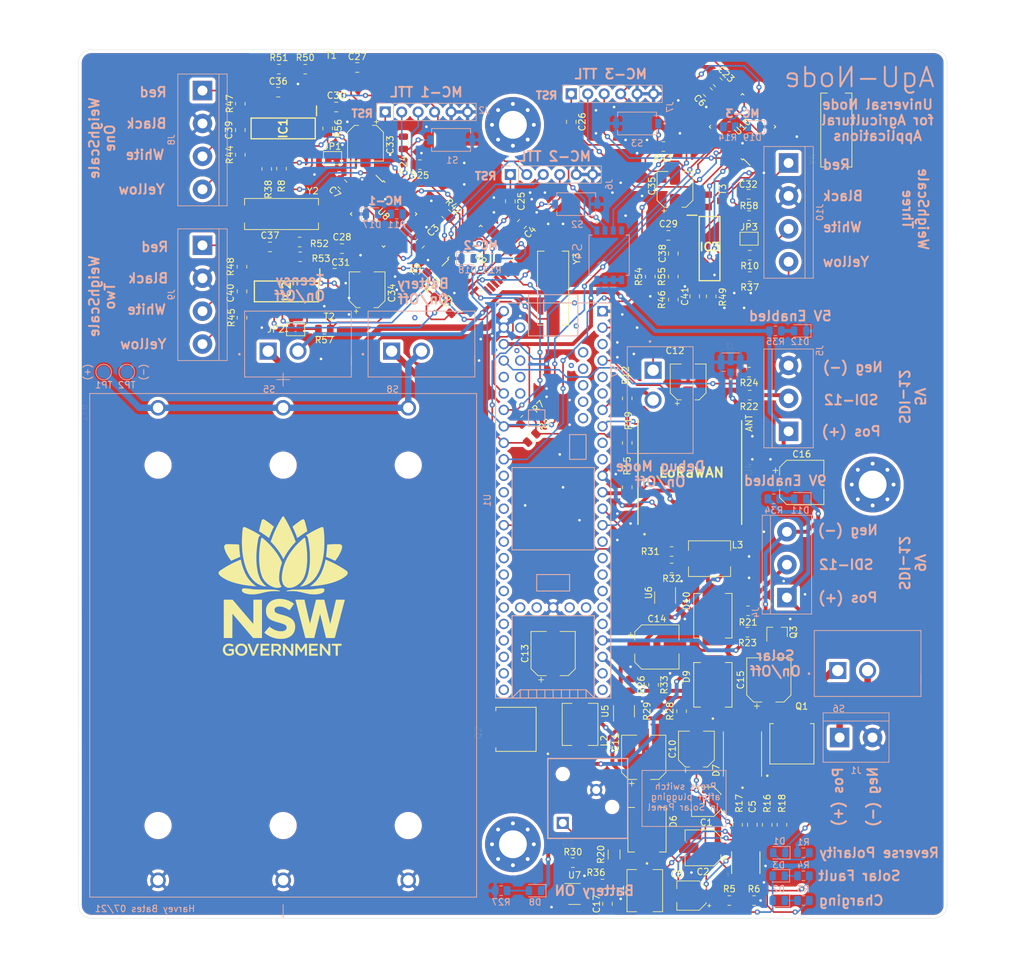
<source format=kicad_pcb>
(kicad_pcb (version 20171130) (host pcbnew "(5.1.9-0-10_14)")
  (layers (0 F.Cu signal) (31 B.Cu signal) (34 B.Paste user) (35 F.Paste user) (36 B.SilkS user) (37 F.SilkS user) (38 B.Mask user) (39 F.Mask user) (44 Edge.Cuts user))
  (net 0 "")
  (net 1 GND)
  (net 2 /SOLAR_IN)
  (net 3 "Net-(C3-Pad1)")
  (net 4 +3V3)
  (net 5 "Net-(C5-Pad2)")
  (net 6 /V_BAT)
  (net 7 "Net-(C8-Pad1)")
  (net 8 "Net-(C8-Pad2)")
  (net 9 /9V_OUT)
  (net 10 /5V_OUT)
  (net 11 "Net-(C17-Pad1)")
  (net 12 "Net-(D1-Pad1)")
  (net 13 "Net-(D1-Pad2)")
  (net 14 "Net-(D2-Pad1)")
  (net 15 "Net-(D3-Pad1)")
  (net 16 "Net-(D8-Pad1)")
  (net 17 "Net-(D8-Pad2)")
  (net 18 "Net-(D9-PadA)")
  (net 19 "Net-(D10-PadA)")
  (net 20 /9V_GND)
  (net 21 "Net-(D11-Pad2)")
  (net 22 "Net-(D12-Pad2)")
  (net 23 "Net-(IC1-Pad2)")
  (net 24 /SCL)
  (net 25 /SDA)
  (net 26 "Net-(IC1-Pad15)")
  (net 27 "Net-(J1-Pad1)")
  (net 28 "Net-(J3-Pad1)")
  (net 29 "Net-(J4-Pad2)")
  (net 30 "Net-(J5-Pad2)")
  (net 31 /9V_EN)
  (net 32 "Net-(R3-Pad1)")
  (net 33 "Net-(R4-Pad1)")
  (net 34 /VIN_REG)
  (net 35 "Net-(R12-Pad2)")
  (net 36 "Net-(R16-Pad1)")
  (net 37 /Reset)
  (net 38 "Net-(L1-Pad2)")
  (net 39 "Net-(R28-Pad1)")
  (net 40 "Net-(R30-Pad1)")
  (net 41 "Net-(R31-Pad1)")
  (net 42 /MISO)
  (net 43 /MOSI)
  (net 44 /G2)
  (net 45 /G1)
  (net 46 /G0)
  (net 47 /SCK)
  (net 48 /Lora_CS)
  (net 49 "/Debug(INT)")
  (net 50 "Net-(BT1-Pad1+)")
  (net 51 "Net-(C4-Pad1)")
  (net 52 "Net-(C6-Pad1)")
  (net 53 /1_Reset)
  (net 54 /1_DTR)
  (net 55 /2_Reset)
  (net 56 /2_DTR)
  (net 57 /3_Reset)
  (net 58 /3_DTR)
  (net 59 "Net-(C27-Pad1)")
  (net 60 "Net-(C28-Pad1)")
  (net 61 "Net-(C29-Pad1)")
  (net 62 "Net-(C36-Pad2)")
  (net 63 "Net-(C36-Pad1)")
  (net 64 "Net-(C37-Pad2)")
  (net 65 "Net-(C37-Pad1)")
  (net 66 "Net-(C38-Pad2)")
  (net 67 "Net-(C38-Pad1)")
  (net 68 "Net-(C39-Pad2)")
  (net 69 "Net-(C39-Pad1)")
  (net 70 "Net-(C40-Pad2)")
  (net 71 "Net-(C40-Pad1)")
  (net 72 "Net-(C41-Pad2)")
  (net 73 "Net-(C41-Pad1)")
  (net 74 "Net-(D17-Pad2)")
  (net 75 "Net-(D18-Pad2)")
  (net 76 "Net-(D19-Pad2)")
  (net 77 /1_Tx)
  (net 78 /1_Rx)
  (net 79 /2_Tx)
  (net 80 /2_Rx)
  (net 81 /3_Tx)
  (net 82 /3_Rx)
  (net 83 "Net-(J8-Pad4)")
  (net 84 "Net-(J8-Pad3)")
  (net 85 "Net-(J9-Pad4)")
  (net 86 "Net-(J9-Pad3)")
  (net 87 "Net-(J10-Pad4)")
  (net 88 "Net-(J10-Pad3)")
  (net 89 "Net-(IC2-Pad15)")
  (net 90 "Net-(IC3-Pad15)")
  (net 91 /1_SCK)
  (net 92 /2_SCK)
  (net 93 /3_SCK)
  (net 94 /1_SDA)
  (net 95 "Net-(U8-Pad8)")
  (net 96 "Net-(U8-Pad7)")
  (net 97 /1_SCL)
  (net 98 /2_SDA)
  (net 99 "Net-(U9-Pad8)")
  (net 100 "Net-(U9-Pad7)")
  (net 101 /2_SCL)
  (net 102 /3_SDA)
  (net 103 "Net-(U10-Pad8)")
  (net 104 "Net-(U10-Pad7)")
  (net 105 /3_SCL)
  (net 106 "Net-(IC2-Pad2)")
  (net 107 "Net-(IC3-Pad2)")
  (net 108 /3.3_1)
  (net 109 /3.3_2)
  (net 110 /3.3_3)
  (net 111 /9V-SDI-12)
  (net 112 /5V-SDI-12)
  (net 113 "Net-(R30-Pad2)")
  (net 114 "Net-(S5-Pad1)")
  (net 115 /INT_Teensy1)
  (net 116 /INT_Teensy2)
  (net 117 /INT_Teensy3)
  (module SilkscreenImages:NSWGov (layer F.Cu) (at 114.554 105.664)
    (fp_text reference G*** hide)
    (fp_text value LOGO hide)
  )
  (module TDA04H0SB1:SW_TDA04H0SB1 (layer B.Cu) (at 164.846 54.61 270)
    (fp_text reference S4 (at -0.555 4.889 270) (layer B.SilkS) (effects (font (size 1.4 1.4)) (justify mirror)))
    (fp_text value TDA04H0SB1)
    (pad 8 smd rect (at 3.81 1.905 270) (size 1.27 0.76) (layers B.Cu B.Paste B.Mask) (net 4 +3V3))
    (pad 7 smd rect (at 3.81 0.635 270) (size 1.27 0.76) (layers B.Cu B.Paste B.Mask) (net 4 +3V3))
    (pad 6 smd rect (at 3.81 -0.635 270) (size 1.27 0.76) (layers B.Cu B.Paste B.Mask) (net 4 +3V3))
    (pad 5 smd rect (at 3.81 -1.905 270) (size 1.27 0.76) (layers B.Cu B.Paste B.Mask) (net 4 +3V3))
    (pad 4 smd rect (at -3.81 -1.905 270) (size 1.27 0.76) (layers B.Cu B.Paste B.Mask))
    (pad 3 smd rect (at -3.81 -0.635 270) (size 1.27 0.76) (layers B.Cu B.Paste B.Mask) (net 110 /3.3_3))
    (pad 2 smd rect (at -3.81 0.635 270) (size 1.27 0.76) (layers B.Cu B.Paste B.Mask) (net 109 /3.3_2))
    (pad 1 smd rect (at -3.81 1.905 270) (size 1.27 0.76) (layers B.Cu B.Paste B.Mask) (net 108 /3.3_1))
  )
  (module Resistor_SMD:R_0805_2012Metric (layer F.Cu) (at 186.5395 54.61 180)
    (fp_text reference R10 (at 0 -1.65) (layer F.SilkS))
    (fp_text value 10K)
    (pad 2 smd roundrect (at 0.9125 0 180) (size 1.025 1.4) (layers F.Cu F.Paste F.Mask) (roundrect_rratio 0.2439014634146341) (net 102 /3_SDA))
    (pad 1 smd roundrect (at -0.9125 0 180) (size 1.025 1.4) (layers F.Cu F.Paste F.Mask) (roundrect_rratio 0.2439014634146341) (net 110 /3.3_3))
  )
  (module GF-123-0054:SW_GF-123-0054 (layer B.Cu) (at 172.72 76.962 270)
    (fp_text reference S7 (at -4.445 6.985 90) (layer B.SilkS) (effects (justify mirror)))
    (fp_text value GF-123-0054)
    (pad 1 thru_hole rect (at -4.6 1.09 270) (size 2.625 2.625) (drill 1.75) (layers *.Cu *.Mask) (net 49 "/Debug(INT)"))
    (pad 2 thru_hole circle (at 0 1.09 270) (size 2.625 2.625) (drill 1.75) (layers *.Cu *.Mask) (net 35 "Net-(R12-Pad2)"))
  )
  (module Resistor_SMD:R_0805_2012Metric (layer F.Cu) (at 114.3 41.2515 90)
    (fp_text reference R8 (at -2.6905 0 90) (layer F.SilkS))
    (fp_text value 10K)
    (pad 2 smd roundrect (at 0.9125 0 90) (size 1.025 1.4) (layers F.Cu F.Paste F.Mask) (roundrect_rratio 0.2439014634146341) (net 94 /1_SDA))
    (pad 1 smd roundrect (at -0.9125 0 90) (size 1.025 1.4) (layers F.Cu F.Paste F.Mask) (roundrect_rratio 0.2439014634146341) (net 108 /3.3_1))
  )
  (module Resistor_SMD:R_0805_2012Metric (layer F.Cu) (at 136.144 57.912 45)
    (fp_text reference R9 (at 0 -1.65 45) (layer F.SilkS))
    (fp_text value 10K)
    (pad 2 smd roundrect (at 0.9125 0 45) (size 1.025 1.4) (layers F.Cu F.Paste F.Mask) (roundrect_rratio 0.2439014634146341) (net 98 /2_SDA))
    (pad 1 smd roundrect (at -0.9125 0 45) (size 1.025 1.4) (layers F.Cu F.Paste F.Mask) (roundrect_rratio 0.2439014634146341) (net 109 /3.3_2))
  )
  (module PTS636_SM43J_SMTR_LFS:SW_PTS636_SM43J_SMTR_LFS (layer B.Cu) (at 140.462 36.83)
    (fp_text reference S1 (at 0.175 3.135) (layer B.SilkS) (effects (justify mirror)))
    (fp_text value PTS636_SM43J_SMTR_LFS)
    (pad 2 smd rect (at 3.25 0) (size 0.9 1.4) (layers B.Cu B.Paste B.Mask) (net 1 GND))
    (pad 1 smd rect (at -3.25 0) (size 0.9 1.4) (layers B.Cu B.Paste B.Mask) (net 53 /1_Reset))
  )
  (module PTS636_SM43J_SMTR_LFS:SW_PTS636_SM43J_SMTR_LFS (layer B.Cu) (at 159.766 46.736)
    (fp_text reference S2 (at 0.175 3.135) (layer B.SilkS) (effects (justify mirror)))
    (fp_text value PTS636_SM43J_SMTR_LFS)
    (pad 2 smd rect (at 3.25 0) (size 0.9 1.4) (layers B.Cu B.Paste B.Mask) (net 1 GND))
    (pad 1 smd rect (at -3.25 0) (size 0.9 1.4) (layers B.Cu B.Paste B.Mask) (net 55 /2_Reset))
  )
  (module GF-123-0054:SW_GF-123-0054 (layer B.Cu) (at 204.724 117.602)
    (fp_text reference S6 (at -4.445 6.985) (layer B.SilkS) (effects (justify mirror)))
    (fp_text value GF-123-0054)
    (pad 1 thru_hole rect (at -4.6 1.09) (size 2.625 2.625) (drill 1.75) (layers *.Cu *.Mask) (net 12 "Net-(D1-Pad1)"))
    (pad 2 thru_hole circle (at 0 1.09) (size 2.625 2.625) (drill 1.75) (layers *.Cu *.Mask) (net 27 "Net-(J1-Pad1)"))
  )
  (module Resistor_SMD:R_0805_2012Metric (layer F.Cu) (at 186.5395 57.912 180)
    (fp_text reference R37 (at 0 -1.65) (layer F.SilkS))
    (fp_text value 10K)
    (pad 2 smd roundrect (at 0.9125 0 180) (size 1.025 1.4) (layers F.Cu F.Paste F.Mask) (roundrect_rratio 0.2439014634146341) (net 105 /3_SCL))
    (pad 1 smd roundrect (at -0.9125 0 180) (size 1.025 1.4) (layers F.Cu F.Paste F.Mask) (roundrect_rratio 0.2439014634146341) (net 110 /3.3_3))
  )
  (module Resistor_SMD:R_0805_2012Metric (layer F.Cu) (at 112.014 41.2985 90)
    (fp_text reference R38 (at -3.1515 0.254 90) (layer F.SilkS))
    (fp_text value 10K)
    (pad 2 smd roundrect (at 0.9125 0 90) (size 1.025 1.4) (layers F.Cu F.Paste F.Mask) (roundrect_rratio 0.2439014634146341) (net 97 /1_SCL))
    (pad 1 smd roundrect (at -0.9125 0 90) (size 1.025 1.4) (layers F.Cu F.Paste F.Mask) (roundrect_rratio 0.2439014634146341) (net 108 /3.3_1))
  )
  (module Resistor_SMD:R_0805_2012Metric (layer F.Cu) (at 138.684 60.452 45)
    (fp_text reference R39 (at 0 -1.65 45) (layer F.SilkS))
    (fp_text value 10K)
    (pad 2 smd roundrect (at 0.9125 0 45) (size 1.025 1.4) (layers F.Cu F.Paste F.Mask) (roundrect_rratio 0.2439014634146341) (net 101 /2_SCL))
    (pad 1 smd roundrect (at -0.9125 0 45) (size 1.025 1.4) (layers F.Cu F.Paste F.Mask) (roundrect_rratio 0.2439014634146341) (net 109 /3.3_2))
  )
  (module KS11R21CQD:SW_KS11R21CQD (layer B.Cu) (at 161.544 138.43)
    (fp_text reference S9 (at -3.0285 7.04311) (layer B.SilkS) (effects (font (size 1.00115 1.00115) (thickness 0.015)) (justify mirror)))
    (fp_text value KS11R21CQD)
    (pad None np_thru_hole circle (at -3.85 -3.77) (size 1.22 1.22) (drill 1.22) (layers *.Cu *.Mask))
    (pad None np_thru_hole circle (at 3.77 1.31) (size 1.22 1.22) (drill 1.22) (layers *.Cu *.Mask))
    (pad 3 thru_hole circle (at 1.31 -1.31) (size 1.85 1.85) (drill 1.22) (layers *.Cu *.Mask) (net 1 GND))
    (pad 1 thru_hole rect (at -3.85 3.77) (size 1.85 1.85) (drill 1.22) (layers *.Cu *.Mask) (net 113 "Net-(R30-Pad2)"))
  )
  (module GF-123-0054:SW_GF-123-0054 (layer B.Cu) (at 116.84 68.326)
    (fp_text reference S5 (at -4.445 6.985) (layer B.SilkS) (effects (justify mirror)))
    (fp_text value GF-123-0054)
    (pad 1 thru_hole rect (at -4.6 1.09) (size 2.625 2.625) (drill 1.75) (layers *.Cu *.Mask) (net 114 "Net-(S5-Pad1)"))
    (pad 2 thru_hole circle (at 0 1.09) (size 2.625 2.625) (drill 1.75) (layers *.Cu *.Mask) (net 10 /5V_OUT))
  )
  (module TerminalBlock:TerminalBlock_bornier-3_P5.08mm (layer B.Cu) (at 192.278 107.442 90)
    (fp_text reference J4 (at -2.286 -4.826 270) (layer B.SilkS) (effects (justify mirror)))
    (fp_text value Screw_Terminal_01x03)
    (pad 3 thru_hole circle (at 10.16 0 90) (size 3 3) (drill 1.52) (layers *.Cu *.Mask) (net 20 /9V_GND))
    (pad 2 thru_hole circle (at 5.08 0 90) (size 3 3) (drill 1.52) (layers *.Cu *.Mask) (net 29 "Net-(J4-Pad2)"))
    (pad 1 thru_hole rect (at 0 0 90) (size 3 3) (drill 1.52) (layers *.Cu *.Mask) (net 9 /9V_OUT))
  )
  (module TerminalBlock:TerminalBlock_bornier-3_P5.08mm (layer B.Cu) (at 192.532 81.788 90)
    (fp_text reference J5 (at 12.446 4.826 270) (layer B.SilkS) (effects (justify mirror)))
    (fp_text value Screw_Terminal_01x03)
    (pad 1 thru_hole rect (at 0 0 90) (size 3 3) (drill 1.52) (layers *.Cu *.Mask) (net 10 /5V_OUT))
    (pad 2 thru_hole circle (at 5.08 0 90) (size 3 3) (drill 1.52) (layers *.Cu *.Mask) (net 30 "Net-(J5-Pad2)"))
    (pad 3 thru_hole circle (at 10.16 0 90) (size 3 3) (drill 1.52) (layers *.Cu *.Mask) (net 1 GND))
  )
  (module AOD417:DPAK228P994X240_3N (layer F.Cu) (at 193.04 131.064)
    (fp_text reference Q1 (at 1.524 -6.858) (layer F.SilkS))
    (fp_text value AOD417)
    (pad 1 smd rect (at -2.286 4.09) (size 0.97 3.02) (layers F.Cu F.Paste F.Mask) (net 1 GND))
    (pad 3 smd rect (at 2.286 4.09) (size 0.97 3.02) (layers F.Cu F.Paste F.Mask) (net 2 /SOLAR_IN))
    (pad 4 smd rect (at 0 -2.44) (size 5.09 6.32) (layers F.Cu F.Mask) (net 12 "Net-(D1-Pad1)"))
  )
  (module AOD417:DPAK228P994X240_3N (layer F.Cu) (at 151.538 127.762 90)
    (fp_text reference Q2 (at -0.53178 -6.89244 90) (layer F.SilkS) (effects (font (thickness 0.015))))
    (fp_text value AOD417)
    (pad 4 smd rect (at 0 -2.44 90) (size 5.09 6.32) (layers F.Cu F.Mask) (net 16 "Net-(D8-Pad1)"))
    (pad 3 smd rect (at 2.286 4.09 90) (size 0.97 3.02) (layers F.Cu F.Paste F.Mask) (net 6 /V_BAT))
    (pad 1 smd rect (at -2.286 4.09 90) (size 0.97 3.02) (layers F.Cu F.Paste F.Mask) (net 1 GND))
  )
  (module Package_TO_SOT_SMD:SOT-23 (layer F.Cu) (at 190.754 112.776 90)
    (fp_text reference Q3 (at 0 2.54 90) (layer F.SilkS))
    (fp_text value DMG3406L)
    (pad 1 smd rect (at -1 -0.95 90) (size 0.9 0.8) (layers F.Cu F.Paste F.Mask) (net 31 /9V_EN))
    (pad 2 smd rect (at -1 0.95 90) (size 0.9 0.8) (layers F.Cu F.Paste F.Mask) (net 1 GND))
    (pad 3 smd rect (at 1 0 90) (size 0.9 0.8) (layers F.Cu F.Paste F.Mask) (net 20 /9V_GND))
  )
  (module Resistor_SMD:R_0805_2012Metric (layer B.Cu) (at 194.818 146.812 180)
    (fp_text reference R1 (at 0 1.65) (layer B.SilkS) (effects (justify mirror)))
    (fp_text value 4.7K)
    (pad 1 smd roundrect (at -0.9125 0 180) (size 1.025 1.4) (layers B.Cu B.Paste B.Mask) (roundrect_rratio 0.2439004878048781) (net 13 "Net-(D1-Pad2)"))
    (pad 2 smd roundrect (at 0.9125 0 180) (size 1.025 1.4) (layers B.Cu B.Paste B.Mask) (roundrect_rratio 0.2439004878048781) (net 1 GND))
  )
  (module Resistor_SMD:R_0805_2012Metric (layer F.Cu) (at 152.908 82.804 225)
    (fp_text reference R2 (at -2.873682 0 45) (layer F.SilkS))
    (fp_text value 10K)
    (pad 1 smd roundrect (at -0.9125 0 225) (size 1.025 1.4) (layers F.Cu F.Paste F.Mask) (roundrect_rratio 0.2439004878048781) (net 4 +3V3))
    (pad 2 smd roundrect (at 0.9125 0 225) (size 1.025 1.4) (layers F.Cu F.Paste F.Mask) (roundrect_rratio 0.2439004878048781) (net 25 /SDA))
  )
  (module Resistor_SMD:R_0805_2012Metric (layer B.Cu) (at 194.818 154.178 180)
    (fp_text reference R3 (at 0 1.778) (layer B.SilkS) (effects (justify mirror)))
    (fp_text value 10K)
    (pad 2 smd roundrect (at 0.9125 0 180) (size 1.025 1.4) (layers B.Cu B.Paste B.Mask) (roundrect_rratio 0.2439004878048781) (net 14 "Net-(D2-Pad1)"))
    (pad 1 smd roundrect (at -0.9125 0 180) (size 1.025 1.4) (layers B.Cu B.Paste B.Mask) (roundrect_rratio 0.2439004878048781) (net 32 "Net-(R3-Pad1)"))
  )
  (module Resistor_SMD:R_0805_2012Metric (layer B.Cu) (at 194.818 150.368 180)
    (fp_text reference R4 (at 0 1.65) (layer B.SilkS) (effects (justify mirror)))
    (fp_text value 10K)
    (pad 2 smd roundrect (at 0.9125 0 180) (size 1.025 1.4) (layers B.Cu B.Paste B.Mask) (roundrect_rratio 0.2439004878048781) (net 15 "Net-(D3-Pad1)"))
    (pad 1 smd roundrect (at -0.9125 0 180) (size 1.025 1.4) (layers B.Cu B.Paste B.Mask) (roundrect_rratio 0.2439004878048781) (net 33 "Net-(R4-Pad1)"))
  )
  (module Resistor_SMD:R_0805_2012Metric (layer F.Cu) (at 183.388 154.178)
    (fp_text reference R5 (at 0 -1.778) (layer F.SilkS))
    (fp_text value 220K)
    (pad 2 smd roundrect (at 0.9125 0) (size 1.025 1.4) (layers F.Cu F.Paste F.Mask) (roundrect_rratio 0.2439004878048781) (net 34 /VIN_REG))
    (pad 1 smd roundrect (at -0.9125 0) (size 1.025 1.4) (layers F.Cu F.Paste F.Mask) (roundrect_rratio 0.2439004878048781) (net 2 /SOLAR_IN))
  )
  (module Resistor_SMD:R_0805_2012Metric (layer F.Cu) (at 187.198 154.178)
    (fp_text reference R6 (at 0 -1.778) (layer F.SilkS))
    (fp_text value 100K)
    (pad 1 smd roundrect (at -0.9125 0) (size 1.025 1.4) (layers F.Cu F.Paste F.Mask) (roundrect_rratio 0.2439004878048781) (net 34 /VIN_REG))
    (pad 2 smd roundrect (at 0.9125 0) (size 1.025 1.4) (layers F.Cu F.Paste F.Mask) (roundrect_rratio 0.2439004878048781) (net 1 GND))
  )
  (module Resistor_SMD:R_0805_2012Metric (layer F.Cu) (at 151.892 80.01 225)
    (fp_text reference R7 (at -2.873682 0 45) (layer F.SilkS))
    (fp_text value 10K)
    (pad 2 smd roundrect (at 0.9125 0 225) (size 1.025 1.4) (layers F.Cu F.Paste F.Mask) (roundrect_rratio 0.2439004878048781) (net 24 /SCL))
    (pad 1 smd roundrect (at -0.9125 0 225) (size 1.025 1.4) (layers F.Cu F.Paste F.Mask) (roundrect_rratio 0.2439004878048781) (net 4 +3V3))
  )
  (module Resistor_SMD:R_0805_2012Metric (layer F.Cu) (at 167.64 76.708 90)
    (fp_text reference R12 (at 3.556 -0.254 90) (layer F.SilkS))
    (fp_text value 10K)
    (pad 1 smd roundrect (at -0.9125 0 90) (size 1.025 1.4) (layers F.Cu F.Paste F.Mask) (roundrect_rratio 0.2439004878048781) (net 4 +3V3))
    (pad 2 smd roundrect (at 0.9125 0 90) (size 1.025 1.4) (layers F.Cu F.Paste F.Mask) (roundrect_rratio 0.2439004878048781) (net 35 "Net-(R12-Pad2)"))
  )
  (module Resistor_SMD:R_0805_2012Metric (layer F.Cu) (at 167.64 90.424 90)
    (fp_text reference R15 (at 3.302 0 90) (layer F.SilkS))
    (fp_text value 100K)
    (pad 2 smd roundrect (at 0.9125 0 90) (size 1.025 1.4) (layers F.Cu F.Paste F.Mask) (roundrect_rratio 0.2439004878048781) (net 4 +3V3))
    (pad 1 smd roundrect (at -0.9125 0 90) (size 1.025 1.4) (layers F.Cu F.Paste F.Mask) (roundrect_rratio 0.2439004878048781) (net 48 /Lora_CS))
  )
  (module Resistor_SMD:R_0805_2012Metric (layer F.Cu) (at 189.23 142.494 270)
    (fp_text reference R16 (at -3.302 0 90) (layer F.SilkS))
    (fp_text value 180K)
    (pad 2 smd roundrect (at 0.9125 0 270) (size 1.025 1.4) (layers F.Cu F.Paste F.Mask) (roundrect_rratio 0.2439004878048781) (net 5 "Net-(C5-Pad2)"))
    (pad 1 smd roundrect (at -0.9125 0 270) (size 1.025 1.4) (layers F.Cu F.Paste F.Mask) (roundrect_rratio 0.2439004878048781) (net 36 "Net-(R16-Pad1)"))
  )
  (module Resistor_SMD:R_0805_2012Metric (layer F.Cu) (at 184.658 142.494 270)
    (fp_text reference R17 (at -3.302 -0.254 90) (layer F.SilkS))
    (fp_text value 91K)
    (pad 2 smd roundrect (at 0.9125 0 270) (size 1.025 1.4) (layers F.Cu F.Paste F.Mask) (roundrect_rratio 0.2439004878048781) (net 6 /V_BAT))
    (pad 1 smd roundrect (at -0.9125 0 270) (size 1.025 1.4) (layers F.Cu F.Paste F.Mask) (roundrect_rratio 0.2439004878048781) (net 36 "Net-(R16-Pad1)"))
  )
  (module Resistor_SMD:R_0805_2012Metric (layer F.Cu) (at 191.516 142.494 90)
    (fp_text reference R18 (at 3.302 0 90) (layer F.SilkS))
    (fp_text value 330K)
    (pad 1 smd roundrect (at -0.9125 0 90) (size 1.025 1.4) (layers F.Cu F.Paste F.Mask) (roundrect_rratio 0.2439004878048781) (net 1 GND))
    (pad 2 smd roundrect (at 0.9125 0 90) (size 1.025 1.4) (layers F.Cu F.Paste F.Mask) (roundrect_rratio 0.2439004878048781) (net 36 "Net-(R16-Pad1)"))
  )
  (module Resistor_SMD:R_0805_2012Metric (layer F.Cu) (at 167.64 83.566 90)
    (fp_text reference R19 (at 3.412497 0.179605 90) (layer F.SilkS))
    (fp_text value 100K)
    (pad 1 smd roundrect (at -0.9125 0 90) (size 1.025 1.4) (layers F.Cu F.Paste F.Mask) (roundrect_rratio 0.2439004878048781) (net 37 /Reset))
    (pad 2 smd roundrect (at 0.9125 0 90) (size 1.025 1.4) (layers F.Cu F.Paste F.Mask) (roundrect_rratio 0.2439004878048781) (net 4 +3V3))
  )
  (module Resistor_SMD:R_1206_3216Metric (layer F.Cu) (at 165.608 147.066 270)
    (fp_text reference R20 (at 0 2.032 90) (layer F.SilkS))
    (fp_text value "0.05(RS)")
    (pad 1 smd roundrect (at -1.4625 0 270) (size 1.125 1.75) (layers F.Cu F.Paste F.Mask) (roundrect_rratio 0.2222204444444444) (net 6 /V_BAT))
    (pad 2 smd roundrect (at 1.4625 0 270) (size 1.125 1.75) (layers F.Cu F.Paste F.Mask) (roundrect_rratio 0.2222204444444444) (net 38 "Net-(L1-Pad2)"))
  )
  (module Resistor_SMD:R_0805_2012Metric (layer F.Cu) (at 186.2855 109.474)
    (fp_text reference R21 (at 0 1.778) (layer F.SilkS))
    (fp_text value 28K)
    (pad 1 smd roundrect (at -0.9125 0) (size 1.025 1.4) (layers F.Cu F.Paste F.Mask) (roundrect_rratio 0.2439004878048781) (net 111 /9V-SDI-12))
    (pad 2 smd roundrect (at 0.9125 0) (size 1.025 1.4) (layers F.Cu F.Paste F.Mask) (roundrect_rratio 0.2439004878048781) (net 29 "Net-(J4-Pad2)"))
  )
  (module Resistor_SMD:R_0805_2012Metric (layer F.Cu) (at 186.5395 76.2)
    (fp_text reference R22 (at -0.1035 1.778) (layer F.SilkS))
    (fp_text value 20K)
    (pad 1 smd roundrect (at -0.9125 0) (size 1.025 1.4) (layers F.Cu F.Paste F.Mask) (roundrect_rratio 0.2439004878048781) (net 112 /5V-SDI-12))
    (pad 2 smd roundrect (at 0.9125 0) (size 1.025 1.4) (layers F.Cu F.Paste F.Mask) (roundrect_rratio 0.2439004878048781) (net 30 "Net-(J5-Pad2)"))
  )
  (module Resistor_SMD:R_0805_2012Metric (layer F.Cu) (at 186.182 112.776 180)
    (fp_text reference R23 (at 0 -1.65) (layer F.SilkS))
    (fp_text value 16K)
    (pad 2 smd roundrect (at 0.9125 0 180) (size 1.025 1.4) (layers F.Cu F.Paste F.Mask) (roundrect_rratio 0.2439004878048781) (net 111 /9V-SDI-12))
    (pad 1 smd roundrect (at -0.9125 0 180) (size 1.025 1.4) (layers F.Cu F.Paste F.Mask) (roundrect_rratio 0.2439004878048781) (net 20 /9V_GND))
  )
  (module Resistor_SMD:R_0805_2012Metric (layer F.Cu) (at 186.436 72.644 180)
    (fp_text reference R24 (at 0 -1.65) (layer F.SilkS))
    (fp_text value 40K)
    (pad 1 smd roundrect (at -0.9125 0 180) (size 1.025 1.4) (layers F.Cu F.Paste F.Mask) (roundrect_rratio 0.2439004878048781) (net 1 GND))
    (pad 2 smd roundrect (at 0.9125 0 180) (size 1.025 1.4) (layers F.Cu F.Paste F.Mask) (roundrect_rratio 0.2439004878048781) (net 112 /5V-SDI-12))
  )
  (module Resistor_SMD:R_0805_2012Metric (layer F.Cu) (at 168.148 120.904 270)
    (fp_text reference R26 (at 0 -1.65 90) (layer F.SilkS))
    (fp_text value 1M)
    (pad 1 smd roundrect (at -0.9125 0 270) (size 1.025 1.4) (layers F.Cu F.Paste F.Mask) (roundrect_rratio 0.2439004878048781) (net 1 GND))
    (pad 2 smd roundrect (at 0.9125 0 270) (size 1.025 1.4) (layers F.Cu F.Paste F.Mask) (roundrect_rratio 0.2439004878048781) (net 31 /9V_EN))
  )
  (module Resistor_SMD:R_0805_2012Metric (layer B.Cu) (at 148.1855 152.654 180)
    (fp_text reference R27 (at 0 -1.778) (layer B.SilkS) (effects (justify mirror)))
    (fp_text value 2K)
    (pad 2 smd roundrect (at 0.9125 0 180) (size 1.025 1.4) (layers B.Cu B.Paste B.Mask) (roundrect_rratio 0.2439004878048781) (net 1 GND))
    (pad 1 smd roundrect (at -0.9125 0 180) (size 1.025 1.4) (layers B.Cu B.Paste B.Mask) (roundrect_rratio 0.2439004878048781) (net 17 "Net-(D8-Pad2)"))
  )
  (module Resistor_SMD:R_0805_2012Metric (layer F.Cu) (at 176.022 124.968 90)
    (fp_text reference R28 (at 0 -1.778 90) (layer F.SilkS))
    (fp_text value 28K)
    (pad 2 smd roundrect (at 0.9125 0 90) (size 1.025 1.4) (layers F.Cu F.Paste F.Mask) (roundrect_rratio 0.2439004878048781) (net 9 /9V_OUT))
    (pad 1 smd roundrect (at -0.9125 0 90) (size 1.025 1.4) (layers F.Cu F.Paste F.Mask) (roundrect_rratio 0.2439004878048781) (net 39 "Net-(R28-Pad1)"))
  )
  (module Resistor_SMD:R_0805_2012Metric (layer F.Cu) (at 172.466 124.968 270)
    (fp_text reference R29 (at 0 1.778 90) (layer F.SilkS))
    (fp_text value 2K)
    (pad 1 smd roundrect (at -0.9125 0 270) (size 1.025 1.4) (layers F.Cu F.Paste F.Mask) (roundrect_rratio 0.2439004878048781) (net 1 GND))
    (pad 2 smd roundrect (at 0.9125 0 270) (size 1.025 1.4) (layers F.Cu F.Paste F.Mask) (roundrect_rratio 0.2439004878048781) (net 39 "Net-(R28-Pad1)"))
  )
  (module Resistor_SMD:R_0805_2012Metric (layer F.Cu) (at 159.258 148.336)
    (fp_text reference R30 (at 0 -1.65) (layer F.SilkS))
    (fp_text value 1K)
    (pad 1 smd roundrect (at -0.9125 0) (size 1.025 1.4) (layers F.Cu F.Paste F.Mask) (roundrect_rratio 0.2439004878048781) (net 40 "Net-(R30-Pad1)"))
    (pad 2 smd roundrect (at 0.9125 0) (size 1.025 1.4) (layers F.Cu F.Paste F.Mask) (roundrect_rratio 0.2439004878048781) (net 113 "Net-(R30-Pad2)"))
  )
  (module Resistor_SMD:R_0805_2012Metric (layer F.Cu) (at 174.498 100.33)
    (fp_text reference R31 (at -3.302 0) (layer F.SilkS))
    (fp_text value 20K)
    (pad 2 smd roundrect (at 0.9125 0) (size 1.025 1.4) (layers F.Cu F.Paste F.Mask) (roundrect_rratio 0.2439004878048781) (net 10 /5V_OUT))
    (pad 1 smd roundrect (at -0.9125 0) (size 1.025 1.4) (layers F.Cu F.Paste F.Mask) (roundrect_rratio 0.2439004878048781) (net 41 "Net-(R31-Pad1)"))
  )
  (module Resistor_SMD:R_0805_2012Metric (layer F.Cu) (at 174.498 102.87 180)
    (fp_text reference R32 (at 0 -1.65) (layer F.SilkS))
    (fp_text value 2.7K)
    (pad 1 smd roundrect (at -0.9125 0 180) (size 1.025 1.4) (layers F.Cu F.Paste F.Mask) (roundrect_rratio 0.2439004878048781) (net 1 GND))
    (pad 2 smd roundrect (at 0.9125 0 180) (size 1.025 1.4) (layers F.Cu F.Paste F.Mask) (roundrect_rratio 0.2439004878048781) (net 41 "Net-(R31-Pad1)"))
  )
  (module Resistor_SMD:R_0805_2012Metric (layer F.Cu) (at 171.704 120.904 270)
    (fp_text reference R33 (at 0 -1.65 90) (layer F.SilkS))
    (fp_text value 1M)
    (pad 2 smd roundrect (at 0.9125 0 270) (size 1.025 1.4) (layers F.Cu F.Paste F.Mask) (roundrect_rratio 0.2439004878048781) (net 31 /9V_EN))
    (pad 1 smd roundrect (at -0.9125 0 270) (size 1.025 1.4) (layers F.Cu F.Paste F.Mask) (roundrect_rratio 0.2439004878048781) (net 1 GND))
  )
  (module Resistor_SMD:R_0805_2012Metric (layer B.Cu) (at 190.246 92.202 180)
    (fp_text reference R34 (at 0 -1.778 180) (layer B.SilkS) (effects (justify mirror)))
    (fp_text value 15K)
    (pad 1 smd roundrect (at -0.9125 0 180) (size 1.025 1.4) (layers B.Cu B.Paste B.Mask) (roundrect_rratio 0.2439004878048781) (net 21 "Net-(D11-Pad2)"))
    (pad 2 smd roundrect (at 0.9125 0 180) (size 1.025 1.4) (layers B.Cu B.Paste B.Mask) (roundrect_rratio 0.2439004878048781) (net 9 /9V_OUT))
  )
  (module Resistor_SMD:R_0805_2012Metric (layer B.Cu) (at 190.5 66.294 180)
    (fp_text reference R35 (at 0 -1.652 180) (layer B.SilkS) (effects (justify mirror)))
    (fp_text value 10K)
    (pad 1 smd roundrect (at -0.9125 0 180) (size 1.025 1.4) (layers B.Cu B.Paste B.Mask) (roundrect_rratio 0.2439004878048781) (net 22 "Net-(D12-Pad2)"))
    (pad 2 smd roundrect (at 0.9125 0 180) (size 1.025 1.4) (layers B.Cu B.Paste B.Mask) (roundrect_rratio 0.2439004878048781) (net 10 /5V_OUT))
  )
  (module Resistor_SMD:R_0805_2012Metric (layer F.Cu) (at 163.83 151.638 180)
    (fp_text reference R36 (at 1.016 1.778) (layer F.SilkS))
    (fp_text value 100)
    (pad 2 smd roundrect (at 0.9125 0 180) (size 1.025 1.4) (layers F.Cu F.Paste F.Mask) (roundrect_rratio 0.2439004878048781) (net 11 "Net-(C17-Pad1)"))
    (pad 1 smd roundrect (at -0.9125 0 180) (size 1.025 1.4) (layers F.Cu F.Paste F.Mask) (roundrect_rratio 0.2439004878048781) (net 6 /V_BAT))
  )
  (module LT3652IMSETRPBF:MSOP-12_MSE (layer F.Cu) (at 185.928 148.336 90)
    (fp_text reference U3 (at -1.8829 -2.7415 90) (layer F.SilkS) (effects (font (size 0.314961 0.314961) (thickness 0.015))))
    (fp_text value LT3652IMSETRPBF)
    (pad 13 smd rect (at 0 0 90) (size 1.7526 2.9464) (layers F.Cu F.Mask) (net 1 GND))
    (pad 12 smd rect (at 2.1844 -1.6256 90) (size 1.397 0.4318) (layers F.Cu F.Paste F.Mask) (net 7 "Net-(C8-Pad1)"))
    (pad 11 smd rect (at 2.1844 -0.975359 90) (size 1.397 0.4318) (layers F.Cu F.Paste F.Mask) (net 8 "Net-(C8-Pad2)"))
    (pad 10 smd rect (at 2.1844 -0.325119 90) (size 1.397 0.4318) (layers F.Cu F.Paste F.Mask) (net 38 "Net-(L1-Pad2)"))
    (pad 9 smd rect (at 2.1844 0.325119 90) (size 1.397 0.4318) (layers F.Cu F.Paste F.Mask) (net 6 /V_BAT))
    (pad 8 smd rect (at 2.1844 0.975359 90) (size 1.397 0.4318) (layers F.Cu F.Paste F.Mask))
    (pad 7 smd rect (at 2.1844 1.6256 90) (size 1.397 0.4318) (layers F.Cu F.Paste F.Mask) (net 5 "Net-(C5-Pad2)"))
    (pad 6 smd rect (at -2.1844 1.6256 90) (size 1.397 0.4318) (layers F.Cu F.Paste F.Mask) (net 1 GND))
    (pad 5 smd rect (at -2.1844 0.975359 90) (size 1.397 0.4318) (layers F.Cu F.Paste F.Mask) (net 33 "Net-(R4-Pad1)"))
    (pad 4 smd rect (at -2.1844 0.325119 90) (size 1.397 0.4318) (layers F.Cu F.Paste F.Mask) (net 32 "Net-(R3-Pad1)"))
    (pad 3 smd rect (at -2.1844 -0.325119 90) (size 1.397 0.4318) (layers F.Cu F.Paste F.Mask) (net 2 /SOLAR_IN))
    (pad 2 smd rect (at -2.1844 -0.975359 90) (size 1.397 0.4318) (layers F.Cu F.Paste F.Mask) (net 34 /VIN_REG))
    (pad 1 smd rect (at -2.1844 -1.6256 90) (size 1.397 0.4318) (layers F.Cu F.Paste F.Mask) (net 2 /SOLAR_IN))
  )
  (module RFM69HCW:MOD_COM-13909 (layer F.Cu) (at 177.292 88.138 90)
    (fp_text reference U4 (at 0.508 9.144 90) (layer F.SilkS) (effects (font (size 1.00263 1.00263) (thickness 0.015))))
    (fp_text value COM-13909)
    (pad 1 smd rect (at -7.5 -7 90) (size 3 1.2) (layers F.Cu F.Paste F.Mask) (net 1 GND))
    (pad 2 smd rect (at -7.5 -5 90) (size 3 1.2) (layers F.Cu F.Paste F.Mask) (net 42 /MISO))
    (pad 3 smd rect (at -7.5 -3 90) (size 3 1.2) (layers F.Cu F.Paste F.Mask) (net 43 /MOSI))
    (pad 4 smd rect (at -7.5 -1 90) (size 3 1.2) (layers F.Cu F.Paste F.Mask) (net 47 /SCK))
    (pad 5 smd rect (at -7.5 1 90) (size 3 1.2) (layers F.Cu F.Paste F.Mask) (net 48 /Lora_CS))
    (pad 6 smd rect (at -7.5 3 90) (size 3 1.2) (layers F.Cu F.Paste F.Mask) (net 37 /Reset))
    (pad 7 smd rect (at -7.5 5 90) (size 3 1.2) (layers F.Cu F.Paste F.Mask))
    (pad 8 smd rect (at -7.5 7 90) (size 3 1.2) (layers F.Cu F.Paste F.Mask) (net 1 GND))
    (pad 9 smd rect (at 7.5 7 90) (size 3 1.2) (layers F.Cu F.Paste F.Mask) (net 28 "Net-(J3-Pad1)"))
    (pad 10 smd rect (at 7.5 5 90) (size 3 1.2) (layers F.Cu F.Paste F.Mask) (net 1 GND))
    (pad 11 smd rect (at 7.5 3 90) (size 3 1.2) (layers F.Cu F.Paste F.Mask))
    (pad 12 smd rect (at 7.5 1 90) (size 3 1.2) (layers F.Cu F.Paste F.Mask))
    (pad 13 smd rect (at 7.5 -1 90) (size 3 1.2) (layers F.Cu F.Paste F.Mask) (net 4 +3V3))
    (pad 14 smd rect (at 7.5 -3 90) (size 3 1.2) (layers F.Cu F.Paste F.Mask) (net 46 /G0))
    (pad 15 smd rect (at 7.5 -5 90) (size 3 1.2) (layers F.Cu F.Paste F.Mask) (net 45 /G1))
    (pad 16 smd rect (at 7.5 -7 90) (size 3 1.2) (layers F.Cu F.Paste F.Mask) (net 44 /G2))
  )
  (module Package_TO_SOT_SMD:SOT-23-6 (layer F.Cu) (at 167.132 124.968 90)
    (fp_text reference U5 (at 0 -2.9 90) (layer F.SilkS))
    (fp_text value MT3608)
    (pad 1 smd rect (at -1.1 -0.95 90) (size 1.06 0.65) (layers F.Cu F.Paste F.Mask) (net 18 "Net-(D9-PadA)"))
    (pad 2 smd rect (at -1.1 0 90) (size 1.06 0.65) (layers F.Cu F.Paste F.Mask) (net 1 GND))
    (pad 3 smd rect (at -1.1 0.95 90) (size 1.06 0.65) (layers F.Cu F.Paste F.Mask) (net 39 "Net-(R28-Pad1)"))
    (pad 4 smd rect (at 1.1 0.95 90) (size 1.06 0.65) (layers F.Cu F.Paste F.Mask) (net 31 /9V_EN))
    (pad 6 smd rect (at 1.1 -0.95 90) (size 1.06 0.65) (layers F.Cu F.Paste F.Mask))
    (pad 5 smd rect (at 1.1 0 90) (size 1.06 0.65) (layers F.Cu F.Paste F.Mask) (net 6 /V_BAT))
  )
  (module Package_TO_SOT_SMD:SOT-23-6 (layer F.Cu) (at 173.482 107.442 270)
    (fp_text reference U6 (at -0.762 2.54 90) (layer F.SilkS))
    (fp_text value MT3608)
    (pad 5 smd rect (at 1.1 0 270) (size 1.06 0.65) (layers F.Cu F.Paste F.Mask) (net 6 /V_BAT))
    (pad 6 smd rect (at 1.1 -0.95 270) (size 1.06 0.65) (layers F.Cu F.Paste F.Mask))
    (pad 4 smd rect (at 1.1 0.95 270) (size 1.06 0.65) (layers F.Cu F.Paste F.Mask) (net 6 /V_BAT))
    (pad 3 smd rect (at -1.1 0.95 270) (size 1.06 0.65) (layers F.Cu F.Paste F.Mask) (net 41 "Net-(R31-Pad1)"))
    (pad 2 smd rect (at -1.1 0 270) (size 1.06 0.65) (layers F.Cu F.Paste F.Mask) (net 1 GND))
    (pad 1 smd rect (at -1.1 -0.95 270) (size 1.06 0.65) (layers F.Cu F.Paste F.Mask) (net 19 "Net-(D10-PadA)"))
  )
  (module Package_TO_SOT_SMD:SOT-23-6 (layer F.Cu) (at 159.512 153.162)
    (fp_text reference U7 (at 0 -2.9) (layer F.SilkS))
    (fp_text value DW06D)
    (pad 5 smd rect (at 1.1 0) (size 1.06 0.65) (layers F.Cu F.Paste F.Mask) (net 11 "Net-(C17-Pad1)"))
    (pad 6 smd rect (at 1.1 -0.95) (size 1.06 0.65) (layers F.Cu F.Paste F.Mask) (net 1 GND))
    (pad 4 smd rect (at 1.1 0.95) (size 1.06 0.65) (layers F.Cu F.Paste F.Mask))
    (pad 3 smd rect (at -1.1 0.95) (size 1.06 0.65) (layers F.Cu F.Paste F.Mask) (net 1 GND))
    (pad 2 smd rect (at -1.1 0) (size 1.06 0.65) (layers F.Cu F.Paste F.Mask) (net 113 "Net-(R30-Pad2)"))
    (pad 1 smd rect (at -1.1 -0.95) (size 1.06 0.65) (layers F.Cu F.Paste F.Mask) (net 40 "Net-(R30-Pad1)"))
  )
  (module BK-18650-PC6:BAT_BK-18650-PC6 (layer B.Cu) (at 114.554 114.808 270)
    (fp_text reference BT1 (at -35.825 30.785 90) (layer B.SilkS) (effects (font (thickness 0.015)) (justify mirror)))
    (fp_text value BK-18650-PC6)
    (pad None np_thru_hole circle (at 27.805 -19.3 270) (size 3.2 3.2) (drill 3.2) (layers *.Cu *.Mask))
    (pad None np_thru_hole circle (at 27.805 19.3 270) (size 3.2 3.2) (drill 3.2) (layers *.Cu *.Mask))
    (pad None np_thru_hole circle (at 27.805 0 270) (size 3.2 3.2) (drill 3.2) (layers *.Cu *.Mask))
    (pad None np_thru_hole circle (at -27.805 -19.3 270) (size 3.2 3.2) (drill 3.2) (layers *.Cu *.Mask))
    (pad None np_thru_hole circle (at -27.805 19.3 270) (size 3.2 3.2) (drill 3.2) (layers *.Cu *.Mask))
    (pad None np_thru_hole circle (at -27.805 0 270) (size 3.2 3.2) (drill 3.2) (layers *.Cu *.Mask))
    (pad 3 thru_hole circle (at 36.25 -19.3 270) (size 2.4 2.4) (drill 1.6) (layers *.Cu *.Mask) (net 1 GND))
    (pad 3+ thru_hole circle (at -36.65 -19.3 270) (size 2.4 2.4) (drill 1.6) (layers *.Cu *.Mask) (net 50 "Net-(BT1-Pad1+)"))
    (pad 2+ thru_hole circle (at -36.65 0 270) (size 2.4 2.4) (drill 1.6) (layers *.Cu *.Mask) (net 50 "Net-(BT1-Pad1+)"))
    (pad 2 thru_hole circle (at 36.25 0 270) (size 2.4 2.4) (drill 1.6) (layers *.Cu *.Mask) (net 1 GND))
    (pad 1 thru_hole circle (at 36.25 19.3 270) (size 2.4 2.4) (drill 1.6) (layers *.Cu *.Mask) (net 1 GND))
    (pad 1+ thru_hole circle (at -36.65 19.3 270) (size 2.4 2.4) (drill 1.6) (layers *.Cu *.Mask) (net 50 "Net-(BT1-Pad1+)"))
  )
  (module PTS636_SM43J_SMTR_LFS:SW_PTS636_SM43J_SMTR_LFS (layer B.Cu) (at 169.164 34.29 180)
    (fp_text reference S3 (at 0 -3.048) (layer B.SilkS) (effects (justify mirror)))
    (fp_text value PTS636_SM43J_SMTR_LFS)
    (pad 2 smd rect (at 3.25 0 180) (size 0.9 1.4) (layers B.Cu B.Paste B.Mask) (net 1 GND))
    (pad 1 smd rect (at -3.25 0 180) (size 0.9 1.4) (layers B.Cu B.Paste B.Mask) (net 57 /3_Reset))
  )
  (module GF-123-0054:SW_GF-123-0054 (layer B.Cu) (at 135.89 68.326)
    (fp_text reference S8 (at -4.445 6.985) (layer B.SilkS) (effects (justify mirror)))
    (fp_text value GF-123-0054)
    (pad 1 thru_hole rect (at -4.6 1.09) (size 2.625 2.625) (drill 1.75) (layers *.Cu *.Mask) (net 16 "Net-(D8-Pad1)"))
    (pad 2 thru_hole circle (at 0 1.09) (size 2.625 2.625) (drill 1.75) (layers *.Cu *.Mask) (net 50 "Net-(BT1-Pad1+)"))
  )
  (module Capacitor_SMD:CP_Elec_5x5.4 (layer F.Cu) (at 178.308 130.81 90)
    (fp_text reference C10 (at 0 -3.7 90) (layer F.SilkS))
    (fp_text value 10uF)
    (pad 1 smd roundrect (at -2.2 0 90) (size 3 1.6) (layers F.Cu F.Paste F.Mask) (roundrect_rratio 0.15625) (net 6 /V_BAT))
    (pad 2 smd roundrect (at 2.2 0 90) (size 3 1.6) (layers F.Cu F.Paste F.Mask) (roundrect_rratio 0.15625) (net 1 GND))
  )
  (module Capacitor_SMD:CP_Elec_6.3x5.9 (layer F.Cu) (at 170.18 132.08 90)
    (fp_text reference C11 (at 2.286 -4.35 90) (layer F.SilkS))
    (fp_text value 100uF)
    (pad 1 smd roundrect (at -2.8 0 90) (size 3.5 1.6) (layers F.Cu F.Paste F.Mask) (roundrect_rratio 0.15625) (net 6 /V_BAT))
    (pad 2 smd roundrect (at 2.8 0 90) (size 3.5 1.6) (layers F.Cu F.Paste F.Mask) (roundrect_rratio 0.15625) (net 1 GND))
  )
  (module Capacitor_SMD:C_0805_2012Metric (layer F.Cu) (at 186.944 142.494 90)
    (fp_text reference C5 (at 2.794 0 90) (layer F.SilkS))
    (fp_text value 30pF)
    (pad 2 smd roundrect (at 0.95 0 90) (size 1 1.45) (layers F.Cu F.Paste F.Mask) (net 5 "Net-(C5-Pad2)"))
    (pad 1 smd roundrect (at -0.95 0 90) (size 1 1.45) (layers F.Cu F.Paste F.Mask) (net 6 /V_BAT))
  )
  (module Capacitor_SMD:CP_Elec_4x5.4 (layer F.Cu) (at 177.546 153.416 180)
    (fp_text reference C8 (at 2.264 3.302) (layer F.SilkS))
    (fp_text value 1uF)
    (pad 1 smd roundrect (at -1.8 0 180) (size 2.6 1.6) (layers F.Cu F.Paste F.Mask) (roundrect_rratio 0.15625) (net 7 "Net-(C8-Pad1)"))
    (pad 2 smd roundrect (at 1.8 0 180) (size 2.6 1.6) (layers F.Cu F.Paste F.Mask) (roundrect_rratio 0.15625) (net 8 "Net-(C8-Pad2)"))
  )
  (module Inductor_SMD:AMPLA5030S-6R8MT (layer F.Cu) (at 165.1 152.654 90)
    (fp_text reference L1 (at 0 1.524 90) (layer F.SilkS))
    (fp_text value INDUCTOR)
    (pad 2 smd rect (at 2.25 5.25 90) (size 2 2) (layers F.Cu F.Paste F.Mask) (net 38 "Net-(L1-Pad2)"))
    (pad 1 smd rect (at -2.25 5.25 90) (size 2 2) (layers F.Cu F.Paste F.Mask) (net 7 "Net-(C8-Pad1)"))
  )
  (module Inductor_SMD:AMPLA5030S-6R8MT (layer F.Cu) (at 180.34 106.68 180)
    (fp_text reference L3 (at -4.318 7.366) (layer F.SilkS))
    (fp_text value INDUCTOR)
    (pad 2 smd rect (at 2.25 5.25 180) (size 2 2) (layers F.Cu F.Paste F.Mask) (net 19 "Net-(D10-PadA)"))
    (pad 1 smd rect (at -2.25 5.25 180) (size 2 2) (layers F.Cu F.Paste F.Mask) (net 6 /V_BAT))
  )
  (module Capacitor_SMD:CP_Elec_4x5.4 (layer F.Cu) (at 179.832 138.938 180)
    (fp_text reference C1 (at 0 -3.2) (layer F.SilkS))
    (fp_text value 1uF)
    (pad 2 smd roundrect (at 1.8 0 180) (size 2.6 1.6) (layers F.Cu F.Paste F.Mask) (roundrect_rratio 0.15625) (net 1 GND))
    (pad 1 smd roundrect (at -1.8 0 180) (size 2.6 1.6) (layers F.Cu F.Paste F.Mask) (roundrect_rratio 0.15625) (net 2 /SOLAR_IN))
  )
  (module Capacitor_SMD:CP_Elec_5x5.4 (layer F.Cu) (at 179.324 146.05 180)
    (fp_text reference C2 (at 0 -3.7) (layer F.SilkS))
    (fp_text value 10uF)
    (pad 2 smd roundrect (at 2.2 0 180) (size 3 1.6) (layers F.Cu F.Paste F.Mask) (roundrect_rratio 0.15625) (net 1 GND))
    (pad 1 smd roundrect (at -2.2 0 180) (size 3 1.6) (layers F.Cu F.Paste F.Mask) (roundrect_rratio 0.15625) (net 2 /SOLAR_IN))
  )
  (module Inductor_SMD:AMPLA5030S-6R8MT (layer F.Cu) (at 165.608 127 270)
    (fp_text reference L2 (at 2.54 1.524 90) (layer F.SilkS))
    (fp_text value INDUCTOR)
    (pad 2 smd rect (at 2.25 5.25 270) (size 2 2) (layers F.Cu F.Paste F.Mask) (net 18 "Net-(D9-PadA)"))
    (pad 1 smd rect (at -2.25 5.25 270) (size 2 2) (layers F.Cu F.Paste F.Mask) (net 6 /V_BAT))
  )
  (module Capacitor_SMD:C_0805_2012Metric (layer F.Cu) (at 181.61 27.94 135)
    (fp_text reference C23 (at 0 1.796051 135) (layer F.SilkS))
    (fp_text value 0.1uF)
    (pad 2 smd roundrect (at 0.95 0 135) (size 1 1.45) (layers F.Cu F.Paste F.Mask) (net 1 GND))
    (pad 1 smd roundrect (at -0.95 0 135) (size 1 1.45) (layers F.Cu F.Paste F.Mask) (net 110 /3.3_3))
  )
  (module Capacitor_SMD:C_0805_2012Metric (layer F.Cu) (at 141.060249 62.901751 45)
    (fp_text reference C9 (at 0 -1.68 45) (layer F.SilkS))
    (fp_text value 0.1uF)
    (pad 2 smd roundrect (at 0.95 0 45) (size 1 1.45) (layers F.Cu F.Paste F.Mask) (net 1 GND))
    (pad 1 smd roundrect (at -0.95 0 45) (size 1 1.45) (layers F.Cu F.Paste F.Mask) (net 109 /3.3_2))
  )
  (module Capacitor_SMD:C_0805_2012Metric (layer F.Cu) (at 123.698 43.688 135)
    (fp_text reference C7 (at 0 -1.68 135) (layer F.SilkS))
    (fp_text value 0.1uF)
    (pad 2 smd roundrect (at 0.95 0 135) (size 1 1.45) (layers F.Cu F.Paste F.Mask) (net 1 GND))
    (pad 1 smd roundrect (at -0.95 0 135) (size 1 1.45) (layers F.Cu F.Paste F.Mask) (net 108 /3.3_1))
  )
  (module Capacitor_SMD:C_0805_2012Metric (layer F.Cu) (at 180.086 29.464 135)
    (fp_text reference C6 (at 0 -1.796051 135) (layer F.SilkS))
    (fp_text value 0.1uF)
    (pad 2 smd roundrect (at 0.95 0 135) (size 1 1.45) (layers F.Cu F.Paste F.Mask) (net 1 GND))
    (pad 1 smd roundrect (at -0.95 0 135) (size 1 1.45) (layers F.Cu F.Paste F.Mask) (net 52 "Net-(C6-Pad1)"))
  )
  (module Capacitor_SMD:C_0805_2012Metric (layer F.Cu) (at 151.384 49.784 45)
    (fp_text reference C4 (at 0 1.796051 45) (layer F.SilkS))
    (fp_text value 0.1uF)
    (pad 2 smd roundrect (at 0.95 0 45) (size 1 1.45) (layers F.Cu F.Paste F.Mask) (net 1 GND))
    (pad 1 smd roundrect (at -0.95 0 45) (size 1 1.45) (layers F.Cu F.Paste F.Mask) (net 51 "Net-(C4-Pad1)"))
  )
  (module Capacitor_SMD:C_0805_2012Metric (layer F.Cu) (at 135.636 52.832 45)
    (fp_text reference C3 (at 2.873682 0 45) (layer F.SilkS))
    (fp_text value 0.1uF)
    (pad 2 smd roundrect (at 0.95 0 45) (size 1 1.45) (layers F.Cu F.Paste F.Mask) (net 1 GND))
    (pad 1 smd roundrect (at -0.95 0 45) (size 1 1.45) (layers F.Cu F.Paste F.Mask) (net 3 "Net-(C3-Pad1)"))
  )
  (module TestPoint:TestPoint_Pad_D2.0mm (layer B.Cu) (at 90.424 72.644)
    (fp_text reference TP2 (at 0 1.998 180) (layer B.SilkS) (effects (justify mirror)))
    (fp_text value Bat-)
    (pad 1 smd circle (at 0 0) (size 2 2) (layers B.Cu B.Mask) (net 1 GND))
  )
  (module TestPoint:TestPoint_Pad_D2.0mm (layer B.Cu) (at 86.868 72.644)
    (fp_text reference TP1 (at 0 1.998 180) (layer B.SilkS) (effects (justify mirror)))
    (fp_text value Bat+)
    (pad 1 smd circle (at 0 0) (size 2 2) (layers B.Cu B.Mask) (net 50 "Net-(BT1-Pad1+)"))
  )
  (module Capacitor_SMD:C_0805_2012Metric (layer F.Cu) (at 123.632 53.594)
    (fp_text reference C28 (at 0 -1.778) (layer F.SilkS))
    (fp_text value 0.1uF)
    (pad 2 smd roundrect (at 0.95 0) (size 1 1.45) (layers F.Cu F.Paste F.Mask) (net 1 GND))
    (pad 1 smd roundrect (at -0.95 0) (size 1 1.45) (layers F.Cu F.Paste F.Mask) (net 60 "Net-(C28-Pad1)"))
  )
  (module Capacitor_SMD:C_0805_2012Metric (layer F.Cu) (at 125.984 25.654)
    (fp_text reference C27 (at 0 -1.68) (layer F.SilkS))
    (fp_text value 0.1uF)
    (pad 2 smd roundrect (at 0.95 0) (size 1 1.45) (layers F.Cu F.Paste F.Mask) (net 1 GND))
    (pad 1 smd roundrect (at -0.95 0) (size 1 1.45) (layers F.Cu F.Paste F.Mask) (net 59 "Net-(C27-Pad1)"))
  )
  (module Capacitor_SMD:C_0805_2012Metric (layer F.Cu) (at 159.004 34.036 270)
    (fp_text reference C26 (at 0 -1.68 90) (layer F.SilkS))
    (fp_text value 0.1uF)
    (pad 2 smd roundrect (at 0.95 0 270) (size 1 1.45) (layers F.Cu F.Paste F.Mask) (net 57 /3_Reset))
    (pad 1 smd roundrect (at -0.95 0 270) (size 1 1.45) (layers F.Cu F.Paste F.Mask) (net 58 /3_DTR))
  )
  (module Capacitor_SMD:C_0805_2012Metric (layer F.Cu) (at 149.606 46.294 270)
    (fp_text reference C25 (at 0 -1.68 90) (layer F.SilkS))
    (fp_text value 0.1uF)
    (pad 2 smd roundrect (at 0.95 0 270) (size 1 1.45) (layers F.Cu F.Paste F.Mask) (net 55 /2_Reset))
    (pad 1 smd roundrect (at -0.95 0 270) (size 1 1.45) (layers F.Cu F.Paste F.Mask) (net 56 /2_DTR))
  )
  (module Capacitor_SMD:C_0805_2012Metric (layer F.Cu) (at 133.096 37.272 270)
    (fp_text reference C24 (at 3.368 0 90) (layer F.SilkS))
    (fp_text value 0.1uF)
    (pad 2 smd roundrect (at 0.95 0 270) (size 1 1.45) (layers F.Cu F.Paste F.Mask) (net 53 /1_Reset))
    (pad 1 smd roundrect (at -0.95 0 270) (size 1 1.45) (layers F.Cu F.Paste F.Mask) (net 54 /1_DTR))
  )
  (module Capacitor_SMD:C_0805_2012Metric (layer F.Cu) (at 173.99 51.562 180)
    (fp_text reference C29 (at 0 1.778) (layer F.SilkS))
    (fp_text value 0.1uF)
    (pad 2 smd roundrect (at 0.95 0 180) (size 1 1.45) (layers F.Cu F.Paste F.Mask) (net 1 GND))
    (pad 1 smd roundrect (at -0.95 0 180) (size 1 1.45) (layers F.Cu F.Paste F.Mask) (net 61 "Net-(C29-Pad1)"))
  )
  (module Capacitor_SMD:C_0805_2012Metric (layer F.Cu) (at 122.748 31.75)
    (fp_text reference C30 (at 0 -1.778) (layer F.SilkS))
    (fp_text value 10nF)
    (pad 2 smd roundrect (at 0.95 0) (size 1 1.45) (layers F.Cu F.Paste F.Mask) (net 1 GND))
    (pad 1 smd roundrect (at -0.95 0) (size 1 1.45) (layers F.Cu F.Paste F.Mask) (net 108 /3.3_1))
  )
  (module Capacitor_SMD:CP_Elec_5x5.4 (layer F.Cu) (at 127.508 59.944 90)
    (fp_text reference C34 (at -0.508 3.81 90) (layer F.SilkS))
    (fp_text value 10uF)
    (pad 2 smd roundrect (at 2.2 0 90) (size 3 1.6) (layers F.Cu F.Paste F.Mask) (roundrect_rratio 0.15625) (net 1 GND))
    (pad 1 smd roundrect (at -2.2 0 90) (size 3 1.6) (layers F.Cu F.Paste F.Mask) (roundrect_rratio 0.15625) (net 60 "Net-(C28-Pad1)"))
  )
  (module Capacitor_SMD:CP_Elec_5x5.4 (layer F.Cu) (at 127.254 37.338 270)
    (fp_text reference C33 (at 0.254 -3.81 90) (layer F.SilkS))
    (fp_text value 10uF)
    (pad 2 smd roundrect (at 2.2 0 270) (size 3 1.6) (layers F.Cu F.Paste F.Mask) (roundrect_rratio 0.15625) (net 1 GND))
    (pad 1 smd roundrect (at -2.2 0 270) (size 3 1.6) (layers F.Cu F.Paste F.Mask) (roundrect_rratio 0.15625) (net 59 "Net-(C27-Pad1)"))
  )
  (module Capacitor_SMD:C_0805_2012Metric (layer F.Cu) (at 186.37 45.212)
    (fp_text reference C32 (at -0.066 -1.524) (layer F.SilkS))
    (fp_text value 10nF)
    (pad 2 smd roundrect (at 0.95 0) (size 1 1.45) (layers F.Cu F.Paste F.Mask) (net 1 GND))
    (pad 1 smd roundrect (at -0.95 0) (size 1 1.45) (layers F.Cu F.Paste F.Mask) (net 110 /3.3_3))
  )
  (module Capacitor_SMD:C_0805_2012Metric (layer F.Cu) (at 122.494 57.404)
    (fp_text reference C31 (at 0.95 -1.68) (layer F.SilkS))
    (fp_text value 10nF)
    (pad 2 smd roundrect (at 0.95 0) (size 1 1.45) (layers F.Cu F.Paste F.Mask) (net 1 GND))
    (pad 1 smd roundrect (at -0.95 0) (size 1 1.45) (layers F.Cu F.Paste F.Mask) (net 109 /3.3_2))
  )
  (module Capacitor_SMD:C_0805_2012Metric (layer F.Cu) (at 174.752 54.356 90)
    (fp_text reference C38 (at 0 -1.68 90) (layer F.SilkS))
    (fp_text value 0.1uF)
    (pad 2 smd roundrect (at 0.95 0 90) (size 1 1.45) (layers F.Cu F.Paste F.Mask) (net 66 "Net-(C38-Pad2)"))
    (pad 1 smd roundrect (at -0.95 0 90) (size 1 1.45) (layers F.Cu F.Paste F.Mask) (net 67 "Net-(C38-Pad1)"))
  )
  (module Capacitor_SMD:C_0805_2012Metric (layer F.Cu) (at 112.522 53.34)
    (fp_text reference C37 (at 0 -1.778) (layer F.SilkS))
    (fp_text value 0.1uF)
    (pad 2 smd roundrect (at 0.95 0) (size 1 1.45) (layers F.Cu F.Paste F.Mask) (net 64 "Net-(C37-Pad2)"))
    (pad 1 smd roundrect (at -0.95 0) (size 1 1.45) (layers F.Cu F.Paste F.Mask) (net 65 "Net-(C37-Pad1)"))
  )
  (module Capacitor_SMD:C_0805_2012Metric (layer F.Cu) (at 113.792 29.464)
    (fp_text reference C36 (at 0 -1.68) (layer F.SilkS))
    (fp_text value 0.1uF)
    (pad 2 smd roundrect (at 0.95 0) (size 1 1.45) (layers F.Cu F.Paste F.Mask) (net 62 "Net-(C36-Pad2)"))
    (pad 1 smd roundrect (at -0.95 0) (size 1 1.45) (layers F.Cu F.Paste F.Mask) (net 63 "Net-(C36-Pad1)"))
  )
  (module Capacitor_SMD:CP_Elec_5x5.4 (layer F.Cu) (at 175.006 44.45 90)
    (fp_text reference C35 (at 0.508 -3.556 90) (layer F.SilkS))
    (fp_text value 10uF)
    (pad 2 smd roundrect (at 2.2 0 90) (size 3 1.6) (layers F.Cu F.Paste F.Mask) (roundrect_rratio 0.15625) (net 1 GND))
    (pad 1 smd roundrect (at -2.2 0 90) (size 3 1.6) (layers F.Cu F.Paste F.Mask) (roundrect_rratio 0.15625) (net 61 "Net-(C29-Pad1)"))
  )
  (module Capacitor_SMD:CP_Elec_5x5.4 (layer F.Cu) (at 177.038 74.168 90)
    (fp_text reference C12 (at 4.826 -2.032 180) (layer F.SilkS))
    (fp_text value 10uF)
    (pad 1 smd roundrect (at -2.2 0 90) (size 3 1.6) (layers F.Cu F.Paste F.Mask) (roundrect_rratio 0.15625) (net 4 +3V3))
    (pad 2 smd roundrect (at 2.2 0 90) (size 3 1.6) (layers F.Cu F.Paste F.Mask) (roundrect_rratio 0.15625) (net 1 GND))
  )
  (module MBRS340:DIOM7959X261N (layer F.Cu) (at 185.42 131.572 90)
    (fp_text reference D7 (at -2.54 -4.064 90) (layer F.SilkS))
    (fp_text value MBRS340)
    (pad C smd rect (at -3.455 0 90) (size 2.25 3.12) (layers F.Cu F.Paste F.Mask) (net 7 "Net-(C8-Pad1)"))
    (pad A smd rect (at 3.455 0 90) (size 2.25 3.12) (layers F.Cu F.Paste F.Mask) (net 1 GND))
  )
  (module SS34:DIOM7959X265N (layer F.Cu) (at 180.848 120.904 90)
    (fp_text reference D9 (at 1.27 -4.064 90) (layer F.SilkS))
    (fp_text value SS34)
    (pad A smd rect (at 3.455 0 90) (size 2.25 3.18) (layers F.Cu F.Paste F.Mask) (net 18 "Net-(D9-PadA)"))
    (pad C smd rect (at -3.455 0 90) (size 2.25 3.18) (layers F.Cu F.Paste F.Mask) (net 9 /9V_OUT))
  )
  (module LED_SMD:LED_0805_2012Metric (layer B.Cu) (at 191.008 154.178 180)
    (fp_text reference D2 (at 0 1.778) (layer B.SilkS) (effects (justify mirror)))
    (fp_text value LED)
    (pad 2 smd roundrect (at 0.9375 0 180) (size 0.975 1.4) (layers B.Cu B.Paste B.Mask) (net 2 /SOLAR_IN))
    (pad 1 smd roundrect (at -0.9375 0 180) (size 0.975 1.4) (layers B.Cu B.Paste B.Mask) (net 14 "Net-(D2-Pad1)"))
  )
  (module LED_SMD:LED_0805_2012Metric (layer B.Cu) (at 191.008 150.368 180)
    (fp_text reference D3 (at 0 1.65) (layer B.SilkS) (effects (justify mirror)))
    (fp_text value LED)
    (pad 2 smd roundrect (at 0.9375 0 180) (size 0.975 1.4) (layers B.Cu B.Paste B.Mask) (net 2 /SOLAR_IN))
    (pad 1 smd roundrect (at -0.9375 0 180) (size 0.975 1.4) (layers B.Cu B.Paste B.Mask) (net 15 "Net-(D3-Pad1)"))
  )
  (module LED_SMD:LED_0805_2012Metric (layer B.Cu) (at 191.0865 146.812 180)
    (fp_text reference D1 (at 0 1.778) (layer B.SilkS) (effects (justify mirror)))
    (fp_text value LED)
    (pad 1 smd roundrect (at -0.9375 0 180) (size 0.975 1.4) (layers B.Cu B.Paste B.Mask) (net 12 "Net-(D1-Pad1)"))
    (pad 2 smd roundrect (at 0.9375 0 180) (size 0.975 1.4) (layers B.Cu B.Paste B.Mask) (net 13 "Net-(D1-Pad2)"))
  )
  (module LED_SMD:LED_0805_2012Metric (layer B.Cu) (at 153.416 152.654 180)
    (fp_text reference D8 (at 0 -1.778) (layer B.SilkS) (effects (justify mirror)))
    (fp_text value LED)
    (pad 1 smd roundrect (at -0.9375 0 180) (size 0.975 1.4) (layers B.Cu B.Paste B.Mask) (net 16 "Net-(D8-Pad1)"))
    (pad 2 smd roundrect (at 0.9375 0 180) (size 0.975 1.4) (layers B.Cu B.Paste B.Mask) (net 17 "Net-(D8-Pad2)"))
  )
  (module Capacitor_SMD:C_0805_2012Metric (layer F.Cu) (at 164.592 154.686 90)
    (fp_text reference C17 (at 0 -1.68 90) (layer F.SilkS))
    (fp_text value 0.1uF)
    (pad 1 smd roundrect (at -0.95 0 90) (size 1 1.45) (layers F.Cu F.Paste F.Mask) (net 11 "Net-(C17-Pad1)"))
    (pad 2 smd roundrect (at 0.95 0 90) (size 1 1.45) (layers F.Cu F.Paste F.Mask) (net 1 GND))
  )
  (module SS34:DIOM7959X265N (layer F.Cu) (at 180.848 110.236 270)
    (fp_text reference D10 (at -2.286 4.064 90) (layer F.SilkS))
    (fp_text value SS34)
    (pad C smd rect (at -3.455 0 270) (size 2.25 3.18) (layers F.Cu F.Paste F.Mask) (net 10 /5V_OUT))
    (pad A smd rect (at 3.455 0 270) (size 2.25 3.18) (layers F.Cu F.Paste F.Mask) (net 19 "Net-(D10-PadA)"))
  )
  (module Capacitor_SMD:CP_Elec_6.3x5.9 (layer F.Cu) (at 156.21 116.078 90)
    (fp_text reference C13 (at 0 -4.35 90) (layer F.SilkS))
    (fp_text value 22uF)
    (pad 2 smd roundrect (at 2.8 0 90) (size 3.5 1.6) (layers F.Cu F.Paste F.Mask) (roundrect_rratio 0.15625) (net 1 GND))
    (pad 1 smd roundrect (at -2.8 0 90) (size 3.5 1.6) (layers F.Cu F.Paste F.Mask) (roundrect_rratio 0.15625) (net 6 /V_BAT))
  )
  (module Capacitor_SMD:CP_Elec_6.3x5.9 (layer F.Cu) (at 172.212 115.062)
    (fp_text reference C14 (at 0 -4.35) (layer F.SilkS))
    (fp_text value 22uF)
    (pad 1 smd roundrect (at -2.8 0) (size 3.5 1.6) (layers F.Cu F.Paste F.Mask) (roundrect_rratio 0.15625) (net 6 /V_BAT))
    (pad 2 smd roundrect (at 2.8 0) (size 3.5 1.6) (layers F.Cu F.Paste F.Mask) (roundrect_rratio 0.15625) (net 1 GND))
  )
  (module Capacitor_SMD:CP_Elec_6.3x5.9 (layer F.Cu) (at 189.484 120.142 90)
    (fp_text reference C15 (at 0 -4.35 90) (layer F.SilkS))
    (fp_text value 22uF)
    (pad 1 smd roundrect (at -2.8 0 90) (size 3.5 1.6) (layers F.Cu F.Paste F.Mask) (roundrect_rratio 0.15625) (net 9 /9V_OUT))
    (pad 2 smd roundrect (at 2.8 0 90) (size 3.5 1.6) (layers F.Cu F.Paste F.Mask) (roundrect_rratio 0.15625) (net 1 GND))
  )
  (module Capacitor_SMD:CP_Elec_6.3x5.9 (layer F.Cu) (at 194.564 89.662)
    (fp_text reference C16 (at 0 -4.35) (layer F.SilkS))
    (fp_text value 22uF)
    (pad 2 smd roundrect (at 2.8 0) (size 3.5 1.6) (layers F.Cu F.Paste F.Mask) (roundrect_rratio 0.15625) (net 1 GND))
    (pad 1 smd roundrect (at -2.8 0) (size 3.5 1.6) (layers F.Cu F.Paste F.Mask) (roundrect_rratio 0.15625) (net 10 /5V_OUT))
  )
  (module LED_SMD:LED_0805_2012Metric (layer B.Cu) (at 194.31 92.202 180)
    (fp_text reference D11 (at 0 -1.778 180) (layer B.SilkS) (effects (justify mirror)))
    (fp_text value LED)
    (pad 1 smd roundrect (at -0.9375 0 180) (size 0.975 1.4) (layers B.Cu B.Paste B.Mask) (net 20 /9V_GND))
    (pad 2 smd roundrect (at 0.9375 0 180) (size 0.975 1.4) (layers B.Cu B.Paste B.Mask) (net 21 "Net-(D11-Pad2)"))
  )
  (module LED_SMD:LED_0805_2012Metric (layer B.Cu) (at 194.31 66.294 180)
    (fp_text reference D12 (at 0 -1.652 180) (layer B.SilkS) (effects (justify mirror)))
    (fp_text value LED)
    (pad 2 smd roundrect (at 0.9375 0 180) (size 0.975 1.4) (layers B.Cu B.Paste B.Mask) (net 22 "Net-(D12-Pad2)"))
    (pad 1 smd roundrect (at -0.9375 0 180) (size 0.975 1.4) (layers B.Cu B.Paste B.Mask) (net 1 GND))
  )
  (module CONUFL001-SMD-T:LINX_CONUFL001-SMD-T (layer B.Cu) (at 183.593 71.12 180)
    (fp_text reference J3 (at 0.04 2.508) (layer B.SilkS) (effects (font (size 0.8 0.8) (thickness 0.015)) (justify mirror)))
    (fp_text value CONUFL001-SMD-T)
    (pad 3 smd rect (at 1.475 0 180) (size 1.05 2.2) (layers B.Cu B.Paste B.Mask) (net 1 GND))
    (pad 2 smd rect (at -1.475 0 180) (size 1.05 2.2) (layers B.Cu B.Paste B.Mask) (net 1 GND))
    (pad 1 smd rect (at 0 -1.525 180) (size 1 1.05) (layers B.Cu B.Paste B.Mask) (net 28 "Net-(J3-Pad1)"))
  )
  (module SS34:DIOM7959X265N (layer F.Cu) (at 170.688 143.256 90)
    (fp_text reference D6 (at 1.27 4.064 90) (layer F.SilkS))
    (fp_text value SS34)
    (pad C smd rect (at -3.455 0 90) (size 2.25 3.18) (layers F.Cu F.Paste F.Mask) (net 8 "Net-(C8-Pad2)"))
    (pad A smd rect (at 3.455 0 90) (size 2.25 3.18) (layers F.Cu F.Paste F.Mask) (net 6 /V_BAT))
  )
  (module TerminalBlock:TerminalBlock_bornier-2_P5.08mm (layer B.Cu) (at 200.406 129.032)
    (fp_text reference J1 (at 2.54 5.08) (layer B.SilkS) (effects (justify mirror)))
    (fp_text value Screw_Terminal_01x02)
    (pad 1 thru_hole rect (at 0 0) (size 3 3) (drill 1.52) (layers *.Cu *.Mask) (net 27 "Net-(J1-Pad1)"))
    (pad 2 thru_hole circle (at 5.08 0) (size 3 3) (drill 1.52) (layers *.Cu *.Mask) (net 1 GND))
  )
  (module TerminalBlock:TerminalBlock_bornier-4_P5.08mm (layer B.Cu) (at 192.532 40.386 270)
    (fp_text reference J10 (at 7.62 -4.826 270) (layer B.SilkS) (effects (justify mirror)))
    (fp_text value Screw_Terminal_01x04)
    (pad 4 thru_hole circle (at 15.24 0 270) (size 3 3) (drill 1.52) (layers *.Cu *.Mask) (net 87 "Net-(J10-Pad4)"))
    (pad 1 thru_hole rect (at 0 0 270) (size 3 3) (drill 1.52) (layers *.Cu *.Mask) (net 61 "Net-(C29-Pad1)"))
    (pad 3 thru_hole circle (at 10.16 0 270) (size 3 3) (drill 1.52) (layers *.Cu *.Mask) (net 88 "Net-(J10-Pad3)"))
    (pad 2 thru_hole circle (at 5.08 0 270) (size 3 3) (drill 1.52) (layers *.Cu *.Mask) (net 1 GND))
  )
  (module TerminalBlock:TerminalBlock_bornier-4_P5.08mm (layer B.Cu) (at 102.108 53.086 270)
    (fp_text reference J9 (at 7.6 4.8 270) (layer B.SilkS) (effects (justify mirror)))
    (fp_text value Screw_Terminal_01x04)
    (pad 4 thru_hole circle (at 15.24 0 270) (size 3 3) (drill 1.52) (layers *.Cu *.Mask) (net 85 "Net-(J9-Pad4)"))
    (pad 1 thru_hole rect (at 0 0 270) (size 3 3) (drill 1.52) (layers *.Cu *.Mask) (net 60 "Net-(C28-Pad1)"))
    (pad 3 thru_hole circle (at 10.16 0 270) (size 3 3) (drill 1.52) (layers *.Cu *.Mask) (net 86 "Net-(J9-Pad3)"))
    (pad 2 thru_hole circle (at 5.08 0 270) (size 3 3) (drill 1.52) (layers *.Cu *.Mask) (net 1 GND))
  )
  (module TerminalBlock:TerminalBlock_bornier-4_P5.08mm (layer B.Cu) (at 102.108 29.21 270)
    (fp_text reference J8 (at 7.6 4.8 270) (layer B.SilkS) (effects (justify mirror)))
    (fp_text value Screw_Terminal_01x04)
    (pad 4 thru_hole circle (at 15.24 0 270) (size 3 3) (drill 1.52) (layers *.Cu *.Mask) (net 83 "Net-(J8-Pad4)"))
    (pad 1 thru_hole rect (at 0 0 270) (size 3 3) (drill 1.52) (layers *.Cu *.Mask) (net 59 "Net-(C27-Pad1)"))
    (pad 3 thru_hole circle (at 10.16 0 270) (size 3 3) (drill 1.52) (layers *.Cu *.Mask) (net 84 "Net-(J8-Pad3)"))
    (pad 2 thru_hole circle (at 5.08 0 270) (size 3 3) (drill 1.52) (layers *.Cu *.Mask) (net 1 GND))
  )
  (module Connector_PinHeader_2.54mm:PinHeader_1x06_P2.54mm_Vertical (layer B.Cu) (at 159.004 29.718 270)
    (fp_text reference J7 (at 2.032 -15.24 90) (layer B.SilkS) (effects (justify mirror)))
    (fp_text value Conn_01x06_Male)
    (pad 6 thru_hole oval (at 0 -12.7 270) (size 1.7 1.7) (drill 1) (layers *.Cu *.Mask) (net 1 GND))
    (pad 5 thru_hole oval (at 0 -10.16 270) (size 1.7 1.7) (drill 1) (layers *.Cu *.Mask) (net 1 GND))
    (pad 4 thru_hole oval (at 0 -7.62 270) (size 1.7 1.7) (drill 1) (layers *.Cu *.Mask) (net 110 /3.3_3))
    (pad 3 thru_hole oval (at 0 -5.08 270) (size 1.7 1.7) (drill 1) (layers *.Cu *.Mask) (net 82 /3_Rx))
    (pad 2 thru_hole oval (at 0 -2.54 270) (size 1.7 1.7) (drill 1) (layers *.Cu *.Mask) (net 81 /3_Tx))
    (pad 1 thru_hole rect (at 0 0 270) (size 1.7 1.7) (drill 1) (layers *.Cu *.Mask) (net 58 /3_DTR))
  )
  (module Connector_PinHeader_2.54mm:PinHeader_1x06_P2.54mm_Vertical (layer B.Cu) (at 149.606 42.164 270)
    (fp_text reference J6 (at 1.524 -15.24 270) (layer B.SilkS) (effects (justify mirror)))
    (fp_text value Conn_01x06_Male)
    (pad 6 thru_hole oval (at 0 -12.7 270) (size 1.7 1.7) (drill 1) (layers *.Cu *.Mask) (net 1 GND))
    (pad 5 thru_hole oval (at 0 -10.16 270) (size 1.7 1.7) (drill 1) (layers *.Cu *.Mask) (net 1 GND))
    (pad 4 thru_hole oval (at 0 -7.62 270) (size 1.7 1.7) (drill 1) (layers *.Cu *.Mask) (net 109 /3.3_2))
    (pad 3 thru_hole oval (at 0 -5.08 270) (size 1.7 1.7) (drill 1) (layers *.Cu *.Mask) (net 80 /2_Rx))
    (pad 2 thru_hole oval (at 0 -2.54 270) (size 1.7 1.7) (drill 1) (layers *.Cu *.Mask) (net 79 /2_Tx))
    (pad 1 thru_hole rect (at 0 0 270) (size 1.7 1.7) (drill 1) (layers *.Cu *.Mask) (net 56 /2_DTR))
  )
  (module Connector_PinHeader_2.54mm:PinHeader_1x06_P2.54mm_Vertical (layer B.Cu) (at 130.302 32.512 270)
    (fp_text reference J2 (at -0.254 -15.24) (layer B.SilkS) (effects (justify mirror)))
    (fp_text value Conn_01x06_Male)
    (pad 6 thru_hole oval (at 0 -12.7 270) (size 1.7 1.7) (drill 1) (layers *.Cu *.Mask) (net 1 GND))
    (pad 5 thru_hole oval (at 0 -10.16 270) (size 1.7 1.7) (drill 1) (layers *.Cu *.Mask) (net 1 GND))
    (pad 4 thru_hole oval (at 0 -7.62 270) (size 1.7 1.7) (drill 1) (layers *.Cu *.Mask) (net 108 /3.3_1))
    (pad 3 thru_hole oval (at 0 -5.08 270) (size 1.7 1.7) (drill 1) (layers *.Cu *.Mask) (net 78 /1_Rx))
    (pad 2 thru_hole oval (at 0 -2.54 270) (size 1.7 1.7) (drill 1) (layers *.Cu *.Mask) (net 77 /1_Tx))
    (pad 1 thru_hole rect (at 0 0 270) (size 1.7 1.7) (drill 1) (layers *.Cu *.Mask) (net 54 /1_DTR))
  )
  (module LED_SMD:LED_0805_2012Metric (layer B.Cu) (at 187.198 34.798 180)
    (fp_text reference D19 (at 0.254 -1.652) (layer B.SilkS) (effects (justify mirror)))
    (fp_text value LED)
    (pad 2 smd roundrect (at 0.9375 0 180) (size 0.975 1.4) (layers B.Cu B.Paste B.Mask) (net 76 "Net-(D19-Pad2)"))
    (pad 1 smd roundrect (at -0.9375 0 180) (size 0.975 1.4) (layers B.Cu B.Paste B.Mask) (net 1 GND))
  )
  (module LED_SMD:LED_0805_2012Metric (layer B.Cu) (at 143.002 55.118)
    (fp_text reference D18 (at 0 1.778) (layer B.SilkS) (effects (justify mirror)))
    (fp_text value LED)
    (pad 2 smd roundrect (at 0.9375 0) (size 0.975 1.4) (layers B.Cu B.Paste B.Mask) (net 75 "Net-(D18-Pad2)"))
    (pad 1 smd roundrect (at -0.9375 0) (size 0.975 1.4) (layers B.Cu B.Paste B.Mask) (net 1 GND))
  )
  (module LED_SMD:LED_0805_2012Metric (layer B.Cu) (at 128.27 48.26)
    (fp_text reference D17 (at 0 1.65) (layer B.SilkS) (effects (justify mirror)))
    (fp_text value LED)
    (pad 2 smd roundrect (at 0.9375 0) (size 0.975 1.4) (layers B.Cu B.Paste B.Mask) (net 74 "Net-(D17-Pad2)"))
    (pad 1 smd roundrect (at -0.9375 0) (size 0.975 1.4) (layers B.Cu B.Paste B.Mask) (net 1 GND))
  )
  (module Capacitor_SMD:C_0805_2012Metric (layer F.Cu) (at 178.054 60.96 90)
    (fp_text reference C41 (at 0 -1.524 90) (layer F.SilkS))
    (fp_text value 0.1uF)
    (pad 2 smd roundrect (at 0.95 0 90) (size 1 1.45) (layers F.Cu F.Paste F.Mask) (net 72 "Net-(C41-Pad2)"))
    (pad 1 smd roundrect (at -0.95 0 90) (size 1 1.45) (layers F.Cu F.Paste F.Mask) (net 73 "Net-(C41-Pad1)"))
  )
  (module Capacitor_SMD:C_0805_2012Metric (layer F.Cu) (at 108.204 60.198 270)
    (fp_text reference C40 (at 0.254 1.778 90) (layer F.SilkS))
    (fp_text value 0.1uF)
    (pad 2 smd roundrect (at 0.95 0 270) (size 1 1.45) (layers F.Cu F.Paste F.Mask) (net 70 "Net-(C40-Pad2)"))
    (pad 1 smd roundrect (at -0.95 0 270) (size 1 1.45) (layers F.Cu F.Paste F.Mask) (net 71 "Net-(C40-Pad1)"))
  )
  (module Capacitor_SMD:C_0805_2012Metric (layer F.Cu) (at 107.95 35.306 90)
    (fp_text reference C39 (at 0 -1.778 90) (layer F.SilkS))
    (fp_text value 0.1uF)
    (pad 2 smd roundrect (at 0.95 0 90) (size 1 1.45) (layers F.Cu F.Paste F.Mask) (net 68 "Net-(C39-Pad2)"))
    (pad 1 smd roundrect (at -0.95 0 90) (size 1 1.45) (layers F.Cu F.Paste F.Mask) (net 69 "Net-(C39-Pad1)"))
  )
  (module Jumper:SolderJumper-2_P1.3mm_Bridged_Pad1.0x1.5mm (layer F.Cu) (at 122.174 39.624)
    (fp_text reference JP1 (at 0 -1.8) (layer F.SilkS))
    (fp_text value "Scale SPS")
    (fp_poly (pts (xy -0.25 -0.3) (xy 0.25 -0.3) (xy 0.25 0.3) (xy -0.25 0.3)) (layer F.Cu) (width 0))
    (pad 2 smd rect (at 0.65 0) (size 1 1.5) (layers F.Cu F.Mask) (net 1 GND))
    (pad 1 smd rect (at -0.65 0) (size 1 1.5) (layers F.Cu F.Mask) (net 26 "Net-(IC1-Pad15)"))
  )
  (module Resistor_SMD:R_0805_2012Metric (layer B.Cu) (at 146.812 55.118)
    (fp_text reference R13 (at 0 1.778) (layer B.SilkS) (effects (justify mirror)))
    (fp_text value 330)
    (pad 2 smd roundrect (at 0.9125 0) (size 1.025 1.4) (layers B.Cu B.Paste B.Mask) (roundrect_rratio 0.2439014634146341) (net 92 /2_SCK))
    (pad 1 smd roundrect (at -0.9125 0) (size 1.025 1.4) (layers B.Cu B.Paste B.Mask) (roundrect_rratio 0.2439014634146341) (net 75 "Net-(D18-Pad2)"))
  )
  (module Resistor_SMD:R_0805_2012Metric (layer B.Cu) (at 132.08 48.26)
    (fp_text reference R11 (at 0 1.65) (layer B.SilkS) (effects (justify mirror)))
    (fp_text value 330)
    (pad 2 smd roundrect (at 0.9125 0) (size 1.025 1.4) (layers B.Cu B.Paste B.Mask) (roundrect_rratio 0.2439014634146341) (net 91 /1_SCK))
    (pad 1 smd roundrect (at -0.9125 0) (size 1.025 1.4) (layers B.Cu B.Paste B.Mask) (roundrect_rratio 0.2439014634146341) (net 74 "Net-(D17-Pad2)"))
  )
  (module Jumper:SolderJumper-2_P1.3mm_Bridged_Pad1.0x1.5mm (layer F.Cu) (at 186.436 52.07)
    (fp_text reference JP3 (at 0 -1.8) (layer F.SilkS))
    (fp_text value "Scale SPS")
    (fp_poly (pts (xy -0.25 -0.3) (xy 0.25 -0.3) (xy 0.25 0.3) (xy -0.25 0.3)) (layer F.Cu) (width 0))
    (pad 2 smd rect (at 0.65 0) (size 1 1.5) (layers F.Cu F.Mask) (net 1 GND))
    (pad 1 smd rect (at -0.65 0) (size 1 1.5) (layers F.Cu F.Mask) (net 90 "Net-(IC3-Pad15)"))
  )
  (module Jumper:SolderJumper-2_P1.3mm_Bridged_Pad1.0x1.5mm (layer F.Cu) (at 116.474 66.04 180)
    (fp_text reference JP2 (at 3.048 0) (layer F.SilkS))
    (fp_text value "Scale SPS")
    (fp_poly (pts (xy -0.25 -0.3) (xy 0.25 -0.3) (xy 0.25 0.3) (xy -0.25 0.3)) (layer F.Cu) (width 0))
    (pad 2 smd rect (at 0.65 0 180) (size 1 1.5) (layers F.Cu F.Mask) (net 1 GND))
    (pad 1 smd rect (at -0.65 0 180) (size 1 1.5) (layers F.Cu F.Mask) (net 89 "Net-(IC2-Pad15)"))
  )
  (module Resistor_SMD:R_0805_2012Metric (layer B.Cu) (at 183.388 34.798 180)
    (fp_text reference R14 (at 0.254 -1.652) (layer B.SilkS) (effects (justify mirror)))
    (fp_text value 330)
    (pad 2 smd roundrect (at 0.9125 0 180) (size 1.025 1.4) (layers B.Cu B.Paste B.Mask) (roundrect_rratio 0.2439014634146341) (net 93 /3_SCK))
    (pad 1 smd roundrect (at -0.9125 0 180) (size 1.025 1.4) (layers B.Cu B.Paste B.Mask) (roundrect_rratio 0.2439014634146341) (net 76 "Net-(D19-Pad2)"))
  )
  (module Resistor_SMD:R_0805_2012Metric (layer F.Cu) (at 135.636 40.64 180)
    (fp_text reference R25 (at 0 -1.65) (layer F.SilkS))
    (fp_text value 10K)
    (pad 2 smd roundrect (at 0.9125 0 180) (size 1.025 1.4) (layers F.Cu F.Paste F.Mask) (roundrect_rratio 0.2439014634146341) (net 53 /1_Reset))
    (pad 1 smd roundrect (at -0.9125 0 180) (size 1.025 1.4) (layers F.Cu F.Paste F.Mask) (roundrect_rratio 0.2439014634146341) (net 108 /3.3_1))
  )
  (module Resistor_SMD:R_0805_2012Metric (layer F.Cu) (at 117.9595 25.908 180)
    (fp_text reference R50 (at 0 1.778) (layer F.SilkS))
    (fp_text value 20K)
    (pad 2 smd roundrect (at 0.9125 0 180) (size 1.025 1.4) (layers F.Cu F.Paste F.Mask) (roundrect_rratio 0.2439014634146341) (net 62 "Net-(C36-Pad2)"))
    (pad 1 smd roundrect (at -0.9125 0 180) (size 1.025 1.4) (layers F.Cu F.Paste F.Mask) (roundrect_rratio 0.2439014634146341) (net 59 "Net-(C27-Pad1)"))
  )
  (module Resistor_SMD:R_0805_2012Metric (layer F.Cu) (at 180.594 60.96 90)
    (fp_text reference R49 (at -0.1035 1.778 90) (layer F.SilkS))
    (fp_text value 100)
    (pad 2 smd roundrect (at 0.9125 0 90) (size 1.025 1.4) (layers F.Cu F.Paste F.Mask) (roundrect_rratio 0.2439014634146341) (net 73 "Net-(C41-Pad1)"))
    (pad 1 smd roundrect (at -0.9125 0 90) (size 1.025 1.4) (layers F.Cu F.Paste F.Mask) (roundrect_rratio 0.2439014634146341) (net 88 "Net-(J10-Pad3)"))
  )
  (module Resistor_SMD:R_0805_2012Metric (layer F.Cu) (at 108.204 56.388 90)
    (fp_text reference R48 (at 0 -1.778 90) (layer F.SilkS))
    (fp_text value 100)
    (pad 2 smd roundrect (at 0.9125 0 90) (size 1.025 1.4) (layers F.Cu F.Paste F.Mask) (roundrect_rratio 0.2439014634146341) (net 71 "Net-(C40-Pad1)"))
    (pad 1 smd roundrect (at -0.9125 0 90) (size 1.025 1.4) (layers F.Cu F.Paste F.Mask) (roundrect_rratio 0.2439014634146341) (net 86 "Net-(J9-Pad3)"))
  )
  (module Resistor_SMD:R_0805_2012Metric (layer F.Cu) (at 107.95 31.242 90)
    (fp_text reference R47 (at 0 -1.65 90) (layer F.SilkS))
    (fp_text value 100)
    (pad 2 smd roundrect (at 0.9125 0 90) (size 1.025 1.4) (layers F.Cu F.Paste F.Mask) (roundrect_rratio 0.2439014634146341) (net 69 "Net-(C39-Pad1)"))
    (pad 1 smd roundrect (at -0.9125 0 90) (size 1.025 1.4) (layers F.Cu F.Paste F.Mask) (roundrect_rratio 0.2439014634146341) (net 84 "Net-(J8-Pad3)"))
  )
  (module Resistor_SMD:R_0805_2012Metric (layer F.Cu) (at 174.752 61.468 90)
    (fp_text reference R46 (at 0 -1.778 90) (layer F.SilkS))
    (fp_text value 100)
    (pad 2 smd roundrect (at 0.9125 0 90) (size 1.025 1.4) (layers F.Cu F.Paste F.Mask) (roundrect_rratio 0.2439014634146341) (net 72 "Net-(C41-Pad2)"))
    (pad 1 smd roundrect (at -0.9125 0 90) (size 1.025 1.4) (layers F.Cu F.Paste F.Mask) (roundrect_rratio 0.2439014634146341) (net 87 "Net-(J10-Pad4)"))
  )
  (module Resistor_SMD:R_0805_2012Metric (layer F.Cu) (at 108.204 64.262 90)
    (fp_text reference R45 (at 0 -1.65 90) (layer F.SilkS))
    (fp_text value 100)
    (pad 2 smd roundrect (at 0.9125 0 90) (size 1.025 1.4) (layers F.Cu F.Paste F.Mask) (roundrect_rratio 0.2439014634146341) (net 70 "Net-(C40-Pad2)"))
    (pad 1 smd roundrect (at -0.9125 0 90) (size 1.025 1.4) (layers F.Cu F.Paste F.Mask) (roundrect_rratio 0.2439014634146341) (net 85 "Net-(J9-Pad4)"))
  )
  (module Resistor_SMD:R_0805_2012Metric (layer F.Cu) (at 107.95 39.116 90)
    (fp_text reference R44 (at 0 -1.65 90) (layer F.SilkS))
    (fp_text value 100)
    (pad 2 smd roundrect (at 0.9125 0 90) (size 1.025 1.4) (layers F.Cu F.Paste F.Mask) (roundrect_rratio 0.2439014634146341) (net 68 "Net-(C39-Pad2)"))
    (pad 1 smd roundrect (at -0.9125 0 90) (size 1.025 1.4) (layers F.Cu F.Paste F.Mask) (roundrect_rratio 0.2439014634146341) (net 83 "Net-(J8-Pad4)"))
  )
  (module Resistor_SMD:R_0805_2012Metric (layer F.Cu) (at 173.228 37.846 180)
    (fp_text reference R43 (at 0.1035 -1.778) (layer F.SilkS))
    (fp_text value 10K)
    (pad 2 smd roundrect (at 0.9125 0 180) (size 1.025 1.4) (layers F.Cu F.Paste F.Mask) (roundrect_rratio 0.2439014634146341) (net 57 /3_Reset))
    (pad 1 smd roundrect (at -0.9125 0 180) (size 1.025 1.4) (layers F.Cu F.Paste F.Mask) (roundrect_rratio 0.2439014634146341) (net 110 /3.3_3))
  )
  (module Resistor_SMD:R_0805_2012Metric (layer F.Cu) (at 139.7 48.26 315)
    (fp_text reference R42 (at 0 -1.65 135) (layer F.SilkS))
    (fp_text value 10K)
    (pad 2 smd roundrect (at 0.9125 0 315) (size 1.025 1.4) (layers F.Cu F.Paste F.Mask) (roundrect_rratio 0.2439014634146341) (net 55 /2_Reset))
    (pad 1 smd roundrect (at -0.9125 0 315) (size 1.025 1.4) (layers F.Cu F.Paste F.Mask) (roundrect_rratio 0.2439014634146341) (net 109 /3.3_2))
  )
  (module Resistor_SMD:R_0805_2012Metric (layer F.Cu) (at 186.436 48.514 180)
    (fp_text reference R58 (at 0 1.524) (layer F.SilkS))
    (fp_text value 10K)
    (pad 2 smd roundrect (at 0.9125 0 180) (size 1.025 1.4) (layers F.Cu F.Paste F.Mask) (roundrect_rratio 0.2439014634146341) (net 90 "Net-(IC3-Pad15)"))
    (pad 1 smd roundrect (at -0.9125 0 180) (size 1.025 1.4) (layers F.Cu F.Paste F.Mask) (roundrect_rratio 0.2439014634146341) (net 110 /3.3_3))
  )
  (module Resistor_SMD:R_0805_2012Metric (layer F.Cu) (at 120.904 66.04 180)
    (fp_text reference R57 (at 0 -1.65) (layer F.SilkS))
    (fp_text value 10K)
    (pad 2 smd roundrect (at 0.9125 0 180) (size 1.025 1.4) (layers F.Cu F.Paste F.Mask) (roundrect_rratio 0.2439014634146341) (net 89 "Net-(IC2-Pad15)"))
    (pad 1 smd roundrect (at -0.9125 0 180) (size 1.025 1.4) (layers F.Cu F.Paste F.Mask) (roundrect_rratio 0.2439014634146341) (net 109 /3.3_2))
  )
  (module Resistor_SMD:R_0805_2012Metric (layer F.Cu) (at 121.412 35.052 270)
    (fp_text reference R56 (at 0 -1.65 90) (layer F.SilkS))
    (fp_text value 10K)
    (pad 2 smd roundrect (at 0.9125 0 270) (size 1.025 1.4) (layers F.Cu F.Paste F.Mask) (roundrect_rratio 0.2439014634146341) (net 26 "Net-(IC1-Pad15)"))
    (pad 1 smd roundrect (at -0.9125 0 270) (size 1.025 1.4) (layers F.Cu F.Paste F.Mask) (roundrect_rratio 0.2439014634146341) (net 108 /3.3_1))
  )
  (module Resistor_SMD:R_0805_2012Metric (layer F.Cu) (at 174.752 57.912 270)
    (fp_text reference R55 (at 0 1.778 90) (layer F.SilkS))
    (fp_text value 8.2K)
    (pad 2 smd roundrect (at 0.9125 0 270) (size 1.025 1.4) (layers F.Cu F.Paste F.Mask) (roundrect_rratio 0.2439014634146341) (net 1 GND))
    (pad 1 smd roundrect (at -0.9125 0 270) (size 1.025 1.4) (layers F.Cu F.Paste F.Mask) (roundrect_rratio 0.2439014634146341) (net 66 "Net-(C38-Pad2)"))
  )
  (module Resistor_SMD:R_0805_2012Metric (layer F.Cu) (at 171.196 57.912 270)
    (fp_text reference R54 (at 0 1.778 90) (layer F.SilkS))
    (fp_text value 20K)
    (pad 2 smd roundrect (at 0.9125 0 270) (size 1.025 1.4) (layers F.Cu F.Paste F.Mask) (roundrect_rratio 0.2439014634146341) (net 66 "Net-(C38-Pad2)"))
    (pad 1 smd roundrect (at -0.9125 0 270) (size 1.025 1.4) (layers F.Cu F.Paste F.Mask) (roundrect_rratio 0.2439014634146341) (net 61 "Net-(C29-Pad1)"))
  )
  (module Resistor_SMD:R_0805_2012Metric (layer F.Cu) (at 117.1975 54.864)
    (fp_text reference R53 (at 3.1985 0.254) (layer F.SilkS))
    (fp_text value 8.2K)
    (pad 2 smd roundrect (at 0.9125 0) (size 1.025 1.4) (layers F.Cu F.Paste F.Mask) (roundrect_rratio 0.2439014634146341) (net 1 GND))
    (pad 1 smd roundrect (at -0.9125 0) (size 1.025 1.4) (layers F.Cu F.Paste F.Mask) (roundrect_rratio 0.2439014634146341) (net 64 "Net-(C37-Pad2)"))
  )
  (module Resistor_SMD:R_0805_2012Metric (layer F.Cu) (at 117.094 52.578 180)
    (fp_text reference R52 (at -3.048 -0.254) (layer F.SilkS))
    (fp_text value 20K)
    (pad 2 smd roundrect (at 0.9125 0 180) (size 1.025 1.4) (layers F.Cu F.Paste F.Mask) (roundrect_rratio 0.2439014634146341) (net 64 "Net-(C37-Pad2)"))
    (pad 1 smd roundrect (at -0.9125 0 180) (size 1.025 1.4) (layers F.Cu F.Paste F.Mask) (roundrect_rratio 0.2439014634146341) (net 60 "Net-(C28-Pad1)"))
  )
  (module Resistor_SMD:R_0805_2012Metric (layer F.Cu) (at 113.8955 25.908 180)
    (fp_text reference R51 (at 0 1.778) (layer F.SilkS))
    (fp_text value 8.2K)
    (pad 2 smd roundrect (at 0.9125 0 180) (size 1.025 1.4) (layers F.Cu F.Paste F.Mask) (roundrect_rratio 0.2439014634146341) (net 1 GND))
    (pad 1 smd roundrect (at -0.9125 0 180) (size 1.025 1.4) (layers F.Cu F.Paste F.Mask) (roundrect_rratio 0.2439014634146341) (net 62 "Net-(C36-Pad2)"))
  )
  (module Package_QFP:TQFP-32_7x7mm_P0.8mm (layer F.Cu) (at 130.048 48.26 315)
    (fp_text reference U8 (at 0 0 135) (layer F.SilkS))
    (fp_text value ATmega328-AU)
    (pad 32 smd rect (at -2.8 -4.25 45) (size 1.6 0.55) (layers F.Cu F.Paste F.Mask) (net 94 /1_SDA))
    (pad 31 smd rect (at -2 -4.25 45) (size 1.6 0.55) (layers F.Cu F.Paste F.Mask) (net 77 /1_Tx))
    (pad 30 smd rect (at -1.2 -4.25 45) (size 1.6 0.55) (layers F.Cu F.Paste F.Mask) (net 78 /1_Rx))
    (pad 29 smd rect (at -0.4 -4.25 45) (size 1.6 0.55) (layers F.Cu F.Paste F.Mask) (net 53 /1_Reset))
    (pad 28 smd rect (at 0.4 -4.25 45) (size 1.6 0.55) (layers F.Cu F.Paste F.Mask) (net 24 /SCL))
    (pad 27 smd rect (at 1.2 -4.25 45) (size 1.6 0.55) (layers F.Cu F.Paste F.Mask) (net 25 /SDA))
    (pad 26 smd rect (at 2 -4.25 45) (size 1.6 0.55) (layers F.Cu F.Paste F.Mask))
    (pad 25 smd rect (at 2.8 -4.25 45) (size 1.6 0.55) (layers F.Cu F.Paste F.Mask))
    (pad 24 smd rect (at 4.25 -2.8 315) (size 1.6 0.55) (layers F.Cu F.Paste F.Mask))
    (pad 23 smd rect (at 4.25 -2 315) (size 1.6 0.55) (layers F.Cu F.Paste F.Mask))
    (pad 22 smd rect (at 4.25 -1.2 315) (size 1.6 0.55) (layers F.Cu F.Paste F.Mask))
    (pad 21 smd rect (at 4.25 -0.4 315) (size 1.6 0.55) (layers F.Cu F.Paste F.Mask) (net 1 GND))
    (pad 20 smd rect (at 4.25 0.4 315) (size 1.6 0.55) (layers F.Cu F.Paste F.Mask) (net 3 "Net-(C3-Pad1)"))
    (pad 19 smd rect (at 4.25 1.2 315) (size 1.6 0.55) (layers F.Cu F.Paste F.Mask))
    (pad 18 smd rect (at 4.25 2 315) (size 1.6 0.55) (layers F.Cu F.Paste F.Mask) (net 108 /3.3_1))
    (pad 17 smd rect (at 4.25 2.8 315) (size 1.6 0.55) (layers F.Cu F.Paste F.Mask) (net 91 /1_SCK))
    (pad 16 smd rect (at 2.8 4.25 45) (size 1.6 0.55) (layers F.Cu F.Paste F.Mask))
    (pad 15 smd rect (at 2 4.25 45) (size 1.6 0.55) (layers F.Cu F.Paste F.Mask) (net 115 /INT_Teensy1))
    (pad 14 smd rect (at 1.2 4.25 45) (size 1.6 0.55) (layers F.Cu F.Paste F.Mask))
    (pad 13 smd rect (at 0.4 4.25 45) (size 1.6 0.55) (layers F.Cu F.Paste F.Mask))
    (pad 12 smd rect (at -0.4 4.25 45) (size 1.6 0.55) (layers F.Cu F.Paste F.Mask))
    (pad 11 smd rect (at -1.2 4.25 45) (size 1.6 0.55) (layers F.Cu F.Paste F.Mask))
    (pad 10 smd rect (at -2 4.25 45) (size 1.6 0.55) (layers F.Cu F.Paste F.Mask))
    (pad 9 smd rect (at -2.8 4.25 45) (size 1.6 0.55) (layers F.Cu F.Paste F.Mask))
    (pad 8 smd rect (at -4.25 2.8 315) (size 1.6 0.55) (layers F.Cu F.Paste F.Mask) (net 95 "Net-(U8-Pad8)"))
    (pad 7 smd rect (at -4.25 2 315) (size 1.6 0.55) (layers F.Cu F.Paste F.Mask) (net 96 "Net-(U8-Pad7)"))
    (pad 6 smd rect (at -4.25 1.2 315) (size 1.6 0.55) (layers F.Cu F.Paste F.Mask) (net 108 /3.3_1))
    (pad 5 smd rect (at -4.25 0.4 315) (size 1.6 0.55) (layers F.Cu F.Paste F.Mask) (net 1 GND))
    (pad 4 smd rect (at -4.25 -0.4 315) (size 1.6 0.55) (layers F.Cu F.Paste F.Mask) (net 108 /3.3_1))
    (pad 3 smd rect (at -4.25 -1.2 315) (size 1.6 0.55) (layers F.Cu F.Paste F.Mask) (net 1 GND))
    (pad 2 smd rect (at -4.25 -2 315) (size 1.6 0.55) (layers F.Cu F.Paste F.Mask))
    (pad 1 smd rect (at -4.25 -2.8 315) (size 1.6 0.55) (layers F.Cu F.Paste F.Mask) (net 97 /1_SCL))
  )
  (module HX711:SOIC127P600X160-16N (layer F.Cu) (at 114.554 35.052 270)
    (fp_text reference IC1 (at 0 0 90) (layer F.SilkS) (effects (font (size 1.27 1.27) (thickness 0.254))))
    (fp_text value HX711 hide)
    (pad 16 smd rect (at 2.712 -4.445) (size 0.7 1.525) (layers F.Cu F.Paste F.Mask) (net 108 /3.3_1))
    (pad 15 smd rect (at 2.712 -3.175) (size 0.7 1.525) (layers F.Cu F.Paste F.Mask) (net 26 "Net-(IC1-Pad15)"))
    (pad 14 smd rect (at 2.712 -1.905) (size 0.7 1.525) (layers F.Cu F.Paste F.Mask) (net 1 GND))
    (pad 13 smd rect (at 2.712 -0.635) (size 0.7 1.525) (layers F.Cu F.Paste F.Mask))
    (pad 12 smd rect (at 2.712 0.635) (size 0.7 1.525) (layers F.Cu F.Paste F.Mask) (net 94 /1_SDA))
    (pad 11 smd rect (at 2.712 1.905) (size 0.7 1.525) (layers F.Cu F.Paste F.Mask) (net 97 /1_SCL))
    (pad 10 smd rect (at 2.712 3.175) (size 0.7 1.525) (layers F.Cu F.Paste F.Mask) (net 1 GND))
    (pad 9 smd rect (at 2.712 4.445) (size 0.7 1.525) (layers F.Cu F.Paste F.Mask) (net 1 GND))
    (pad 8 smd rect (at -2.712 4.445) (size 0.7 1.525) (layers F.Cu F.Paste F.Mask) (net 68 "Net-(C39-Pad2)"))
    (pad 7 smd rect (at -2.712 3.175) (size 0.7 1.525) (layers F.Cu F.Paste F.Mask) (net 69 "Net-(C39-Pad1)"))
    (pad 6 smd rect (at -2.712 1.905) (size 0.7 1.525) (layers F.Cu F.Paste F.Mask) (net 63 "Net-(C36-Pad1)"))
    (pad 5 smd rect (at -2.712 0.635) (size 0.7 1.525) (layers F.Cu F.Paste F.Mask) (net 1 GND))
    (pad 4 smd rect (at -2.712 -0.635) (size 0.7 1.525) (layers F.Cu F.Paste F.Mask) (net 62 "Net-(C36-Pad2)"))
    (pad 3 smd rect (at -2.712 -1.905) (size 0.7 1.525) (layers F.Cu F.Paste F.Mask) (net 59 "Net-(C27-Pad1)"))
    (pad 2 smd rect (at -2.712 -3.175) (size 0.7 1.525) (layers F.Cu F.Paste F.Mask) (net 23 "Net-(IC1-Pad2)"))
    (pad 1 smd rect (at -2.712 -4.445) (size 0.7 1.525) (layers F.Cu F.Paste F.Mask) (net 108 /3.3_1))
  )
  (module MMBT4403L:SOT23 (layer F.Cu) (at 181.102 46.228 270)
    (fp_text reference T3 (at -1.778 -1.27 90) (layer F.SilkS))
    (fp_text value MMBT4403L)
    (pad 1 smd rect (at -0.95 1.1 270) (size 1 1.4) (layers F.Cu F.Paste F.Mask) (net 107 "Net-(IC3-Pad2)"))
    (pad 2 smd rect (at 0.95 1.1 270) (size 1 1.4) (layers F.Cu F.Paste F.Mask) (net 110 /3.3_3))
    (pad 3 smd rect (at 0 -1.1 270) (size 1 1.4) (layers F.Cu F.Paste F.Mask) (net 61 "Net-(C29-Pad1)"))
  )
  (module MMBT4403L:SOT23 (layer F.Cu) (at 122.428 61.468 180)
    (fp_text reference T2 (at 0.762 -2.624) (layer F.SilkS))
    (fp_text value MMBT4403L)
    (pad 1 smd rect (at -0.95 1.1 180) (size 1 1.4) (layers F.Cu F.Paste F.Mask) (net 106 "Net-(IC2-Pad2)"))
    (pad 2 smd rect (at 0.95 1.1 180) (size 1 1.4) (layers F.Cu F.Paste F.Mask) (net 109 /3.3_2))
    (pad 3 smd rect (at 0 -1.1 180) (size 1 1.4) (layers F.Cu F.Paste F.Mask) (net 60 "Net-(C28-Pad1)"))
  )
  (module MMBT4403L:SOT23 (layer F.Cu) (at 121.986 26.84)
    (fp_text reference T1 (at 0 -3.048) (layer F.SilkS))
    (fp_text value MMBT4403L)
    (pad 1 smd rect (at -0.95 1.1) (size 1 1.4) (layers F.Cu F.Paste F.Mask) (net 23 "Net-(IC1-Pad2)"))
    (pad 2 smd rect (at 0.95 1.1) (size 1 1.4) (layers F.Cu F.Paste F.Mask) (net 108 /3.3_1))
    (pad 3 smd rect (at 0 -1.1) (size 1 1.4) (layers F.Cu F.Paste F.Mask) (net 59 "Net-(C27-Pad1)"))
  )
  (module 9C-8:XTAL_9C-8.000MEEJ-T (layer F.Cu) (at 199.898 35.306 90)
    (fp_text reference Y4 (at -4.5321 -3.64071 90) (layer F.SilkS) (effects (font (size 1.001575 1.001575) (thickness 0.015))))
    (fp_text value 9C-8.000MEEJ-T)
    (pad 2 smd rect (at 4.75 0 90) (size 5.5 2) (layers F.Cu F.Paste F.Mask) (net 103 "Net-(U10-Pad8)"))
    (pad 1 smd rect (at -4.75 0 90) (size 5.5 2) (layers F.Cu F.Paste F.Mask) (net 104 "Net-(U10-Pad7)"))
  )
  (module 9C-8:XTAL_9C-8.000MEEJ-T (layer F.Cu) (at 156.21 59.69 270)
    (fp_text reference Y3 (at -4.5321 -3.64071 90) (layer F.SilkS))
    (fp_text value 9C-8.000MEEJ-T)
    (pad 2 smd rect (at 4.75 0 270) (size 5.5 2) (layers F.Cu F.Paste F.Mask) (net 99 "Net-(U9-Pad8)"))
    (pad 1 smd rect (at -4.75 0 270) (size 5.5 2) (layers F.Cu F.Paste F.Mask) (net 100 "Net-(U9-Pad7)"))
  )
  (module 9C-8:XTAL_9C-8.000MEEJ-T (layer F.Cu) (at 114.3 48.26 180)
    (fp_text reference Y2 (at -4.826 3.556) (layer F.SilkS))
    (fp_text value 9C-8.000MEEJ-T)
    (pad 2 smd rect (at 4.75 0 180) (size 5.5 2) (layers F.Cu F.Paste F.Mask) (net 95 "Net-(U8-Pad8)"))
    (pad 1 smd rect (at -4.75 0 180) (size 5.5 2) (layers F.Cu F.Paste F.Mask) (net 96 "Net-(U8-Pad7)"))
  )
  (module Package_QFP:TQFP-32_7x7mm_P0.8mm (layer F.Cu) (at 185.42 34.798 135)
    (fp_text reference U10 (at 0 0 45) (layer F.SilkS))
    (fp_text value ATmega328-AU)
    (pad 32 smd rect (at -2.8 -4.25 225) (size 1.6 0.55) (layers F.Cu F.Paste F.Mask) (net 102 /3_SDA))
    (pad 31 smd rect (at -2 -4.25 225) (size 1.6 0.55) (layers F.Cu F.Paste F.Mask) (net 81 /3_Tx))
    (pad 30 smd rect (at -1.2 -4.25 225) (size 1.6 0.55) (layers F.Cu F.Paste F.Mask) (net 82 /3_Rx))
    (pad 29 smd rect (at -0.4 -4.25 225) (size 1.6 0.55) (layers F.Cu F.Paste F.Mask) (net 57 /3_Reset))
    (pad 28 smd rect (at 0.4 -4.25 225) (size 1.6 0.55) (layers F.Cu F.Paste F.Mask) (net 24 /SCL))
    (pad 27 smd rect (at 1.2 -4.25 225) (size 1.6 0.55) (layers F.Cu F.Paste F.Mask) (net 25 /SDA))
    (pad 26 smd rect (at 2 -4.25 225) (size 1.6 0.55) (layers F.Cu F.Paste F.Mask))
    (pad 25 smd rect (at 2.8 -4.25 225) (size 1.6 0.55) (layers F.Cu F.Paste F.Mask))
    (pad 24 smd rect (at 4.25 -2.8 135) (size 1.6 0.55) (layers F.Cu F.Paste F.Mask))
    (pad 23 smd rect (at 4.25 -2 135) (size 1.6 0.55) (layers F.Cu F.Paste F.Mask))
    (pad 22 smd rect (at 4.25 -1.2 135) (size 1.6 0.55) (layers F.Cu F.Paste F.Mask))
    (pad 21 smd rect (at 4.25 -0.4 135) (size 1.6 0.55) (layers F.Cu F.Paste F.Mask) (net 1 GND))
    (pad 20 smd rect (at 4.25 0.4 135) (size 1.6 0.55) (layers F.Cu F.Paste F.Mask) (net 52 "Net-(C6-Pad1)"))
    (pad 19 smd rect (at 4.25 1.2 135) (size 1.6 0.55) (layers F.Cu F.Paste F.Mask))
    (pad 18 smd rect (at 4.25 2 135) (size 1.6 0.55) (layers F.Cu F.Paste F.Mask) (net 110 /3.3_3))
    (pad 17 smd rect (at 4.25 2.8 135) (size 1.6 0.55) (layers F.Cu F.Paste F.Mask) (net 93 /3_SCK))
    (pad 16 smd rect (at 2.8 4.25 225) (size 1.6 0.55) (layers F.Cu F.Paste F.Mask))
    (pad 15 smd rect (at 2 4.25 225) (size 1.6 0.55) (layers F.Cu F.Paste F.Mask) (net 117 /INT_Teensy3))
    (pad 14 smd rect (at 1.2 4.25 225) (size 1.6 0.55) (layers F.Cu F.Paste F.Mask))
    (pad 13 smd rect (at 0.4 4.25 225) (size 1.6 0.55) (layers F.Cu F.Paste F.Mask))
    (pad 12 smd rect (at -0.4 4.25 225) (size 1.6 0.55) (layers F.Cu F.Paste F.Mask))
    (pad 11 smd rect (at -1.2 4.25 225) (size 1.6 0.55) (layers F.Cu F.Paste F.Mask))
    (pad 10 smd rect (at -2 4.25 225) (size 1.6 0.55) (layers F.Cu F.Paste F.Mask))
    (pad 9 smd rect (at -2.8 4.25 225) (size 1.6 0.55) (layers F.Cu F.Paste F.Mask))
    (pad 8 smd rect (at -4.25 2.8 135) (size 1.6 0.55) (layers F.Cu F.Paste F.Mask) (net 103 "Net-(U10-Pad8)"))
    (pad 7 smd rect (at -4.25 2 135) (size 1.6 0.55) (layers F.Cu F.Paste F.Mask) (net 104 "Net-(U10-Pad7)"))
    (pad 6 smd rect (at -4.25 1.2 135) (size 1.6 0.55) (layers F.Cu F.Paste F.Mask) (net 110 /3.3_3))
    (pad 5 smd rect (at -4.25 0.4 135) (size 1.6 0.55) (layers F.Cu F.Paste F.Mask) (net 1 GND))
    (pad 4 smd rect (at -4.25 -0.4 135) (size 1.6 0.55) (layers F.Cu F.Paste F.Mask) (net 110 /3.3_3))
    (pad 3 smd rect (at -4.25 -1.2 135) (size 1.6 0.55) (layers F.Cu F.Paste F.Mask) (net 1 GND))
    (pad 2 smd rect (at -4.25 -2 135) (size 1.6 0.55) (layers F.Cu F.Paste F.Mask))
    (pad 1 smd rect (at -4.25 -2.8 135) (size 1.6 0.55) (layers F.Cu F.Paste F.Mask) (net 105 /3_SCL))
  )
  (module Package_QFP:TQFP-32_7x7mm_P0.8mm (layer F.Cu) (at 145.034 55.118 45)
    (fp_text reference U9 (at 0 0 135) (layer F.SilkS))
    (fp_text value ATmega328-AU)
    (pad 32 smd rect (at -2.8 -4.25 135) (size 1.6 0.55) (layers F.Cu F.Paste F.Mask) (net 98 /2_SDA))
    (pad 31 smd rect (at -2 -4.25 135) (size 1.6 0.55) (layers F.Cu F.Paste F.Mask) (net 79 /2_Tx))
    (pad 30 smd rect (at -1.2 -4.25 135) (size 1.6 0.55) (layers F.Cu F.Paste F.Mask) (net 80 /2_Rx))
    (pad 29 smd rect (at -0.4 -4.25 135) (size 1.6 0.55) (layers F.Cu F.Paste F.Mask) (net 55 /2_Reset))
    (pad 28 smd rect (at 0.4 -4.25 135) (size 1.6 0.55) (layers F.Cu F.Paste F.Mask) (net 24 /SCL))
    (pad 27 smd rect (at 1.2 -4.25 135) (size 1.6 0.55) (layers F.Cu F.Paste F.Mask) (net 25 /SDA))
    (pad 26 smd rect (at 2 -4.25 135) (size 1.6 0.55) (layers F.Cu F.Paste F.Mask))
    (pad 25 smd rect (at 2.8 -4.25 135) (size 1.6 0.55) (layers F.Cu F.Paste F.Mask))
    (pad 24 smd rect (at 4.25 -2.8 45) (size 1.6 0.55) (layers F.Cu F.Paste F.Mask))
    (pad 23 smd rect (at 4.25 -2 45) (size 1.6 0.55) (layers F.Cu F.Paste F.Mask))
    (pad 22 smd rect (at 4.25 -1.2 45) (size 1.6 0.55) (layers F.Cu F.Paste F.Mask))
    (pad 21 smd rect (at 4.25 -0.4 45) (size 1.6 0.55) (layers F.Cu F.Paste F.Mask) (net 1 GND))
    (pad 20 smd rect (at 4.25 0.4 45) (size 1.6 0.55) (layers F.Cu F.Paste F.Mask) (net 51 "Net-(C4-Pad1)"))
    (pad 19 smd rect (at 4.25 1.2 45) (size 1.6 0.55) (layers F.Cu F.Paste F.Mask))
    (pad 18 smd rect (at 4.25 2 45) (size 1.6 0.55) (layers F.Cu F.Paste F.Mask) (net 109 /3.3_2))
    (pad 17 smd rect (at 4.25 2.8 45) (size 1.6 0.55) (layers F.Cu F.Paste F.Mask) (net 92 /2_SCK))
    (pad 16 smd rect (at 2.8 4.25 135) (size 1.6 0.55) (layers F.Cu F.Paste F.Mask))
    (pad 15 smd rect (at 2 4.25 135) (size 1.6 0.55) (layers F.Cu F.Paste F.Mask) (net 116 /INT_Teensy2))
    (pad 14 smd rect (at 1.2 4.25 135) (size 1.6 0.55) (layers F.Cu F.Paste F.Mask))
    (pad 13 smd rect (at 0.4 4.25 135) (size 1.6 0.55) (layers F.Cu F.Paste F.Mask))
    (pad 12 smd rect (at -0.4 4.25 135) (size 1.6 0.55) (layers F.Cu F.Paste F.Mask))
    (pad 11 smd rect (at -1.2 4.25 135) (size 1.6 0.55) (layers F.Cu F.Paste F.Mask))
    (pad 10 smd rect (at -2 4.25 135) (size 1.6 0.55) (layers F.Cu F.Paste F.Mask))
    (pad 9 smd rect (at -2.8 4.25 135) (size 1.6 0.55) (layers F.Cu F.Paste F.Mask))
    (pad 8 smd rect (at -4.25 2.8 45) (size 1.6 0.55) (layers F.Cu F.Paste F.Mask) (net 99 "Net-(U9-Pad8)"))
    (pad 7 smd rect (at -4.25 2 45) (size 1.6 0.55) (layers F.Cu F.Paste F.Mask) (net 100 "Net-(U9-Pad7)"))
    (pad 6 smd rect (at -4.25 1.2 45) (size 1.6 0.55) (layers F.Cu F.Paste F.Mask) (net 109 /3.3_2))
    (pad 5 smd rect (at -4.25 0.4 45) (size 1.6 0.55) (layers F.Cu F.Paste F.Mask) (net 1 GND))
    (pad 4 smd rect (at -4.25 -0.4 45) (size 1.6 0.55) (layers F.Cu F.Paste F.Mask) (net 109 /3.3_2))
    (pad 3 smd rect (at -4.25 -1.2 45) (size 1.6 0.55) (layers F.Cu F.Paste F.Mask) (net 1 GND))
    (pad 2 smd rect (at -4.25 -2 45) (size 1.6 0.55) (layers F.Cu F.Paste F.Mask))
    (pad 1 smd rect (at -4.25 -2.8 45) (size 1.6 0.55) (layers F.Cu F.Paste F.Mask) (net 101 /2_SCL))
  )
  (module HX711:SOIC127P600X160-16N (layer F.Cu) (at 115.062 60.198 270)
    (fp_text reference IC2 (at 0 0 90) (layer F.SilkS) (effects (font (size 1.27 1.27) (thickness 0.254))))
    (fp_text value HX711 hide)
    (pad 16 smd rect (at 2.712 -4.445) (size 0.7 1.525) (layers F.Cu F.Paste F.Mask) (net 109 /3.3_2))
    (pad 15 smd rect (at 2.712 -3.175) (size 0.7 1.525) (layers F.Cu F.Paste F.Mask) (net 89 "Net-(IC2-Pad15)"))
    (pad 14 smd rect (at 2.712 -1.905) (size 0.7 1.525) (layers F.Cu F.Paste F.Mask) (net 1 GND))
    (pad 13 smd rect (at 2.712 -0.635) (size 0.7 1.525) (layers F.Cu F.Paste F.Mask))
    (pad 12 smd rect (at 2.712 0.635) (size 0.7 1.525) (layers F.Cu F.Paste F.Mask) (net 98 /2_SDA))
    (pad 11 smd rect (at 2.712 1.905) (size 0.7 1.525) (layers F.Cu F.Paste F.Mask) (net 101 /2_SCL))
    (pad 10 smd rect (at 2.712 3.175) (size 0.7 1.525) (layers F.Cu F.Paste F.Mask) (net 1 GND))
    (pad 9 smd rect (at 2.712 4.445) (size 0.7 1.525) (layers F.Cu F.Paste F.Mask) (net 1 GND))
    (pad 8 smd rect (at -2.712 4.445) (size 0.7 1.525) (layers F.Cu F.Paste F.Mask) (net 70 "Net-(C40-Pad2)"))
    (pad 7 smd rect (at -2.712 3.175) (size 0.7 1.525) (layers F.Cu F.Paste F.Mask) (net 71 "Net-(C40-Pad1)"))
    (pad 6 smd rect (at -2.712 1.905) (size 0.7 1.525) (layers F.Cu F.Paste F.Mask) (net 65 "Net-(C37-Pad1)"))
    (pad 5 smd rect (at -2.712 0.635) (size 0.7 1.525) (layers F.Cu F.Paste F.Mask) (net 1 GND))
    (pad 4 smd rect (at -2.712 -0.635) (size 0.7 1.525) (layers F.Cu F.Paste F.Mask) (net 64 "Net-(C37-Pad2)"))
    (pad 3 smd rect (at -2.712 -1.905) (size 0.7 1.525) (layers F.Cu F.Paste F.Mask) (net 60 "Net-(C28-Pad1)"))
    (pad 2 smd rect (at -2.712 -3.175) (size 0.7 1.525) (layers F.Cu F.Paste F.Mask) (net 106 "Net-(IC2-Pad2)"))
    (pad 1 smd rect (at -2.712 -4.445) (size 0.7 1.525) (layers F.Cu F.Paste F.Mask) (net 109 /3.3_2))
  )
  (module HX711:SOIC127P600X160-16N (layer F.Cu) (at 180.34 53.594)
    (fp_text reference IC3 (at 0.018 -0.254) (layer F.SilkS) (effects (font (size 1.27 1.27) (thickness 0.254))))
    (fp_text value HX711 hide)
    (pad 16 smd rect (at 2.712 -4.445 90) (size 0.7 1.525) (layers F.Cu F.Paste F.Mask) (net 110 /3.3_3))
    (pad 15 smd rect (at 2.712 -3.175 90) (size 0.7 1.525) (layers F.Cu F.Paste F.Mask) (net 90 "Net-(IC3-Pad15)"))
    (pad 14 smd rect (at 2.712 -1.905 90) (size 0.7 1.525) (layers F.Cu F.Paste F.Mask) (net 1 GND))
    (pad 13 smd rect (at 2.712 -0.635 90) (size 0.7 1.525) (layers F.Cu F.Paste F.Mask))
    (pad 12 smd rect (at 2.712 0.635 90) (size 0.7 1.525) (layers F.Cu F.Paste F.Mask) (net 102 /3_SDA))
    (pad 11 smd rect (at 2.712 1.905 90) (size 0.7 1.525) (layers F.Cu F.Paste F.Mask) (net 105 /3_SCL))
    (pad 10 smd rect (at 2.712 3.175 90) (size 0.7 1.525) (layers F.Cu F.Paste F.Mask) (net 1 GND))
    (pad 9 smd rect (at 2.712 4.445 90) (size 0.7 1.525) (layers F.Cu F.Paste F.Mask) (net 1 GND))
    (pad 8 smd rect (at -2.712 4.445 90) (size 0.7 1.525) (layers F.Cu F.Paste F.Mask) (net 72 "Net-(C41-Pad2)"))
    (pad 7 smd rect (at -2.712 3.175 90) (size 0.7 1.525) (layers F.Cu F.Paste F.Mask) (net 73 "Net-(C41-Pad1)"))
    (pad 6 smd rect (at -2.712 1.905 90) (size 0.7 1.525) (layers F.Cu F.Paste F.Mask) (net 67 "Net-(C38-Pad1)"))
    (pad 5 smd rect (at -2.712 0.635 90) (size 0.7 1.525) (layers F.Cu F.Paste F.Mask) (net 1 GND))
    (pad 4 smd rect (at -2.712 -0.635 90) (size 0.7 1.525) (layers F.Cu F.Paste F.Mask) (net 66 "Net-(C38-Pad2)"))
    (pad 3 smd rect (at -2.712 -1.905 90) (size 0.7 1.525) (layers F.Cu F.Paste F.Mask) (net 61 "Net-(C29-Pad1)"))
    (pad 2 smd rect (at -2.712 -3.175 90) (size 0.7 1.525) (layers F.Cu F.Paste F.Mask) (net 107 "Net-(IC3-Pad2)"))
    (pad 1 smd rect (at -2.712 -4.445 90) (size 0.7 1.525) (layers F.Cu F.Paste F.Mask) (net 110 /3.3_3))
  )
  (module teensyBoards:Teensy35_36 (layer B.Cu) (at 156.21 92.456 270)
    (fp_text reference U1 (at 0 10.16 270) (layer B.SilkS) (effects (justify mirror)))
    (fp_text value Teensy3.6)
    (pad 62 thru_hole circle (at -12.7 -4.62 270) (size 1.6 1.6) (drill 1.1) (layers *.Cu *.Mask))
    (pad 61 thru_hole circle (at -15.24 -4.62 270) (size 1.6 1.6) (drill 1.1) (layers *.Cu *.Mask))
    (pad 60 thru_hole circle (at -17.78 -4.62 270) (size 1.6 1.6) (drill 1.1) (layers *.Cu *.Mask))
    (pad 59 thru_hole circle (at -20.32 -4.62 270) (size 1.6 1.6) (drill 1.1) (layers *.Cu *.Mask))
    (pad 58 thru_hole circle (at -22.86 -4.62 270) (size 1.6 1.6) (drill 1.1) (layers *.Cu *.Mask))
    (pad 57 thru_hole circle (at -16.51 5.08 270) (size 1.6 1.6) (drill 1.1) (layers *.Cu *.Mask))
    (pad 56 thru_hole circle (at -19.05 5.08 270) (size 1.6 1.6) (drill 1.1) (layers *.Cu *.Mask))
    (pad 55 thru_hole circle (at -21.59 5.08 270) (size 1.6 1.6) (drill 1.1) (layers *.Cu *.Mask))
    (pad 54 thru_hole circle (at -26.67 5.08 270) (size 1.6 1.6) (drill 1.1) (layers *.Cu *.Mask))
    (pad 53 thru_hole circle (at -29.21 7.62 270) (size 1.6 1.6) (drill 1.1) (layers *.Cu *.Mask) (net 114 "Net-(S5-Pad1)"))
    (pad 52 thru_hole circle (at -26.67 7.62 270) (size 1.6 1.6) (drill 1.1) (layers *.Cu *.Mask) (net 1 GND))
    (pad 51 thru_hole circle (at -24.13 7.62 270) (size 1.6 1.6) (drill 1.1) (layers *.Cu *.Mask) (net 4 +3V3))
    (pad 50 thru_hole circle (at -21.59 7.62 270) (size 1.6 1.6) (drill 1.1) (layers *.Cu *.Mask) (net 112 /5V-SDI-12))
    (pad 49 thru_hole circle (at -19.05 7.62 270) (size 1.6 1.6) (drill 1.1) (layers *.Cu *.Mask))
    (pad 48 thru_hole circle (at -16.51 7.62 270) (size 1.6 1.6) (drill 1.1) (layers *.Cu *.Mask) (net 115 /INT_Teensy1))
    (pad 47 thru_hole circle (at -13.97 7.62 270) (size 1.6 1.6) (drill 1.1) (layers *.Cu *.Mask) (net 116 /INT_Teensy2))
    (pad 46 thru_hole circle (at -11.43 7.62 270) (size 1.6 1.6) (drill 1.1) (layers *.Cu *.Mask) (net 24 /SCL))
    (pad 45 thru_hole circle (at -8.89 7.62 270) (size 1.6 1.6) (drill 1.1) (layers *.Cu *.Mask) (net 25 /SDA))
    (pad 44 thru_hole circle (at -6.35 7.62 270) (size 1.6 1.6) (drill 1.1) (layers *.Cu *.Mask) (net 117 /INT_Teensy3))
    (pad 43 thru_hole circle (at -3.81 7.62 270) (size 1.6 1.6) (drill 1.1) (layers *.Cu *.Mask))
    (pad 42 thru_hole circle (at -1.27 7.62 270) (size 1.6 1.6) (drill 1.1) (layers *.Cu *.Mask))
    (pad 41 thru_hole circle (at 1.27 7.62 270) (size 1.6 1.6) (drill 1.1) (layers *.Cu *.Mask))
    (pad 40 thru_hole circle (at 3.81 7.62 270) (size 1.6 1.6) (drill 1.1) (layers *.Cu *.Mask) (net 47 /SCK))
    (pad 39 thru_hole circle (at 6.35 7.62 270) (size 1.6 1.6) (drill 1.1) (layers *.Cu *.Mask))
    (pad 38 thru_hole circle (at 8.89 7.62 270) (size 1.6 1.6) (drill 1.1) (layers *.Cu *.Mask))
    (pad 1 thru_hole rect (at -29.21 -7.62 270) (size 1.6 1.6) (drill 1.1) (layers *.Cu *.Mask) (net 1 GND))
    (pad 2 thru_hole circle (at -26.67 -7.62 270) (size 1.6 1.6) (drill 1.1) (layers *.Cu *.Mask) (net 49 "/Debug(INT)"))
    (pad 3 thru_hole circle (at -24.13 -7.62 270) (size 1.6 1.6) (drill 1.1) (layers *.Cu *.Mask))
    (pad 4 thru_hole circle (at -21.59 -7.62 270) (size 1.6 1.6) (drill 1.1) (layers *.Cu *.Mask) (net 46 /G0))
    (pad 5 thru_hole circle (at -19.05 -7.62 270) (size 1.6 1.6) (drill 1.1) (layers *.Cu *.Mask))
    (pad 6 thru_hole circle (at -16.51 -7.62 270) (size 1.6 1.6) (drill 1.1) (layers *.Cu *.Mask))
    (pad 7 thru_hole circle (at -13.97 -7.62 270) (size 1.6 1.6) (drill 1.1) (layers *.Cu *.Mask) (net 45 /G1))
    (pad 8 thru_hole circle (at -11.43 -7.62 270) (size 1.6 1.6) (drill 1.1) (layers *.Cu *.Mask) (net 44 /G2))
    (pad 9 thru_hole circle (at -8.89 -7.62 270) (size 1.6 1.6) (drill 1.1) (layers *.Cu *.Mask))
    (pad 10 thru_hole circle (at -6.35 -7.62 270) (size 1.6 1.6) (drill 1.1) (layers *.Cu *.Mask))
    (pad 11 thru_hole circle (at -3.81 -7.62 270) (size 1.6 1.6) (drill 1.1) (layers *.Cu *.Mask) (net 37 /Reset))
    (pad 12 thru_hole circle (at -1.27 -7.62 270) (size 1.6 1.6) (drill 1.1) (layers *.Cu *.Mask) (net 48 /Lora_CS))
    (pad 13 thru_hole circle (at 1.27 -7.62 270) (size 1.6 1.6) (drill 1.1) (layers *.Cu *.Mask) (net 43 /MOSI))
    (pad 37 thru_hole circle (at 11.43 7.62 270) (size 1.6 1.6) (drill 1.1) (layers *.Cu *.Mask))
    (pad 36 thru_hole circle (at 13.97 7.62 270) (size 1.6 1.6) (drill 1.1) (layers *.Cu *.Mask))
    (pad 35 thru_hole circle (at 16.51 7.62 270) (size 1.6 1.6) (drill 1.1) (layers *.Cu *.Mask))
    (pad 34 thru_hole circle (at 19.05 7.62 270) (size 1.6 1.6) (drill 1.1) (layers *.Cu *.Mask))
    (pad 33 thru_hole circle (at 21.59 7.62 270) (size 1.6 1.6) (drill 1.1) (layers *.Cu *.Mask))
    (pad 32 thru_hole circle (at 24.13 7.62 270) (size 1.6 1.6) (drill 1.1) (layers *.Cu *.Mask))
    (pad 31 thru_hole circle (at 26.67 7.62 270) (size 1.6 1.6) (drill 1.1) (layers *.Cu *.Mask))
    (pad 30 thru_hole circle (at 29.21 7.62 270) (size 1.6 1.6) (drill 1.1) (layers *.Cu *.Mask))
    (pad 29 thru_hole circle (at 16.51 5.08 270) (size 1.6 1.6) (drill 1.1) (layers *.Cu *.Mask))
    (pad 28 thru_hole circle (at 16.51 2.54 270) (size 1.6 1.6) (drill 1.1) (layers *.Cu *.Mask))
    (pad 27 thru_hole circle (at 16.51 0 270) (size 1.6 1.6) (drill 1.1) (layers *.Cu *.Mask) (net 1 GND))
    (pad 26 thru_hole circle (at 16.51 -2.54 270) (size 1.6 1.6) (drill 1.1) (layers *.Cu *.Mask))
    (pad 25 thru_hole circle (at 16.51 -5.08 270) (size 1.6 1.6) (drill 1.1) (layers *.Cu *.Mask))
    (pad 24 thru_hole circle (at 29.21 -7.62 270) (size 1.6 1.6) (drill 1.1) (layers *.Cu *.Mask))
    (pad 23 thru_hole circle (at 26.67 -7.62 270) (size 1.6 1.6) (drill 1.1) (layers *.Cu *.Mask))
    (pad 22 thru_hole circle (at 24.13 -7.62 270) (size 1.6 1.6) (drill 1.1) (layers *.Cu *.Mask) (net 31 /9V_EN))
    (pad 21 thru_hole circle (at 21.59 -7.62 270) (size 1.6 1.6) (drill 1.1) (layers *.Cu *.Mask) (net 111 /9V-SDI-12))
    (pad 14 thru_hole circle (at 3.81 -7.62 270) (size 1.6 1.6) (drill 1.1) (layers *.Cu *.Mask) (net 42 /MISO))
    (pad 15 thru_hole circle (at 6.35 -7.62 270) (size 1.6 1.6) (drill 1.1) (layers *.Cu *.Mask))
    (pad 16 thru_hole circle (at 8.89 -7.62 270) (size 1.6 1.6) (drill 1.1) (layers *.Cu *.Mask))
    (pad 20 thru_hole circle (at 19.05 -7.62 270) (size 1.6 1.6) (drill 1.1) (layers *.Cu *.Mask))
    (pad 19 thru_hole circle (at 16.51 -7.62 270) (size 1.6 1.6) (drill 1.1) (layers *.Cu *.Mask))
    (pad 18 thru_hole circle (at 13.97 -7.62 270) (size 1.6 1.6) (drill 1.1) (layers *.Cu *.Mask))
    (pad 17 thru_hole circle (at 11.43 -7.62 270) (size 1.6 1.6) (drill 1.1) (layers *.Cu *.Mask))
  )
  (module MountingHole:MountingHole_4.3mm_M4_Pad_Via (layer F.Cu) (at 205.5 90 90)
    (fp_text reference REF** hide)
    (fp_text value MountingHole_4.3mm_M4_Pad_Via hide)
    (pad 1 thru_hole circle (at 0 0 90) (size 8.6 8.6) (drill 4.3) (layers *.Cu *.Mask))
    (pad 1 thru_hole circle (at 3.225 0 90) (size 0.9 0.9) (drill 0.6) (layers *.Cu *.Mask))
    (pad 1 thru_hole circle (at 2.280419 2.280419 90) (size 0.9 0.9) (drill 0.6) (layers *.Cu *.Mask))
    (pad 1 thru_hole circle (at 0 3.225 90) (size 0.9 0.9) (drill 0.6) (layers *.Cu *.Mask))
    (pad 1 thru_hole circle (at -2.280419 2.280419 90) (size 0.9 0.9) (drill 0.6) (layers *.Cu *.Mask))
    (pad 1 thru_hole circle (at -3.225 0 90) (size 0.9 0.9) (drill 0.6) (layers *.Cu *.Mask))
    (pad 1 thru_hole circle (at -2.280419 -2.280419 90) (size 0.9 0.9) (drill 0.6) (layers *.Cu *.Mask))
    (pad 1 thru_hole circle (at 0 -3.225 90) (size 0.9 0.9) (drill 0.6) (layers *.Cu *.Mask))
    (pad 1 thru_hole circle (at 2.280419 -2.280419 90) (size 0.9 0.9) (drill 0.6) (layers *.Cu *.Mask))
  )
  (module MountingHole:MountingHole_4.3mm_M4_Pad_Via (layer F.Cu) (at 150 145.5)
    (fp_text reference REF** hide)
    (fp_text value MountingHole_4.3mm_M4_Pad_Via hide)
    (pad 1 thru_hole circle (at 0 0) (size 8.6 8.6) (drill 4.3) (layers *.Cu *.Mask))
    (pad 1 thru_hole circle (at 3.225 0) (size 0.9 0.9) (drill 0.6) (layers *.Cu *.Mask))
    (pad 1 thru_hole circle (at 2.280419 2.280419) (size 0.9 0.9) (drill 0.6) (layers *.Cu *.Mask))
    (pad 1 thru_hole circle (at 0 3.225) (size 0.9 0.9) (drill 0.6) (layers *.Cu *.Mask))
    (pad 1 thru_hole circle (at -2.280419 2.280419) (size 0.9 0.9) (drill 0.6) (layers *.Cu *.Mask))
    (pad 1 thru_hole circle (at -3.225 0) (size 0.9 0.9) (drill 0.6) (layers *.Cu *.Mask))
    (pad 1 thru_hole circle (at -2.280419 -2.280419) (size 0.9 0.9) (drill 0.6) (layers *.Cu *.Mask))
    (pad 1 thru_hole circle (at 0 -3.225) (size 0.9 0.9) (drill 0.6) (layers *.Cu *.Mask))
    (pad 1 thru_hole circle (at 2.280419 -2.280419) (size 0.9 0.9) (drill 0.6) (layers *.Cu *.Mask))
  )
  (module MountingHole:MountingHole_4.3mm_M4_Pad_Via (layer F.Cu) (at 150 34.5)
    (fp_text reference REF** hide)
    (fp_text value MountingHole_4.3mm_M4_Pad_Via hide)
    (pad 1 thru_hole circle (at 2.280419 -2.280419) (size 0.9 0.9) (drill 0.6) (layers *.Cu *.Mask))
    (pad 1 thru_hole circle (at 0 -3.225) (size 0.9 0.9) (drill 0.6) (layers *.Cu *.Mask))
    (pad 1 thru_hole circle (at -2.280419 -2.280419) (size 0.9 0.9) (drill 0.6) (layers *.Cu *.Mask))
    (pad 1 thru_hole circle (at -3.225 0) (size 0.9 0.9) (drill 0.6) (layers *.Cu *.Mask))
    (pad 1 thru_hole circle (at -2.280419 2.280419) (size 0.9 0.9) (drill 0.6) (layers *.Cu *.Mask))
    (pad 1 thru_hole circle (at 0 3.225) (size 0.9 0.9) (drill 0.6) (layers *.Cu *.Mask))
    (pad 1 thru_hole circle (at 2.280419 2.280419) (size 0.9 0.9) (drill 0.6) (layers *.Cu *.Mask))
    (pad 1 thru_hole circle (at 3.225 0) (size 0.9 0.9) (drill 0.6) (layers *.Cu *.Mask))
    (pad 1 thru_hole circle (at 0 0) (size 8.6 8.6) (drill 4.3) (layers *.Cu *.Mask))
  )
  (gr_text "Universal Node\nfor Agricultural\nApplications" (at 206.248 33.782) (layer B.SilkS) (effects (font (size 1.5 1.5) (thickness 0.3)) (justify mirror)))
  (gr_text AgU-Node (at 203.454 27.178) (layer B.SilkS) (effects (font (size 3 3) (thickness 0.3)) (justify mirror)))
  (gr_line (start 169.926 134.112) (end 170.18 134.112) (layer B.SilkS) (width 0.12))
  (gr_line (start 169.926 142.748) (end 169.926 134.112) (layer B.SilkS) (width 0.12))
  (gr_line (start 170.434 142.748) (end 169.926 142.748) (layer B.SilkS) (width 0.12))
  (gr_line (start 182.88 142.748) (end 170.434 142.748) (layer B.SilkS) (width 0.12))
  (gr_line (start 182.88 134.112) (end 182.88 142.748) (layer B.SilkS) (width 0.12))
  (gr_line (start 170.18 134.112) (end 182.88 134.112) (layer B.SilkS) (width 0.12))
  (gr_text RST (at 126.746 32.766) (layer B.SilkS) (effects (font (size 1.2 1.2) (thickness 0.3)) (justify mirror)))
  (gr_text RST (at 145.796 42.418) (layer B.SilkS) (effects (font (size 1.2 1.2) (thickness 0.3)) (justify mirror)))
  (gr_text RST (at 155.194 29.972) (layer B.SilkS) (effects (font (size 1.2 1.2) (thickness 0.3)) (justify mirror)))
  (gr_text MC-3 (at 185.42 32.766) (layer B.SilkS) (effects (font (size 1.2 1.2) (thickness 0.3)) (justify mirror)))
  (gr_text MC-2 (at 145.034 53.086) (layer B.SilkS) (effects (font (size 1.2 1.2) (thickness 0.3)) (justify mirror)))
  (gr_text MC-1 (at 130.302 46.228) (layer B.SilkS) (effects (font (size 1.2 1.2) (thickness 0.3)) (justify mirror)))
  (gr_text "MC-2 TTL" (at 156.464 39.37) (layer B.SilkS) (effects (font (size 1.5 1.5) (thickness 0.3)) (justify mirror)))
  (gr_text "MC-1 TTL" (at 136.652 29.464) (layer B.SilkS) (effects (font (size 1.5 1.5) (thickness 0.3)) (justify mirror)))
  (gr_text "Teensy\nOn/Off" (at 117.094 59.69) (layer B.SilkS) (effects (font (size 1.5 1.5) (thickness 0.3)) (justify mirror)))
  (gr_text "WeighScale\nThree" (at 212.09 47.498 -90) (layer B.SilkS) (effects (font (size 1.5 1.5) (thickness 0.3)) (justify mirror)))
  (gr_text "WeighScale\nTwo" (at 86.614 60.96 90) (layer B.SilkS) (effects (font (size 1.5 1.5) (thickness 0.3)) (justify mirror)))
  (gr_text Red (at 199.914 40.64) (layer B.SilkS) (effects (font (size 1.5 1.5) (thickness 0.3)) (justify mirror)))
  (gr_text Black (at 200.914 45.466) (layer B.SilkS) (effects (font (size 1.5 1.5) (thickness 0.3)) (justify mirror)))
  (gr_text White (at 200.806857 50.292) (layer B.SilkS) (effects (font (size 1.5 1.5) (thickness 0.3)) (justify mirror)))
  (gr_text Yellow (at 201.378286 55.626) (layer B.SilkS) (effects (font (size 1.5 1.5) (thickness 0.3)) (justify mirror)))
  (gr_text Red (at 94.742 53.34) (layer B.SilkS) (effects (font (size 1.5 1.5) (thickness 0.3)) (justify mirror)))
  (gr_text Black (at 93.726 58.166) (layer B.SilkS) (effects (font (size 1.5 1.5) (thickness 0.3)) (justify mirror)))
  (gr_text White (at 93.472 62.992) (layer B.SilkS) (effects (font (size 1.5 1.5) (thickness 0.3)) (justify mirror)))
  (gr_text Yellow (at 92.964 68.326) (layer B.SilkS) (effects (font (size 1.5 1.5) (thickness 0.3)) (justify mirror)))
  (gr_text ANT (at 186.436 80.518 90) (layer F.SilkS) (effects (font (size 1 1))))
  (gr_text "Battery\nOn/Off" (at 136.144 60.198) (layer B.SilkS) (effects (font (size 1.5 1.5) (thickness 0.3)) (justify mirror)))
  (gr_text "(-)" (at 92.964 72.644 90) (layer B.SilkS) (effects (font (size 1 1)) (justify mirror)))
  (gr_text "(+)" (at 84.328 72.644 90) (layer B.SilkS) (effects (font (size 1 1)) (justify mirror)))
  (gr_text "5V\nSDI-12" (at 211.582 76.454 270) (layer B.SilkS) (effects (font (size 1.5 1.5) (thickness 0.3)) (justify mirror)))
  (gr_text SDI-12 (at 202.184 76.962) (layer B.SilkS) (effects (font (size 1.5 1.5) (thickness 0.3)) (justify mirror)))
  (gr_text SDI-12 (at 201.422 102.362) (layer B.SilkS) (effects (font (size 1.5 1.5) (thickness 0.3)) (justify mirror)))
  (gr_text "Pos (+)" (at 201.676 107.442) (layer B.SilkS) (effects (font (size 1.5 1.5) (thickness 0.3)) (justify mirror)))
  (gr_text "Battery ON" (at 162.56 152.654) (layer B.SilkS) (effects (font (size 1.5 1.5) (thickness 0.3)) (justify mirror)))
  (gr_text LoRaWAN (at 177.546 88.138) (layer F.SilkS) (effects (font (size 1.5 1.5) (thickness 0.3))))
  (gr_text "WeighScale\nOne" (at 86.614 36.576 90) (layer B.SilkS) (effects (font (size 1.5 1.5) (thickness 0.3)) (justify mirror)))
  (gr_text "Harvey Bates 07/21" (at 93.218 155.448) (layer B.SilkS) (effects (font (size 1 1)) (justify mirror)))
  (gr_text Yellow (at 92.71 44.45) (layer B.SilkS) (effects (font (size 1.5 1.5) (thickness 0.3)) (justify mirror)))
  (gr_text White (at 93.218 39.116) (layer B.SilkS) (effects (font (size 1.5 1.5) (thickness 0.3)) (justify mirror)))
  (gr_text Black (at 93.472 34.29) (layer B.SilkS) (effects (font (size 1.5 1.5) (thickness 0.3)) (justify mirror)))
  (gr_text Red (at 94.488 29.464) (layer B.SilkS) (effects (font (size 1.5 1.5) (thickness 0.3)) (justify mirror)))
  (gr_text "Debug Mode\nOn/Off" (at 172.72 88.392) (layer B.SilkS) (effects (font (size 1.5 1.5) (thickness 0.3)) (justify mirror)))
  (gr_text "9V\nSDI-12" (at 211.582 102.108 270) (layer B.SilkS) (effects (font (size 1.5 1.5) (thickness 0.3)) (justify mirror)))
  (gr_text "Neg (-)" (at 202.438 71.882) (layer B.SilkS) (effects (font (size 1.5 1.5) (thickness 0.3)) (justify mirror)))
  (gr_text "Pos (+)" (at 202.184 81.788) (layer B.SilkS) (effects (font (size 1.5 1.5) (thickness 0.3)) (justify mirror)))
  (gr_text "Press switch \nafter plugging \nin Solar Panel" (at 176.276 138.176) (layer B.SilkS) (effects (font (size 1 1)) (justify mirror)))
  (gr_text "5V Enabled" (at 192.786 64.008) (layer B.SilkS) (effects (font (size 1.5 1.5) (thickness 0.3)) (justify mirror)))
  (gr_text "Neg (-)" (at 201.676 97.028) (layer B.SilkS) (effects (font (size 1.5 1.5) (thickness 0.3)) (justify mirror)))
  (gr_text "9V Enabled" (at 192.024 89.408) (layer B.SilkS) (effects (font (size 1.5 1.5) (thickness 0.3)) (justify mirror)))
  (gr_text "Neg (-)" (at 205.486 138.176 90) (layer B.SilkS) (effects (font (size 1.5 1.5) (thickness 0.3)) (justify mirror)))
  (gr_text "Pos (+)" (at 200.152 138.176 90) (layer B.SilkS) (effects (font (size 1.5 1.5) (thickness 0.3)) (justify mirror)))
  (gr_text "Solar\nOn/Off" (at 190.5 117.602) (layer B.SilkS) (effects (font (size 1.5 1.5) (thickness 0.3)) (justify mirror)))
  (gr_text "Solar Fault" (at 203.454 150.368) (layer B.SilkS) (effects (font (size 1.5 1.5) (thickness 0.3)) (justify mirror)))
  (gr_text Charging (at 202.184 154.178) (layer B.SilkS) (effects (font (size 1.5 1.5) (thickness 0.3)) (justify mirror)))
  (gr_text "Reverse Polarity" (at 206.502 146.812) (layer B.SilkS) (effects (font (size 1.5 1.5) (thickness 0.3)) (justify mirror)))
  (gr_text "MC-3 TTL" (at 165.1 26.67) (layer B.SilkS) (effects (font (size 1.5 1.5) (thickness 0.3)) (justify mirror)))
  (gr_arc (start 214.98 24.9) (end 216.97 24.9) (angle -90) (layer Edge.Cuts) (width 0.05))
  (gr_arc (start 84.95 24.9) (end 84.95 22.91) (angle -90) (layer Edge.Cuts) (width 0.05))
  (gr_arc (start 84.96 154.92) (end 82.97 154.92) (angle -90) (layer Edge.Cuts) (width 0.05))
  (gr_arc (start 214.98 154.92) (end 214.98 156.91) (angle -90) (layer Edge.Cuts) (width 0.05))
  (gr_line (start 82.97 154.92) (end 82.96 24.9) (layer Edge.Cuts) (width 0.05))
  (gr_line (start 84.96 156.91) (end 214.98 156.91) (layer Edge.Cuts) (width 0.05))
  (gr_line (start 216.97 24.9) (end 216.97 154.92) (layer Edge.Cuts) (width 0.05))
  (gr_line (start 214.98 22.91) (end 84.95 22.91) (layer Edge.Cuts) (width 0.05))
  (via (at 159.004 71.628) (size 0.8) (drill 0.4) (layers F.Cu B.Cu) (net 0))
  (via (at 150.622 69.342) (size 0.8) (drill 0.4) (layers F.Cu B.Cu) (net 0))
  (via (at 159.512 61.976) (size 0.8) (drill 0.4) (layers F.Cu B.Cu) (net 0))
  (via (at 159.766 65.532) (size 0.8) (drill 0.4) (layers F.Cu B.Cu) (net 0))
  (via (at 134.874 64.262) (size 0.8) (drill 0.4) (layers F.Cu B.Cu) (net 0))
  (via (at 188.214 154.178) (size 0.8) (drill 0.4) (layers F.Cu B.Cu) (net 1))
  (via (at 188.976 148.844) (size 0.8) (drill 0.4) (layers F.Cu B.Cu) (net 1))
  (via (at 188.722 151.384) (size 0.8) (drill 0.4) (layers F.Cu B.Cu) (net 1))
  (segment (start 187.5536 150.5204) (end 187.5536 150.9776) (width 0.25) (layer F.Cu) (net 1))
  (segment (start 187.96 151.384) (end 188.722 151.384) (width 0.25) (layer F.Cu) (net 1))
  (segment (start 187.5536 150.9776) (end 187.96 151.384) (width 0.25) (layer F.Cu) (net 1))
  (via (at 161.036 150.368) (size 0.8) (drill 0.4) (layers F.Cu B.Cu) (net 1))
  (via (at 155.956 155.194) (size 0.8) (drill 0.4) (layers F.Cu B.Cu) (net 1))
  (segment (start 169.538998 129.28) (end 170.18 129.28) (width 0.6) (layer F.Cu) (net 1))
  (segment (start 167.132 126.873002) (end 169.538998 129.28) (width 0.6) (layer F.Cu) (net 1))
  (segment (start 167.132 126.068) (end 167.132 126.873002) (width 0.6) (layer F.Cu) (net 1))
  (via (at 174.244 119.126) (size 0.8) (drill 0.4) (layers F.Cu B.Cu) (net 1))
  (via (at 169.926 123.444) (size 0.8) (drill 0.4) (layers F.Cu B.Cu) (net 1))
  (via (at 168.148 118.11) (size 0.8) (drill 0.4) (layers F.Cu B.Cu) (net 1))
  (via (at 176.53 110.744) (size 0.8) (drill 0.4) (layers F.Cu B.Cu) (net 1))
  (via (at 176.022 104.902) (size 0.8) (drill 0.4) (layers F.Cu B.Cu) (net 1))
  (segment (start 173.482 106.342) (end 173.482 105.41) (width 0.6) (layer F.Cu) (net 1))
  (segment (start 173.99 104.902) (end 176.022 104.902) (width 0.6) (layer F.Cu) (net 1))
  (segment (start 173.482 105.41) (end 173.99 104.902) (width 0.6) (layer F.Cu) (net 1))
  (via (at 168.148 96.012) (size 0.8) (drill 0.4) (layers F.Cu B.Cu) (net 1))
  (via (at 166.116 98.552) (size 0.8) (drill 0.4) (layers F.Cu B.Cu) (net 1))
  (via (at 166.116 94.488) (size 0.8) (drill 0.4) (layers F.Cu B.Cu) (net 1))
  (via (at 165.862 88.392) (size 0.8) (drill 0.4) (layers F.Cu B.Cu) (net 1))
  (via (at 123.698 37.592) (size 0.8) (drill 0.4) (layers F.Cu B.Cu) (net 1))
  (via (at 119.38 42.164) (size 0.8) (drill 0.4) (layers F.Cu B.Cu) (net 1))
  (segment (start 122.824 38.466) (end 123.698 37.592) (width 0.25) (layer F.Cu) (net 1))
  (segment (start 122.824 39.624) (end 122.824 38.466) (width 0.25) (layer F.Cu) (net 1))
  (segment (start 129.032 45.546944) (end 127.891324 44.406268) (width 0.25) (layer F.Cu) (net 1))
  (segment (start 128.27 46.736) (end 129.032 45.974) (width 0.25) (layer F.Cu) (net 1))
  (segment (start 129.032 45.974) (end 129.032 45.546944) (width 0.25) (layer F.Cu) (net 1))
  (segment (start 127.958314 46.736) (end 128.27 46.736) (width 0.25) (layer F.Cu) (net 1))
  (segment (start 126.759953 45.537639) (end 127.958314 46.736) (width 0.25) (layer F.Cu) (net 1))
  (via (at 130.302 45.974) (size 0.8) (drill 0.4) (layers F.Cu B.Cu) (net 1))
  (segment (start 134.513935 52.160249) (end 136.307751 52.160249) (width 0.25) (layer F.Cu) (net 1))
  (segment (start 133.336047 50.982361) (end 134.513935 52.160249) (width 0.25) (layer F.Cu) (net 1))
  (via (at 131.064 39.116) (size 0.8) (drill 0.4) (layers F.Cu B.Cu) (net 1))
  (via (at 124.46 34.036) (size 0.8) (drill 0.4) (layers F.Cu B.Cu) (net 1))
  (via (at 116.84 28.194) (size 0.8) (drill 0.4) (layers F.Cu B.Cu) (net 1))
  (via (at 136.652 34.798) (size 0.8) (drill 0.4) (layers F.Cu B.Cu) (net 1))
  (via (at 135.89 38.862) (size 0.8) (drill 0.4) (layers F.Cu B.Cu) (net 1))
  (via (at 126.746 42.926) (size 0.8) (drill 0.4) (layers F.Cu B.Cu) (net 1))
  (via (at 111.252 65.786) (size 0.8) (drill 0.4) (layers F.Cu B.Cu) (net 1))
  (segment (start 116.967 63.3225) (end 116.967 62.91) (width 0.25) (layer F.Cu) (net 1))
  (segment (start 115.824 64.4655) (end 116.967 63.3225) (width 0.25) (layer F.Cu) (net 1))
  (segment (start 115.824 66.04) (end 115.824 64.4655) (width 0.25) (layer F.Cu) (net 1))
  (via (at 140.97 60.452) (size 0.8) (drill 0.4) (layers F.Cu B.Cu) (net 1))
  (via (at 124.206 58.928) (size 0.8) (drill 0.4) (layers F.Cu B.Cu) (net 1))
  (segment (start 140.97 59.747686) (end 140.97 60.452) (width 0.25) (layer F.Cu) (net 1))
  (segment (start 142.311639 58.406047) (end 140.97 59.747686) (width 0.25) (layer F.Cu) (net 1))
  (segment (start 141.180268 57.557502) (end 140.462 58.27577) (width 0.25) (layer F.Cu) (net 1))
  (segment (start 141.180268 57.274676) (end 141.180268 57.557502) (width 0.25) (layer F.Cu) (net 1))
  (segment (start 140.462 58.27577) (end 140.462 59.182) (width 0.25) (layer F.Cu) (net 1))
  (segment (start 140.97 59.69) (end 140.97 59.747686) (width 0.25) (layer F.Cu) (net 1))
  (segment (start 140.462 59.182) (end 140.97 59.69) (width 0.25) (layer F.Cu) (net 1))
  (via (at 126.492 54.61) (size 0.8) (drill 0.4) (layers F.Cu B.Cu) (net 1))
  (via (at 136.652 50.292) (size 0.8) (drill 0.4) (layers F.Cu B.Cu) (net 1))
  (via (at 137.414 46.228) (size 0.8) (drill 0.4) (layers F.Cu B.Cu) (net 1))
  (segment (start 148.275826 51.310488) (end 148.333512 51.310488) (width 0.25) (layer F.Cu) (net 1))
  (segment (start 147.756361 51.829953) (end 148.275826 51.310488) (width 0.25) (layer F.Cu) (net 1))
  (segment (start 150.531751 49.112249) (end 152.055751 49.112249) (width 0.25) (layer F.Cu) (net 1))
  (segment (start 148.333512 51.310488) (end 150.531751 49.112249) (width 0.25) (layer F.Cu) (net 1))
  (via (at 154.94 44.958) (size 0.8) (drill 0.4) (layers F.Cu B.Cu) (net 1))
  (via (at 152.654 44.958) (size 0.8) (drill 0.4) (layers F.Cu B.Cu) (net 1))
  (via (at 152.908 45.974) (size 0.8) (drill 0.4) (layers F.Cu B.Cu) (net 1))
  (via (at 153.67 48.006) (size 0.8) (drill 0.4) (layers F.Cu B.Cu) (net 1))
  (via (at 124.714 61.214) (size 0.8) (drill 0.4) (layers F.Cu B.Cu) (net 1))
  (via (at 124.714 63.754) (size 0.8) (drill 0.4) (layers F.Cu B.Cu) (net 1))
  (via (at 120.904 62.484) (size 0.8) (drill 0.4) (layers F.Cu B.Cu) (net 1))
  (via (at 120.396 70.612) (size 0.8) (drill 0.4) (layers F.Cu B.Cu) (net 1))
  (via (at 136.906 55.372) (size 0.8) (drill 0.4) (layers F.Cu B.Cu) (net 1))
  (via (at 185.42 37.338) (size 0.8) (drill 0.4) (layers F.Cu B.Cu) (net 1))
  (via (at 188.722 41.91) (size 0.8) (drill 0.4) (layers F.Cu B.Cu) (net 1))
  (via (at 193.802 36.322) (size 0.8) (drill 0.4) (layers F.Cu B.Cu) (net 1))
  (segment (start 177.628 54.229) (end 178.435 54.229) (width 0.25) (layer F.Cu) (net 1))
  (segment (start 180.975 51.689) (end 183.052 51.689) (width 0.25) (layer F.Cu) (net 1))
  (via (at 171.196 60.96) (size 0.8) (drill 0.4) (layers F.Cu B.Cu) (net 1))
  (via (at 176.53 59.436) (size 0.8) (drill 0.4) (layers F.Cu B.Cu) (net 1))
  (segment (start 184.0645 51.689) (end 184.404 52.0285) (width 0.25) (layer F.Cu) (net 1))
  (segment (start 183.052 51.689) (end 184.0645 51.689) (width 0.25) (layer F.Cu) (net 1))
  (segment (start 184.404 52.523002) (end 185.220998 53.34) (width 0.25) (layer F.Cu) (net 1))
  (segment (start 184.404 52.0285) (end 184.404 52.523002) (width 0.25) (layer F.Cu) (net 1))
  (segment (start 185.220998 53.34) (end 186.69 53.34) (width 0.25) (layer F.Cu) (net 1))
  (segment (start 187.086 52.07) (end 187.086 52.944) (width 0.25) (layer F.Cu) (net 1))
  (segment (start 187.086 52.944) (end 186.69 53.34) (width 0.25) (layer F.Cu) (net 1))
  (segment (start 187.576676 38.651732) (end 187.495732 38.651732) (width 0.25) (layer F.Cu) (net 1))
  (segment (start 187.495732 38.651732) (end 186.69 37.846) (width 0.25) (layer F.Cu) (net 1))
  (segment (start 186.69 37.846) (end 186.69 37.338) (width 0.25) (layer F.Cu) (net 1))
  (segment (start 186.69 37.338) (end 187.027103 37.000897) (width 0.25) (layer F.Cu) (net 1))
  (segment (start 188.188583 37.000897) (end 188.708047 37.520361) (width 0.25) (layer F.Cu) (net 1))
  (segment (start 187.027103 37.000897) (end 188.188583 37.000897) (width 0.25) (layer F.Cu) (net 1))
  (segment (start 181.612488 31.556174) (end 180.025826 31.556174) (width 0.25) (layer F.Cu) (net 1))
  (segment (start 182.131953 32.075639) (end 181.612488 31.556174) (width 0.25) (layer F.Cu) (net 1))
  (via (at 179.832 31.75) (size 0.8) (drill 0.4) (layers F.Cu B.Cu) (net 1))
  (segment (start 180.025826 31.556174) (end 179.832 31.75) (width 0.25) (layer F.Cu) (net 1))
  (via (at 165.608 31.75) (size 0.8) (drill 0.4) (layers F.Cu B.Cu) (net 1))
  (via (at 162.814 32.258) (size 0.8) (drill 0.4) (layers F.Cu B.Cu) (net 1))
  (via (at 162.814 35.814) (size 0.8) (drill 0.4) (layers F.Cu B.Cu) (net 1))
  (via (at 170.688 36.83) (size 0.8) (drill 0.4) (layers F.Cu B.Cu) (net 1))
  (via (at 167.386 36.83) (size 0.8) (drill 0.4) (layers F.Cu B.Cu) (net 1))
  (via (at 175.514 30.734) (size 0.8) (drill 0.4) (layers F.Cu B.Cu) (net 1))
  (via (at 175.768 35.814) (size 0.8) (drill 0.4) (layers F.Cu B.Cu) (net 1))
  (via (at 165.354 44.958) (size 0.8) (drill 0.4) (layers F.Cu B.Cu) (net 1))
  (via (at 166.624 43.434) (size 0.8) (drill 0.4) (layers F.Cu B.Cu) (net 1))
  (via (at 169.926 45.466) (size 0.8) (drill 0.4) (layers F.Cu B.Cu) (net 1))
  (via (at 167.386 48.514) (size 0.8) (drill 0.4) (layers F.Cu B.Cu) (net 1))
  (via (at 155.448 49.784) (size 0.8) (drill 0.4) (layers F.Cu B.Cu) (net 1))
  (via (at 157.734 49.784) (size 0.8) (drill 0.4) (layers F.Cu B.Cu) (net 1))
  (via (at 142.494 40.386) (size 0.8) (drill 0.4) (layers F.Cu B.Cu) (net 1))
  (via (at 142.494 43.688) (size 0.8) (drill 0.4) (layers F.Cu B.Cu) (net 1))
  (via (at 147.066 45.72) (size 0.8) (drill 0.4) (layers F.Cu B.Cu) (net 1))
  (via (at 147.066 48.006) (size 0.8) (drill 0.4) (layers F.Cu B.Cu) (net 1))
  (via (at 182.626 62.738) (size 0.8) (drill 0.4) (layers F.Cu B.Cu) (net 1))
  (via (at 185.674 62.738) (size 0.8) (drill 0.4) (layers F.Cu B.Cu) (net 1))
  (segment (start 181.171998 56.769) (end 183.052 56.769) (width 0.25) (layer F.Cu) (net 1))
  (segment (start 178.715501 54.312503) (end 181.171998 56.769) (width 0.25) (layer F.Cu) (net 1))
  (segment (start 178.715501 54.255501) (end 178.715501 54.312503) (width 0.25) (layer F.Cu) (net 1))
  (segment (start 178.562 54.102) (end 178.715501 54.255501) (width 0.25) (layer F.Cu) (net 1))
  (segment (start 178.562 54.102) (end 180.975 51.689) (width 0.25) (layer F.Cu) (net 1))
  (segment (start 178.435 54.229) (end 178.562 54.102) (width 0.25) (layer F.Cu) (net 1))
  (segment (start 178.631998 54.229) (end 178.715501 54.312503) (width 0.25) (layer F.Cu) (net 1))
  (segment (start 178.435 54.229) (end 178.631998 54.229) (width 0.25) (layer F.Cu) (net 1))
  (via (at 169.164 38.862) (size 0.8) (drill 0.4) (layers F.Cu B.Cu) (net 1))
  (via (at 181.102 57.658) (size 0.8) (drill 0.4) (layers F.Cu B.Cu) (net 1))
  (via (at 184.15 60.452) (size 0.8) (drill 0.4) (layers F.Cu B.Cu) (net 1))
  (via (at 186.69 60.452) (size 0.8) (drill 0.4) (layers F.Cu B.Cu) (net 1))
  (segment (start 164.592 153.736) (end 166.436 153.736) (width 0.25) (layer F.Cu) (net 1))
  (via (at 166.624 153.924) (size 0.8) (drill 0.4) (layers F.Cu B.Cu) (net 1))
  (segment (start 166.436 153.736) (end 166.624 153.924) (width 0.25) (layer F.Cu) (net 1))
  (segment (start 160.612 150.792) (end 161.036 150.368) (width 0.25) (layer F.Cu) (net 1))
  (segment (start 160.612 152.212) (end 160.612 150.792) (width 0.25) (layer F.Cu) (net 1))
  (segment (start 157.038 154.112) (end 155.956 155.194) (width 0.25) (layer F.Cu) (net 1))
  (segment (start 158.412 154.112) (end 157.038 154.112) (width 0.25) (layer F.Cu) (net 1))
  (via (at 177.546 149.86) (size 0.8) (drill 0.4) (layers F.Cu B.Cu) (net 1))
  (via (at 186.436 101.092) (size 0.8) (drill 0.4) (layers F.Cu B.Cu) (net 1))
  (via (at 191.77 104.902) (size 0.8) (drill 0.4) (layers F.Cu B.Cu) (net 1))
  (via (at 195.072 106.934) (size 0.8) (drill 0.4) (layers F.Cu B.Cu) (net 1))
  (via (at 192.786 110.744) (size 0.8) (drill 0.4) (layers F.Cu B.Cu) (net 1))
  (via (at 186.436 104.394) (size 0.8) (drill 0.4) (layers F.Cu B.Cu) (net 1))
  (via (at 188.722 97.282) (size 0.8) (drill 0.4) (layers F.Cu B.Cu) (net 1))
  (via (at 186.944 82.55) (size 0.8) (drill 0.4) (layers F.Cu B.Cu) (net 1))
  (via (at 186.944 86.106) (size 0.8) (drill 0.4) (layers F.Cu B.Cu) (net 1))
  (via (at 189.738 86.106) (size 0.8) (drill 0.4) (layers F.Cu B.Cu) (net 1))
  (via (at 166.878 63.754) (size 0.8) (drill 0.4) (layers F.Cu B.Cu) (net 1))
  (via (at 169.164 65.786) (size 0.8) (drill 0.4) (layers F.Cu B.Cu) (net 1))
  (segment (start 141.732 61.214) (end 140.97 60.452) (width 0.25) (layer F.Cu) (net 1))
  (segment (start 141.732 62.23) (end 141.732 61.214) (width 0.25) (layer F.Cu) (net 1))
  (via (at 157.226 85.344) (size 0.8) (drill 0.4) (layers F.Cu B.Cu) (net 1))
  (via (at 157.734 90.424) (size 0.8) (drill 0.4) (layers F.Cu B.Cu) (net 1))
  (via (at 151.892 93.218) (size 0.8) (drill 0.4) (layers F.Cu B.Cu) (net 1))
  (via (at 160.274 95.504) (size 0.8) (drill 0.4) (layers F.Cu B.Cu) (net 1))
  (via (at 158.75 76.962) (size 0.8) (drill 0.4) (layers F.Cu B.Cu) (net 1))
  (via (at 158.75 80.772) (size 0.8) (drill 0.4) (layers F.Cu B.Cu) (net 1))
  (via (at 155.194 75.184) (size 0.8) (drill 0.4) (layers F.Cu B.Cu) (net 1))
  (via (at 155.194 76.454) (size 0.8) (drill 0.4) (layers F.Cu B.Cu) (net 1))
  (via (at 155.194 71.374) (size 0.8) (drill 0.4) (layers F.Cu B.Cu) (net 1))
  (via (at 151.13 64.008) (size 0.8) (drill 0.4) (layers F.Cu B.Cu) (net 1))
  (via (at 145.034 67.564) (size 0.8) (drill 0.4) (layers F.Cu B.Cu) (net 1))
  (via (at 144.78 70.866) (size 0.8) (drill 0.4) (layers F.Cu B.Cu) (net 1))
  (via (at 146.812 67.056) (size 0.8) (drill 0.4) (layers F.Cu B.Cu) (net 1))
  (via (at 166.116 68.072) (size 0.8) (drill 0.4) (layers F.Cu B.Cu) (net 1))
  (via (at 166.116 70.358) (size 0.8) (drill 0.4) (layers F.Cu B.Cu) (net 1))
  (via (at 168.656 69.85) (size 0.8) (drill 0.4) (layers F.Cu B.Cu) (net 1))
  (via (at 131.826 57.912) (size 0.8) (drill 0.4) (layers F.Cu B.Cu) (net 1))
  (via (at 132.08 59.944) (size 0.8) (drill 0.4) (layers F.Cu B.Cu) (net 1))
  (segment (start 181.632 138.938) (end 194.31 138.938) (width 1) (layer F.Cu) (net 2))
  (segment (start 195.326 137.922) (end 195.326 135.154) (width 1) (layer F.Cu) (net 2))
  (segment (start 194.31 138.938) (end 195.326 137.922) (width 1) (layer F.Cu) (net 2))
  (segment (start 181.524 147.742) (end 184.3024 150.5204) (width 0.25) (layer F.Cu) (net 2))
  (segment (start 181.524 146.05) (end 181.524 147.742) (width 0.25) (layer F.Cu) (net 2))
  (segment (start 182.4755 153.2958) (end 182.4755 154.178) (width 0.25) (layer F.Cu) (net 2))
  (segment (start 184.3024 151.4689) (end 182.4755 153.2958) (width 0.25) (layer F.Cu) (net 2))
  (segment (start 184.3024 150.5204) (end 184.3024 151.4689) (width 0.25) (layer F.Cu) (net 2))
  (segment (start 185.602881 151.4689) (end 187.198 153.064019) (width 0.25) (layer F.Cu) (net 2))
  (segment (start 185.602881 150.5204) (end 185.602881 151.4689) (width 0.25) (layer F.Cu) (net 2))
  (segment (start 187.198 154.79119) (end 186.03319 155.956) (width 0.25) (layer F.Cu) (net 2))
  (segment (start 187.198 153.064019) (end 187.198 154.79119) (width 0.25) (layer F.Cu) (net 2))
  (segment (start 184.2535 155.956) (end 182.4755 154.178) (width 0.25) (layer F.Cu) (net 2))
  (segment (start 186.03319 155.956) (end 184.2535 155.956) (width 0.25) (layer F.Cu) (net 2))
  (segment (start 186.03319 155.956) (end 187.706 155.956) (width 0.25) (layer F.Cu) (net 2))
  (via (at 187.706 155.956) (size 0.8) (drill 0.4) (layers F.Cu B.Cu) (net 2))
  (segment (start 190.0705 154.178) (end 190.0705 155.6235) (width 0.25) (layer B.Cu) (net 2))
  (segment (start 189.738 155.956) (end 187.706 155.956) (width 0.25) (layer B.Cu) (net 2))
  (segment (start 190.0705 155.6235) (end 189.738 155.956) (width 0.25) (layer B.Cu) (net 2))
  (segment (start 190.0705 150.368) (end 190.0705 154.178) (width 0.25) (layer B.Cu) (net 2))
  (segment (start 181.632 145.942) (end 181.524 146.05) (width 1) (layer F.Cu) (net 2))
  (segment (start 181.632 138.938) (end 181.632 145.942) (width 1) (layer F.Cu) (net 2))
  (segment (start 133.008545 51.548047) (end 134.964249 53.503751) (width 0.25) (layer F.Cu) (net 3))
  (segment (start 132.770361 51.548047) (end 133.008545 51.548047) (width 0.25) (layer F.Cu) (net 3))
  (segment (start 176.292 80.638) (end 176.292 79.232) (width 0.6) (layer F.Cu) (net 4))
  (segment (start 177.038 78.486) (end 177.038 76.368) (width 0.6) (layer F.Cu) (net 4))
  (segment (start 176.292 79.232) (end 177.038 78.486) (width 0.6) (layer F.Cu) (net 4))
  (segment (start 167.64 77.6205) (end 167.64 82.6535) (width 0.6) (layer F.Cu) (net 4))
  (segment (start 167.64 82.6535) (end 168.5055 82.6535) (width 0.6) (layer F.Cu) (net 4))
  (segment (start 168.5055 82.6535) (end 171.45 85.598) (width 0.6) (layer F.Cu) (net 4))
  (segment (start 171.45 85.7015) (end 167.64 89.5115) (width 0.6) (layer F.Cu) (net 4))
  (segment (start 171.45 85.598) (end 171.45 85.7015) (width 0.6) (layer F.Cu) (net 4))
  (segment (start 171.45 85.598) (end 173.736 85.598) (width 0.6) (layer F.Cu) (net 4))
  (segment (start 176.292 83.042) (end 176.292 80.638) (width 0.6) (layer F.Cu) (net 4))
  (segment (start 173.736 85.598) (end 176.292 83.042) (width 0.6) (layer F.Cu) (net 4))
  (segment (start 164.087767 82.158765) (end 153.553235 82.158765) (width 0.25) (layer F.Cu) (net 4))
  (segment (start 164.582502 82.6535) (end 164.087767 82.158765) (width 0.25) (layer F.Cu) (net 4))
  (segment (start 167.64 82.6535) (end 164.582502 82.6535) (width 0.25) (layer F.Cu) (net 4))
  (segment (start 153.553235 80.380765) (end 152.537235 79.364765) (width 0.25) (layer F.Cu) (net 4))
  (segment (start 153.553235 82.158765) (end 153.553235 80.380765) (width 0.25) (layer F.Cu) (net 4))
  (segment (start 152.537235 68.971235) (end 152.537235 79.364765) (width 0.25) (layer F.Cu) (net 4))
  (segment (start 151.892 68.326) (end 152.537235 68.971235) (width 0.25) (layer F.Cu) (net 4))
  (segment (start 148.59 68.326) (end 151.892 68.326) (width 0.25) (layer F.Cu) (net 4))
  (segment (start 148.59 68.326) (end 159.258 68.326) (width 0.6) (layer F.Cu) (net 4))
  (segment (start 159.258 68.326) (end 162.052 65.532) (width 0.6) (layer F.Cu) (net 4))
  (via (at 162.052 61.214) (size 0.8) (drill 0.4) (layers F.Cu B.Cu) (net 4))
  (segment (start 162.052 65.532) (end 162.052 61.214) (width 0.6) (layer F.Cu) (net 4))
  (segment (start 162.052 59.309) (end 162.941 58.42) (width 0.6) (layer B.Cu) (net 4))
  (segment (start 162.052 61.214) (end 162.052 59.309) (width 0.6) (layer B.Cu) (net 4))
  (segment (start 162.941 58.42) (end 166.751 58.42) (width 0.6) (layer B.Cu) (net 4))
  (segment (start 188.99898 143.4065) (end 189.23 143.4065) (width 1) (layer F.Cu) (net 5))
  (segment (start 187.13648 141.544) (end 188.99898 143.4065) (width 1) (layer F.Cu) (net 5))
  (segment (start 186.944 141.544) (end 187.13648 141.544) (width 1) (layer F.Cu) (net 5))
  (segment (start 187.5536 146.1516) (end 187.5536 145.4404) (width 0.25) (layer F.Cu) (net 5))
  (segment (start 187.5536 145.4404) (end 188.722 144.272) (width 0.25) (layer F.Cu) (net 5))
  (segment (start 188.722 143.9145) (end 189.23 143.4065) (width 0.25) (layer F.Cu) (net 5))
  (segment (start 188.722 144.272) (end 188.722 143.9145) (width 0.25) (layer F.Cu) (net 5))
  (segment (start 186.253119 144.134881) (end 186.253119 146.1516) (width 0.25) (layer F.Cu) (net 6))
  (segment (start 186.944 143.444) (end 186.253119 144.134881) (width 0.25) (layer F.Cu) (net 6))
  (segment (start 186.9065 143.4065) (end 186.944 143.444) (width 0.25) (layer F.Cu) (net 6))
  (segment (start 184.658 143.4065) (end 186.9065 143.4065) (width 0.25) (layer F.Cu) (net 6))
  (segment (start 184.658 143.4065) (end 184.5545 143.4065) (width 0.25) (layer F.Cu) (net 6))
  (via (at 183.134 141.986) (size 0.8) (drill 0.4) (layers F.Cu B.Cu) (net 6))
  (segment (start 184.5545 143.4065) (end 183.134 141.986) (width 0.25) (layer F.Cu) (net 6))
  (segment (start 183.134 141.986) (end 178.308 137.16) (width 0.25) (layer B.Cu) (net 6))
  (via (at 178.308 135.636) (size 0.8) (drill 0.4) (layers F.Cu B.Cu) (net 6))
  (segment (start 178.308 137.16) (end 178.308 135.636) (width 0.25) (layer B.Cu) (net 6))
  (segment (start 178.308 135.636) (end 178.308 133.01) (width 0.25) (layer F.Cu) (net 6))
  (segment (start 170.688 139.801) (end 173.329 137.16) (width 0.25) (layer F.Cu) (net 6))
  (via (at 178.308 137.16) (size 0.8) (drill 0.4) (layers F.Cu B.Cu) (net 6))
  (segment (start 173.329 137.16) (end 178.308 137.16) (width 0.25) (layer F.Cu) (net 6))
  (segment (start 172.46 137.16) (end 170.18 134.88) (width 0.25) (layer F.Cu) (net 6))
  (segment (start 173.329 137.16) (end 172.46 137.16) (width 0.25) (layer F.Cu) (net 6))
  (segment (start 165.608 144.881) (end 170.688 139.801) (width 0.25) (layer F.Cu) (net 6))
  (segment (start 165.608 145.6035) (end 165.608 144.881) (width 0.25) (layer F.Cu) (net 6))
  (segment (start 165.608 145.6035) (end 164.084 147.1275) (width 0.25) (layer F.Cu) (net 6))
  (segment (start 164.084 147.1275) (end 164.084 149.606) (width 0.25) (layer F.Cu) (net 6))
  (segment (start 164.7425 150.2645) (end 164.7425 151.638) (width 0.25) (layer F.Cu) (net 6))
  (segment (start 164.084 149.606) (end 164.7425 150.2645) (width 0.25) (layer F.Cu) (net 6))
  (segment (start 155.628 119.46) (end 156.21 118.878) (width 0.6) (layer F.Cu) (net 6))
  (segment (start 155.628 125.476) (end 155.628 119.46) (width 0.6) (layer F.Cu) (net 6))
  (segment (start 159.632 125.476) (end 160.358 124.75) (width 0.6) (layer F.Cu) (net 6))
  (segment (start 155.628 125.476) (end 159.632 125.476) (width 0.6) (layer F.Cu) (net 6))
  (segment (start 166.624 117.85) (end 169.412 115.062) (width 0.6) (layer F.Cu) (net 6))
  (segment (start 167.132 122.573678) (end 166.624 122.065678) (width 0.6) (layer F.Cu) (net 6))
  (segment (start 167.132 123.868) (end 167.132 122.573678) (width 0.6) (layer F.Cu) (net 6))
  (segment (start 166.624 121.670998) (end 166.624 121.666) (width 0.6) (layer F.Cu) (net 6))
  (segment (start 163.544998 124.75) (end 166.624 121.670998) (width 0.6) (layer F.Cu) (net 6))
  (segment (start 166.624 121.666) (end 166.624 117.85) (width 0.6) (layer F.Cu) (net 6))
  (segment (start 160.358 124.75) (end 163.544998 124.75) (width 0.6) (layer F.Cu) (net 6))
  (segment (start 166.624 122.065678) (end 166.624 121.666) (width 0.6) (layer F.Cu) (net 6))
  (segment (start 163.544998 124.75) (end 163.544998 126.714998) (width 0.6) (layer F.Cu) (net 6))
  (via (at 164.338 127.508) (size 0.8) (drill 0.4) (layers F.Cu B.Cu) (net 6))
  (segment (start 163.544998 126.714998) (end 164.338 127.508) (width 0.6) (layer F.Cu) (net 6))
  (segment (start 164.338 127.508) (end 165.354 128.524) (width 0.6) (layer B.Cu) (net 6))
  (via (at 165.354 131.064) (size 0.8) (drill 0.4) (layers F.Cu B.Cu) (net 6))
  (segment (start 165.354 128.524) (end 165.354 131.064) (width 0.6) (layer B.Cu) (net 6))
  (segment (start 167.138 134.88) (end 170.18 134.88) (width 0.6) (layer F.Cu) (net 6))
  (segment (start 165.354 133.096) (end 167.138 134.88) (width 0.6) (layer F.Cu) (net 6))
  (segment (start 165.354 131.064) (end 165.354 133.096) (width 0.6) (layer F.Cu) (net 6))
  (segment (start 172.532 108.542) (end 173.482 108.542) (width 0.6) (layer F.Cu) (net 6))
  (segment (start 172.532 111.942) (end 169.412 115.062) (width 0.6) (layer F.Cu) (net 6))
  (segment (start 172.532 108.542) (end 172.532 111.942) (width 0.6) (layer F.Cu) (net 6))
  (segment (start 173.482 109.672) (end 174.3 110.49) (width 0.6) (layer F.Cu) (net 6))
  (segment (start 173.482 108.542) (end 173.482 109.672) (width 0.6) (layer F.Cu) (net 6))
  (via (at 175.006 110.49) (size 0.8) (drill 0.4) (layers F.Cu B.Cu) (net 6))
  (segment (start 174.3 110.49) (end 175.006 110.49) (width 0.6) (layer F.Cu) (net 6))
  (via (at 181.61 104.648) (size 0.8) (drill 0.4) (layers F.Cu B.Cu) (net 6))
  (segment (start 180.848 104.648) (end 181.61 104.648) (width 0.6) (layer B.Cu) (net 6))
  (segment (start 175.006 110.49) (end 180.848 104.648) (width 0.6) (layer B.Cu) (net 6))
  (segment (start 181.61 104.648) (end 182.626 103.632) (width 0.6) (layer F.Cu) (net 6))
  (segment (start 182.626 101.466) (end 182.59 101.43) (width 0.6) (layer F.Cu) (net 6))
  (segment (start 182.626 103.632) (end 182.626 101.466) (width 0.6) (layer F.Cu) (net 6))
  (segment (start 184.3024 146.1516) (end 184.3024 146.6596) (width 0.25) (layer F.Cu) (net 7))
  (via (at 182.884653 148.077347) (size 0.8) (drill 0.4) (layers F.Cu B.Cu) (net 7))
  (segment (start 184.3024 146.6596) (end 182.884653 148.077347) (width 0.25) (layer F.Cu) (net 7))
  (segment (start 182.884653 148.077347) (end 179.832 151.13) (width 0.25) (layer B.Cu) (net 7))
  (via (at 179.832 151.638) (size 0.8) (drill 0.4) (layers F.Cu B.Cu) (net 7))
  (segment (start 179.832 151.13) (end 179.832 151.638) (width 0.25) (layer B.Cu) (net 7))
  (segment (start 179.832 152.93) (end 179.346 153.416) (width 0.25) (layer F.Cu) (net 7))
  (segment (start 179.832 151.638) (end 179.832 152.93) (width 0.25) (layer F.Cu) (net 7))
  (segment (start 177.858 154.904) (end 170.35 154.904) (width 0.25) (layer F.Cu) (net 7))
  (segment (start 179.346 153.416) (end 177.858 154.904) (width 0.25) (layer F.Cu) (net 7))
  (segment (start 179.832 151.638) (end 179.832 148.082) (width 0.25) (layer F.Cu) (net 7))
  (segment (start 179.69899 138.45782) (end 183.12981 135.027) (width 0.25) (layer F.Cu) (net 7))
  (segment (start 183.12981 135.027) (end 185.42 135.027) (width 0.25) (layer F.Cu) (net 7))
  (segment (start 179.69899 147.94899) (end 179.69899 138.45782) (width 0.25) (layer F.Cu) (net 7))
  (segment (start 179.832 148.082) (end 179.69899 147.94899) (width 0.25) (layer F.Cu) (net 7))
  (segment (start 184.952641 145.302439) (end 184.430202 144.78) (width 0.25) (layer F.Cu) (net 8))
  (segment (start 184.952641 146.1516) (end 184.952641 145.302439) (width 0.25) (layer F.Cu) (net 8))
  (segment (start 184.430202 144.78) (end 183.134 144.78) (width 0.25) (layer F.Cu) (net 8))
  (via (at 182.88 144.526) (size 0.8) (drill 0.4) (layers F.Cu B.Cu) (net 8))
  (segment (start 183.134 144.78) (end 182.88 144.526) (width 0.25) (layer F.Cu) (net 8))
  (segment (start 182.88 144.526) (end 179.578 144.526) (width 0.25) (layer B.Cu) (net 8))
  (segment (start 179.578 144.526) (end 179.324 144.526) (width 0.25) (layer B.Cu) (net 8))
  (segment (start 179.324 144.526) (end 175.514 148.336) (width 0.25) (layer B.Cu) (net 8))
  (via (at 175.514 150.114) (size 0.8) (drill 0.4) (layers F.Cu B.Cu) (net 8))
  (segment (start 175.514 148.336) (end 175.514 150.114) (width 0.25) (layer B.Cu) (net 8))
  (segment (start 175.514 153.184) (end 175.746 153.416) (width 0.25) (layer F.Cu) (net 8))
  (segment (start 175.514 150.114) (end 175.514 153.184) (width 0.25) (layer F.Cu) (net 8))
  (segment (start 175.514 148.278998) (end 173.946002 146.711) (width 0.25) (layer F.Cu) (net 8))
  (segment (start 173.946002 146.711) (end 170.688 146.711) (width 0.25) (layer F.Cu) (net 8))
  (segment (start 175.514 150.114) (end 175.514 148.278998) (width 0.25) (layer F.Cu) (net 8))
  (segment (start 180.5445 124.0555) (end 180.848 124.359) (width 0.6) (layer F.Cu) (net 9))
  (segment (start 176.022 124.0555) (end 180.5445 124.0555) (width 0.6) (layer F.Cu) (net 9))
  (segment (start 188.067 124.359) (end 189.484 122.942) (width 0.6) (layer F.Cu) (net 9))
  (segment (start 180.848 124.359) (end 188.067 124.359) (width 0.6) (layer F.Cu) (net 9))
  (segment (start 192.278 107.442) (end 192.278 106.934) (width 0.6) (layer B.Cu) (net 9))
  (segment (start 192.278 106.934) (end 195.58 103.632) (width 0.6) (layer B.Cu) (net 9))
  (segment (start 195.58 103.632) (end 195.58 95.504) (width 0.6) (layer B.Cu) (net 9))
  (segment (start 195.58 95.504) (end 194.31 94.234) (width 0.6) (layer B.Cu) (net 9))
  (segment (start 191.3655 94.234) (end 189.3335 92.202) (width 0.6) (layer B.Cu) (net 9))
  (segment (start 194.31 94.234) (end 191.3655 94.234) (width 0.6) (layer B.Cu) (net 9))
  (segment (start 189.484 122.942) (end 191.256 122.942) (width 0.6) (layer F.Cu) (net 9))
  (segment (start 191.256 122.942) (end 194.31 119.888) (width 0.6) (layer F.Cu) (net 9))
  (segment (start 194.31 109.474) (end 192.278 107.442) (width 0.6) (layer F.Cu) (net 9))
  (segment (start 194.31 119.888) (end 194.31 109.474) (width 0.6) (layer F.Cu) (net 9))
  (segment (start 141.986 66.802) (end 119.454 66.802) (width 0.6) (layer B.Cu) (net 10))
  (segment (start 119.454 66.802) (end 116.84 69.416) (width 0.6) (layer B.Cu) (net 10))
  (segment (start 145.288 63.5) (end 141.986 66.802) (width 0.6) (layer B.Cu) (net 10))
  (segment (start 148.474001 60.313999) (end 145.288 63.5) (width 0.6) (layer F.Cu) (net 10))
  (via (at 145.288 63.5) (size 0.8) (drill 0.4) (layers F.Cu B.Cu) (net 10))
  (segment (start 166.624 60.96) (end 165.977999 60.313999) (width 0.6) (layer F.Cu) (net 10))
  (segment (start 165.977999 60.313999) (end 148.474001 60.313999) (width 0.6) (layer F.Cu) (net 10))
  (segment (start 171.958 66.294) (end 166.624 60.96) (width 0.6) (layer B.Cu) (net 10))
  (via (at 166.624 60.96) (size 0.8) (drill 0.4) (layers F.Cu B.Cu) (net 10))
  (segment (start 189.5875 66.294) (end 171.958 66.294) (width 0.6) (layer B.Cu) (net 10))
  (segment (start 187.198 89.916) (end 187.452 89.662) (width 0.6) (layer F.Cu) (net 10))
  (segment (start 186.944 90.17) (end 187.198 89.916) (width 0.6) (layer F.Cu) (net 10))
  (segment (start 189.5875 66.294) (end 189.5875 78.8435) (width 0.6) (layer B.Cu) (net 10))
  (segment (start 189.5875 78.8435) (end 192.532 81.788) (width 0.6) (layer B.Cu) (net 10))
  (segment (start 191.764 89.662) (end 191.764 82.556) (width 0.6) (layer F.Cu) (net 10))
  (segment (start 191.764 82.556) (end 192.532 81.788) (width 0.6) (layer F.Cu) (net 10))
  (segment (start 180.086 99.314) (end 184.912 99.314) (width 0.6) (layer F.Cu) (net 10))
  (segment (start 184.912 99.314) (end 186.944 97.282) (width 0.6) (layer F.Cu) (net 10))
  (segment (start 186.944 97.282) (end 186.944 90.17) (width 0.6) (layer F.Cu) (net 10))
  (segment (start 187.452 89.662) (end 191.764 89.662) (width 0.6) (layer F.Cu) (net 10))
  (segment (start 179.324 98.552) (end 177.1885 98.552) (width 0.6) (layer F.Cu) (net 10))
  (segment (start 177.1885 98.552) (end 175.4105 100.33) (width 0.6) (layer F.Cu) (net 10))
  (segment (start 180.086 99.314) (end 179.324 98.552) (width 0.6) (layer F.Cu) (net 10))
  (segment (start 180.086 104.902) (end 180.086 99.314) (width 0.6) (layer F.Cu) (net 10))
  (segment (start 180.848 105.664) (end 180.086 104.902) (width 0.6) (layer F.Cu) (net 10))
  (segment (start 180.848 106.781) (end 180.848 105.664) (width 0.6) (layer F.Cu) (net 10))
  (segment (start 161.3935 153.162) (end 162.9175 151.638) (width 0.25) (layer F.Cu) (net 11))
  (segment (start 160.612 153.162) (end 161.3935 153.162) (width 0.25) (layer F.Cu) (net 11))
  (segment (start 160.612 153.162) (end 161.036 153.162) (width 0.25) (layer F.Cu) (net 11))
  (segment (start 163.51 155.636) (end 164.592 155.636) (width 0.25) (layer F.Cu) (net 11))
  (segment (start 161.036 153.162) (end 163.51 155.636) (width 0.25) (layer F.Cu) (net 11))
  (segment (start 200.124 118.692) (end 199.316 118.692) (width 1) (layer F.Cu) (net 12))
  (segment (start 193.04 124.968) (end 193.04 128.624) (width 1) (layer F.Cu) (net 12))
  (segment (start 199.316 118.692) (end 193.04 124.968) (width 1) (layer F.Cu) (net 12))
  (segment (start 192.024 146.812) (end 192.024 146.05) (width 0.25) (layer B.Cu) (net 12))
  (via (at 195.072 143.002) (size 0.8) (drill 0.4) (layers F.Cu B.Cu) (net 12))
  (segment (start 192.024 146.05) (end 195.072 143.002) (width 0.25) (layer B.Cu) (net 12))
  (segment (start 195.072 143.002) (end 197.358 140.716) (width 0.25) (layer F.Cu) (net 12))
  (segment (start 197.358 132.942) (end 193.04 128.624) (width 0.25) (layer F.Cu) (net 12))
  (segment (start 197.358 140.716) (end 197.358 132.942) (width 0.25) (layer F.Cu) (net 12))
  (segment (start 194.70549 147.83701) (end 195.7305 146.812) (width 0.25) (layer B.Cu) (net 13))
  (segment (start 191.17401 147.83701) (end 194.70549 147.83701) (width 0.25) (layer B.Cu) (net 13))
  (segment (start 190.149 146.812) (end 191.17401 147.83701) (width 0.25) (layer B.Cu) (net 13))
  (segment (start 191.9455 154.178) (end 193.9055 154.178) (width 0.25) (layer B.Cu) (net 14))
  (segment (start 191.9455 150.368) (end 193.9055 150.368) (width 0.25) (layer B.Cu) (net 15))
  (segment (start 137.668 75.692) (end 137.668 116.332) (width 1) (layer F.Cu) (net 16))
  (segment (start 137.668 116.332) (end 149.098 127.762) (width 1) (layer F.Cu) (net 16))
  (segment (start 131.392 69.416) (end 137.668 75.692) (width 1) (layer F.Cu) (net 16))
  (segment (start 131.29 69.416) (end 131.392 69.416) (width 1) (layer F.Cu) (net 16))
  (segment (start 155.448 147.828) (end 155.448 151.5595) (width 0.6) (layer B.Cu) (net 16))
  (segment (start 155.448 151.5595) (end 154.3535 152.654) (width 0.6) (layer B.Cu) (net 16))
  (segment (start 155.448 137.668) (end 155.448 147.828) (width 0.6) (layer F.Cu) (net 16))
  (via (at 155.448 147.828) (size 0.8) (drill 0.4) (layers F.Cu B.Cu) (net 16))
  (segment (start 149.098 131.318) (end 155.448 137.668) (width 0.6) (layer F.Cu) (net 16))
  (segment (start 149.098 127.762) (end 149.098 131.318) (width 0.6) (layer F.Cu) (net 16))
  (segment (start 149.098 152.654) (end 152.4785 152.654) (width 0.25) (layer B.Cu) (net 17))
  (segment (start 160.358 129.25) (end 164.628 129.25) (width 0.6) (layer F.Cu) (net 18))
  (segment (start 166.182 127.696) (end 166.182 126.068) (width 0.6) (layer F.Cu) (net 18))
  (segment (start 164.628 129.25) (end 166.182 127.696) (width 0.6) (layer F.Cu) (net 18))
  (segment (start 180.848 117.449) (end 178.207 117.449) (width 0.6) (layer F.Cu) (net 18))
  (via (at 175.26 120.396) (size 0.8) (drill 0.4) (layers F.Cu B.Cu) (net 18))
  (segment (start 178.207 117.449) (end 175.26 120.396) (width 0.6) (layer F.Cu) (net 18))
  (segment (start 175.26 122.490002) (end 171.704 126.046002) (width 0.6) (layer B.Cu) (net 18))
  (segment (start 175.26 120.396) (end 175.26 122.490002) (width 0.6) (layer B.Cu) (net 18))
  (segment (start 171.704 126.046002) (end 171.704 128.778) (width 0.6) (layer B.Cu) (net 18))
  (segment (start 171.704 128.778) (end 167.386 133.096) (width 0.6) (layer B.Cu) (net 18))
  (via (at 163.576 133.096) (size 0.8) (drill 0.4) (layers F.Cu B.Cu) (net 18))
  (segment (start 167.386 133.096) (end 163.576 133.096) (width 0.6) (layer B.Cu) (net 18))
  (segment (start 163.576 133.096) (end 162.306 133.096) (width 0.6) (layer F.Cu) (net 18))
  (segment (start 160.358 131.148) (end 160.358 129.25) (width 0.6) (layer F.Cu) (net 18))
  (segment (start 162.306 133.096) (end 160.358 131.148) (width 0.6) (layer F.Cu) (net 18))
  (segment (start 180.848 112.758) (end 174.432 106.342) (width 0.6) (layer F.Cu) (net 19))
  (segment (start 180.848 113.691) (end 180.848 112.758) (width 0.6) (layer F.Cu) (net 19))
  (segment (start 174.432 106.342) (end 176.614 106.342) (width 0.6) (layer F.Cu) (net 19))
  (segment (start 178.09 104.866) (end 178.09 101.43) (width 0.6) (layer F.Cu) (net 19))
  (segment (start 176.614 106.342) (end 178.09 104.866) (width 0.6) (layer F.Cu) (net 19))
  (segment (start 189.754 112.776) (end 190.754 111.776) (width 0.6) (layer F.Cu) (net 20))
  (segment (start 187.0945 112.776) (end 189.754 112.776) (width 0.6) (layer F.Cu) (net 20))
  (segment (start 190.754 111.776) (end 190.754 111.252) (width 0.6) (layer F.Cu) (net 20))
  (segment (start 190.754 111.252) (end 189.23 109.728) (width 0.6) (layer F.Cu) (net 20))
  (segment (start 189.23 109.728) (end 188.976 109.474) (width 0.6) (layer F.Cu) (net 20))
  (via (at 188.976 108.458) (size 0.8) (drill 0.4) (layers F.Cu B.Cu) (net 20))
  (segment (start 188.976 109.474) (end 188.976 108.458) (width 0.6) (layer F.Cu) (net 20))
  (segment (start 188.976 100.584) (end 192.278 97.282) (width 0.6) (layer B.Cu) (net 20))
  (segment (start 188.976 108.458) (end 188.976 100.584) (width 0.6) (layer B.Cu) (net 20))
  (segment (start 195.2475 92.202) (end 197.104 94.0585) (width 0.6) (layer B.Cu) (net 20))
  (via (at 197.104 94.488) (size 0.8) (drill 0.4) (layers F.Cu B.Cu) (net 20))
  (segment (start 197.104 94.0585) (end 197.104 94.488) (width 0.6) (layer B.Cu) (net 20))
  (segment (start 197.104 94.488) (end 197.104 95.504) (width 0.6) (layer F.Cu) (net 20))
  (segment (start 195.326 97.282) (end 192.278 97.282) (width 0.6) (layer F.Cu) (net 20))
  (segment (start 197.104 95.504) (end 195.326 97.282) (width 0.6) (layer F.Cu) (net 20))
  (segment (start 191.1585 92.202) (end 193.3725 92.202) (width 0.6) (layer B.Cu) (net 21))
  (segment (start 191.4125 66.294) (end 193.3725 66.294) (width 0.6) (layer B.Cu) (net 22))
  (segment (start 117.729 31.247) (end 117.729 32.34) (width 0.25) (layer F.Cu) (net 23))
  (segment (start 121.036 27.94) (end 117.729 31.247) (width 0.25) (layer F.Cu) (net 23))
  (segment (start 150.876 81.026) (end 151.246765 80.655235) (width 0.25) (layer F.Cu) (net 24))
  (segment (start 148.59 81.026) (end 150.876 81.026) (width 0.25) (layer F.Cu) (net 24))
  (segment (start 134.931686 43.942) (end 133.336047 45.537639) (width 0.25) (layer F.Cu) (net 24))
  (segment (start 137.414 43.942) (end 134.931686 43.942) (width 0.25) (layer F.Cu) (net 24))
  (segment (start 141.792174 48.320174) (end 137.414 43.942) (width 0.25) (layer F.Cu) (net 24))
  (segment (start 141.792174 51.310488) (end 141.792174 48.320174) (width 0.25) (layer F.Cu) (net 24))
  (segment (start 142.311639 51.829953) (end 141.792174 51.310488) (width 0.25) (layer F.Cu) (net 24))
  (segment (start 145.505001 52.483999) (end 145.505001 56.170999) (width 0.25) (layer F.Cu) (net 24))
  (segment (start 145.128001 52.106999) (end 145.505001 52.483999) (width 0.25) (layer F.Cu) (net 24))
  (segment (start 144.431999 52.106999) (end 145.128001 52.106999) (width 0.25) (layer F.Cu) (net 24))
  (segment (start 144.18958 52.349418) (end 144.431999 52.106999) (width 0.25) (layer F.Cu) (net 24))
  (segment (start 143.11393 52.349418) (end 144.18958 52.349418) (width 0.25) (layer F.Cu) (net 24))
  (segment (start 142.594465 51.829953) (end 143.11393 52.349418) (width 0.25) (layer F.Cu) (net 24))
  (segment (start 142.311639 51.829953) (end 142.594465 51.829953) (width 0.25) (layer F.Cu) (net 24))
  (via (at 145.034 56.642) (size 0.8) (drill 0.4) (layers F.Cu B.Cu) (net 24))
  (segment (start 145.505001 56.170999) (end 145.034 56.642) (width 0.25) (layer F.Cu) (net 24))
  (segment (start 145.034 56.642) (end 143.764 57.912) (width 0.25) (layer B.Cu) (net 24))
  (segment (start 145.636001 62.774999) (end 146.05 63.188998) (width 0.25) (layer B.Cu) (net 24))
  (segment (start 145.521997 62.774999) (end 145.636001 62.774999) (width 0.25) (layer B.Cu) (net 24))
  (segment (start 143.764 61.017002) (end 145.521997 62.774999) (width 0.25) (layer B.Cu) (net 24))
  (segment (start 143.764 57.912) (end 143.764 61.017002) (width 0.25) (layer B.Cu) (net 24))
  (segment (start 146.05 78.486) (end 148.59 81.026) (width 0.25) (layer B.Cu) (net 24))
  (segment (start 146.05 63.188998) (end 146.05 78.486) (width 0.25) (layer B.Cu) (net 24))
  (segment (start 181.117529 38.039825) (end 178.562 40.595354) (width 0.25) (layer F.Cu) (net 24))
  (segment (start 181.612489 38.039825) (end 181.117529 38.039825) (width 0.25) (layer F.Cu) (net 24))
  (segment (start 182.131953 37.520361) (end 181.612489 38.039825) (width 0.25) (layer F.Cu) (net 24))
  (via (at 178.562 41.656) (size 0.8) (drill 0.4) (layers F.Cu B.Cu) (net 24))
  (segment (start 178.562 40.595354) (end 178.562 41.656) (width 0.25) (layer F.Cu) (net 24))
  (segment (start 178.562 41.656) (end 163.83 56.388) (width 0.25) (layer B.Cu) (net 24))
  (via (at 163.863495 56.421495) (size 0.8) (drill 0.4) (layers F.Cu B.Cu) (net 24))
  (segment (start 163.83 56.388) (end 163.863495 56.421495) (width 0.25) (layer B.Cu) (net 24))
  (via (at 161.036 59.413999) (size 0.8) (drill 0.4) (layers F.Cu B.Cu) (net 24))
  (segment (start 161.036 59.24899) (end 161.036 59.413999) (width 0.25) (layer F.Cu) (net 24))
  (segment (start 163.863495 56.421495) (end 161.036 59.24899) (width 0.25) (layer F.Cu) (net 24))
  (segment (start 160.253997 63.717001) (end 156.464 67.506998) (width 0.25) (layer B.Cu) (net 24))
  (segment (start 160.368001 63.717001) (end 160.253997 63.717001) (width 0.25) (layer B.Cu) (net 24))
  (segment (start 161.036 63.049002) (end 160.368001 63.717001) (width 0.25) (layer B.Cu) (net 24))
  (segment (start 161.036 59.413999) (end 161.036 63.049002) (width 0.25) (layer B.Cu) (net 24))
  (via (at 156.464 71.374) (size 0.8) (drill 0.4) (layers F.Cu B.Cu) (net 24))
  (segment (start 156.464 67.506998) (end 156.464 71.374) (width 0.25) (layer B.Cu) (net 24))
  (segment (start 156.464 71.374) (end 156.464 80.264) (width 0.25) (layer F.Cu) (net 24))
  (via (at 155.956 80.772) (size 0.8) (drill 0.4) (layers F.Cu B.Cu) (net 24))
  (segment (start 156.464 80.264) (end 155.956 80.772) (width 0.25) (layer F.Cu) (net 24))
  (segment (start 148.844 80.772) (end 148.59 81.026) (width 0.25) (layer B.Cu) (net 24))
  (segment (start 155.956 80.772) (end 148.844 80.772) (width 0.25) (layer B.Cu) (net 24))
  (segment (start 152.146 83.566) (end 152.262765 83.449235) (width 0.25) (layer F.Cu) (net 25))
  (segment (start 148.59 83.566) (end 152.146 83.566) (width 0.25) (layer F.Cu) (net 25))
  (segment (start 142.877324 50.981441) (end 142.242184 50.346301) (width 0.25) (layer F.Cu) (net 25))
  (segment (start 142.877324 51.264268) (end 142.877324 50.981441) (width 0.25) (layer F.Cu) (net 25))
  (via (at 139.954 45.212) (size 0.8) (drill 0.4) (layers F.Cu B.Cu) (net 25))
  (segment (start 142.242184 47.500184) (end 139.954 45.212) (width 0.25) (layer F.Cu) (net 25))
  (segment (start 139.954 45.212) (end 139.446 44.704) (width 0.25) (layer B.Cu) (net 25))
  (via (at 135.89 44.704) (size 0.8) (drill 0.4) (layers F.Cu B.Cu) (net 25))
  (segment (start 139.446 44.704) (end 135.89 44.704) (width 0.25) (layer B.Cu) (net 25))
  (segment (start 135.301056 44.704) (end 133.901732 46.103324) (width 0.25) (layer F.Cu) (net 25))
  (segment (start 135.89 44.704) (end 135.301056 44.704) (width 0.25) (layer F.Cu) (net 25))
  (segment (start 142.242184 50.346301) (end 142.242184 47.500184) (width 0.25) (layer F.Cu) (net 25))
  (segment (start 146.812 53.154588) (end 146.812 53.594) (width 0.25) (layer F.Cu) (net 25))
  (via (at 146.812 53.594) (size 0.8) (drill 0.4) (layers F.Cu B.Cu) (net 25))
  (segment (start 145.314402 51.65699) (end 146.812 53.154588) (width 0.25) (layer F.Cu) (net 25))
  (segment (start 143.948866 51.783733) (end 144.075609 51.65699) (width 0.25) (layer F.Cu) (net 25))
  (segment (start 144.075609 51.65699) (end 145.314402 51.65699) (width 0.25) (layer F.Cu) (net 25))
  (segment (start 143.396789 51.783733) (end 143.948866 51.783733) (width 0.25) (layer F.Cu) (net 25))
  (segment (start 142.877324 51.264268) (end 143.396789 51.783733) (width 0.25) (layer F.Cu) (net 25))
  (segment (start 144.562999 58.768001) (end 146.500998 60.706) (width 0.25) (layer B.Cu) (net 25))
  (segment (start 144.562999 58.071999) (end 144.562999 58.768001) (width 0.25) (layer B.Cu) (net 25))
  (segment (start 145.054003 57.694999) (end 144.939999 57.694999) (width 0.25) (layer B.Cu) (net 25))
  (segment (start 146.812 53.594) (end 146.812 55.937002) (width 0.25) (layer B.Cu) (net 25))
  (segment (start 146.812 55.937002) (end 145.054003 57.694999) (width 0.25) (layer B.Cu) (net 25))
  (segment (start 144.939999 57.694999) (end 144.562999 58.071999) (width 0.25) (layer B.Cu) (net 25))
  (segment (start 148.049999 69.740999) (end 146.812 70.978998) (width 0.25) (layer B.Cu) (net 25))
  (segment (start 152.617001 62.135999) (end 152.617001 65.964001) (width 0.25) (layer B.Cu) (net 25))
  (segment (start 148.840003 69.740999) (end 148.049999 69.740999) (width 0.25) (layer B.Cu) (net 25))
  (segment (start 151.187002 60.706) (end 152.617001 62.135999) (width 0.25) (layer B.Cu) (net 25))
  (segment (start 146.500998 60.706) (end 151.187002 60.706) (width 0.25) (layer B.Cu) (net 25))
  (via (at 146.812 77.724) (size 0.8) (drill 0.4) (layers F.Cu B.Cu) (net 25))
  (segment (start 146.812 70.978998) (end 146.812 77.724) (width 0.25) (layer B.Cu) (net 25))
  (segment (start 146.812 81.788) (end 148.59 83.566) (width 0.25) (layer F.Cu) (net 25))
  (segment (start 146.812 77.724) (end 146.812 81.788) (width 0.25) (layer F.Cu) (net 25))
  (segment (start 181.566268 36.954676) (end 177.292 41.228944) (width 0.25) (layer F.Cu) (net 25))
  (via (at 177.292 41.402) (size 0.8) (drill 0.4) (layers F.Cu B.Cu) (net 25))
  (segment (start 177.292 41.228944) (end 177.292 41.402) (width 0.25) (layer F.Cu) (net 25))
  (segment (start 177.292 41.967685) (end 155.448 63.811685) (width 0.25) (layer B.Cu) (net 25))
  (segment (start 177.292 41.402) (end 177.292 41.967685) (width 0.25) (layer B.Cu) (net 25))
  (segment (start 155.448 63.811685) (end 155.448 69.85) (width 0.25) (layer B.Cu) (net 25))
  (segment (start 155.448 69.85) (end 154.686 70.612) (width 0.25) (layer B.Cu) (net 25))
  (segment (start 154.686 70.612) (end 153.162 70.612) (width 0.25) (layer B.Cu) (net 25))
  (segment (start 150.819501 68.269501) (end 150.311501 68.269501) (width 0.25) (layer B.Cu) (net 25))
  (segment (start 153.162 70.612) (end 150.819501 68.269501) (width 0.25) (layer B.Cu) (net 25))
  (segment (start 150.311501 68.269501) (end 148.840003 69.740999) (width 0.25) (layer B.Cu) (net 25))
  (segment (start 152.617001 65.964001) (end 150.311501 68.269501) (width 0.25) (layer B.Cu) (net 25))
  (segment (start 118.516 35.9645) (end 121.412 35.9645) (width 0.25) (layer F.Cu) (net 26))
  (segment (start 117.729 36.7515) (end 118.516 35.9645) (width 0.25) (layer F.Cu) (net 26))
  (segment (start 117.729 37.764) (end 117.729 36.7515) (width 0.25) (layer F.Cu) (net 26))
  (segment (start 121.412 39.512) (end 121.524 39.624) (width 0.25) (layer F.Cu) (net 26))
  (segment (start 121.412 35.9645) (end 121.412 39.512) (width 0.25) (layer F.Cu) (net 26))
  (segment (start 200.406 129.032) (end 200.406 125.73) (width 1) (layer F.Cu) (net 27))
  (segment (start 204.724 121.412) (end 204.724 118.692) (width 1) (layer F.Cu) (net 27))
  (segment (start 200.406 125.73) (end 204.724 121.412) (width 1) (layer F.Cu) (net 27))
  (segment (start 183.593 72.645) (end 183.593 76.405) (width 0.6) (layer B.Cu) (net 28))
  (via (at 183.896 76.708) (size 0.8) (drill 0.4) (layers F.Cu B.Cu) (net 28))
  (segment (start 183.593 76.405) (end 183.896 76.708) (width 0.6) (layer B.Cu) (net 28))
  (segment (start 183.896 76.708) (end 184.404 77.216) (width 0.6) (layer F.Cu) (net 28))
  (segment (start 184.404 80.526) (end 184.292 80.638) (width 0.6) (layer F.Cu) (net 28))
  (segment (start 184.404 77.216) (end 184.404 80.526) (width 0.6) (layer F.Cu) (net 28))
  (segment (start 187.198 107.442) (end 192.278 102.362) (width 0.6) (layer F.Cu) (net 29))
  (segment (start 187.198 109.474) (end 187.198 107.442) (width 0.6) (layer F.Cu) (net 29))
  (segment (start 192.024 76.2) (end 192.532 76.708) (width 0.6) (layer F.Cu) (net 30))
  (segment (start 187.452 76.2) (end 192.024 76.2) (width 0.6) (layer F.Cu) (net 30))
  (segment (start 168.082 121.8825) (end 168.148 121.8165) (width 0.6) (layer F.Cu) (net 31))
  (segment (start 168.082 123.868) (end 168.082 121.8825) (width 0.6) (layer F.Cu) (net 31))
  (segment (start 189.804 113.911322) (end 189.804 113.776) (width 0.6) (layer F.Cu) (net 31))
  (segment (start 181.898822 121.8165) (end 189.804 113.911322) (width 0.6) (layer F.Cu) (net 31))
  (segment (start 173.1245 121.8165) (end 181.898822 121.8165) (width 0.6) (layer F.Cu) (net 31))
  (segment (start 171.704 121.8165) (end 173.1245 121.8165) (width 0.6) (layer F.Cu) (net 31))
  (segment (start 163.83 116.586) (end 169.0605 121.8165) (width 0.6) (layer B.Cu) (net 31))
  (segment (start 169.0605 121.8165) (end 170.0765 121.8165) (width 0.6) (layer B.Cu) (net 31))
  (segment (start 170.0765 121.8165) (end 171.704 121.8165) (width 0.6) (layer F.Cu) (net 31))
  (via (at 170.0765 121.8165) (size 0.8) (drill 0.4) (layers F.Cu B.Cu) (net 31))
  (segment (start 168.148 121.8165) (end 170.0765 121.8165) (width 0.6) (layer F.Cu) (net 31))
  (segment (start 186.253119 151.4689) (end 187.438219 152.654) (width 0.25) (layer F.Cu) (net 32))
  (segment (start 186.253119 150.5204) (end 186.253119 151.4689) (width 0.25) (layer F.Cu) (net 32))
  (segment (start 187.438219 152.654) (end 188.722 152.654) (width 0.25) (layer F.Cu) (net 32))
  (segment (start 188.722 152.654) (end 189.23 153.162) (width 0.25) (layer F.Cu) (net 32))
  (segment (start 189.23 153.162) (end 189.23 154.94) (width 0.25) (layer F.Cu) (net 32))
  (segment (start 189.23 154.94) (end 190.246 155.956) (width 0.25) (layer F.Cu) (net 32))
  (via (at 193.548 155.956) (size 0.8) (drill 0.4) (layers F.Cu B.Cu) (net 32))
  (segment (start 190.246 155.956) (end 193.548 155.956) (width 0.25) (layer F.Cu) (net 32))
  (segment (start 193.9525 155.956) (end 195.7305 154.178) (width 0.25) (layer B.Cu) (net 32))
  (segment (start 193.548 155.956) (end 193.9525 155.956) (width 0.25) (layer B.Cu) (net 32))
  (segment (start 187.638449 152.20399) (end 189.03399 152.20399) (width 0.25) (layer F.Cu) (net 33))
  (segment (start 186.903359 151.4689) (end 187.638449 152.20399) (width 0.25) (layer F.Cu) (net 33))
  (segment (start 186.903359 150.5204) (end 186.903359 151.4689) (width 0.25) (layer F.Cu) (net 33))
  (segment (start 189.03399 152.20399) (end 189.484 152.654) (width 0.25) (layer F.Cu) (net 33))
  (via (at 194.564 152.4) (size 0.8) (drill 0.4) (layers F.Cu B.Cu) (net 33))
  (segment (start 194.31 152.654) (end 194.564 152.4) (width 0.25) (layer F.Cu) (net 33))
  (segment (start 189.484 152.654) (end 194.31 152.654) (width 0.25) (layer F.Cu) (net 33))
  (segment (start 195.7305 151.2335) (end 195.7305 150.368) (width 0.25) (layer B.Cu) (net 33))
  (segment (start 194.564 152.4) (end 195.7305 151.2335) (width 0.25) (layer B.Cu) (net 33))
  (segment (start 184.952641 151.455069) (end 184.952641 150.5204) (width 0.25) (layer F.Cu) (net 34))
  (segment (start 184.3005 152.10721) (end 184.952641 151.455069) (width 0.25) (layer F.Cu) (net 34))
  (segment (start 184.3005 154.178) (end 184.3005 152.10721) (width 0.25) (layer F.Cu) (net 34))
  (segment (start 184.3005 154.178) (end 186.2855 154.178) (width 0.25) (layer F.Cu) (net 34))
  (segment (start 170.4635 75.7955) (end 171.63 76.962) (width 0.6) (layer F.Cu) (net 35))
  (segment (start 167.64 75.7955) (end 170.4635 75.7955) (width 0.6) (layer F.Cu) (net 35))
  (segment (start 185.89551 140.34399) (end 184.658 141.5815) (width 1) (layer F.Cu) (net 36))
  (segment (start 190.27849 140.34399) (end 185.89551 140.34399) (width 1) (layer F.Cu) (net 36))
  (segment (start 191.516 141.5815) (end 190.27849 140.34399) (width 1) (layer F.Cu) (net 36))
  (segment (start 189.23 141.5815) (end 191.516 141.5815) (width 1) (layer F.Cu) (net 36))
  (segment (start 163.83 88.2885) (end 167.64 84.4785) (width 0.6) (layer F.Cu) (net 37))
  (segment (start 163.83 88.646) (end 163.83 88.2885) (width 0.6) (layer F.Cu) (net 37))
  (segment (start 163.83 88.646) (end 165.862 90.678) (width 0.6) (layer B.Cu) (net 37))
  (segment (start 165.862 90.678) (end 165.862 92.202) (width 0.6) (layer B.Cu) (net 37))
  (via (at 166.878 93.218) (size 0.8) (drill 0.4) (layers F.Cu B.Cu) (net 37))
  (segment (start 165.862 92.202) (end 166.878 93.218) (width 0.6) (layer B.Cu) (net 37))
  (segment (start 180.292 92.916) (end 180.292 95.638) (width 0.6) (layer F.Cu) (net 37))
  (segment (start 178.308 90.932) (end 180.292 92.916) (width 0.6) (layer F.Cu) (net 37))
  (segment (start 171.704 90.932) (end 178.308 90.932) (width 0.6) (layer F.Cu) (net 37))
  (segment (start 169.418 93.218) (end 171.704 90.932) (width 0.6) (layer F.Cu) (net 37))
  (segment (start 166.878 93.218) (end 169.418 93.218) (width 0.6) (layer F.Cu) (net 37))
  (segment (start 184.530622 144.24401) (end 183.671012 144.24401) (width 0.25) (layer F.Cu) (net 38))
  (segment (start 183.671012 144.24401) (end 182.937002 143.51) (width 0.25) (layer F.Cu) (net 38))
  (segment (start 185.602881 145.316269) (end 184.530622 144.24401) (width 0.25) (layer F.Cu) (net 38))
  (segment (start 185.602881 146.1516) (end 185.602881 145.316269) (width 0.25) (layer F.Cu) (net 38))
  (via (at 182.732 143.51) (size 0.8) (drill 0.4) (layers F.Cu B.Cu) (net 38))
  (segment (start 182.937002 143.51) (end 182.732 143.51) (width 0.25) (layer F.Cu) (net 38))
  (segment (start 182.732 143.51) (end 179.324 143.51) (width 0.25) (layer B.Cu) (net 38))
  (via (at 174.498 148.336) (size 0.8) (drill 0.4) (layers F.Cu B.Cu) (net 38))
  (segment (start 179.324 143.51) (end 174.498 148.336) (width 0.25) (layer B.Cu) (net 38))
  (segment (start 172.43 150.404) (end 170.35 150.404) (width 0.25) (layer F.Cu) (net 38))
  (segment (start 174.498 148.336) (end 172.43 150.404) (width 0.25) (layer F.Cu) (net 38))
  (segment (start 165.608 148.5285) (end 167.64 150.5605) (width 0.25) (layer F.Cu) (net 38))
  (segment (start 170.1935 150.5605) (end 170.35 150.404) (width 0.25) (layer F.Cu) (net 38))
  (segment (start 167.64 150.5605) (end 170.1935 150.5605) (width 0.25) (layer F.Cu) (net 38))
  (segment (start 172.2785 126.068) (end 172.466 125.8805) (width 0.6) (layer F.Cu) (net 39))
  (segment (start 168.082 126.068) (end 172.2785 126.068) (width 0.6) (layer F.Cu) (net 39))
  (segment (start 172.466 125.8805) (end 176.022 125.8805) (width 0.6) (layer F.Cu) (net 39))
  (segment (start 158.412 148.4025) (end 158.3455 148.336) (width 0.25) (layer F.Cu) (net 40))
  (segment (start 158.412 152.212) (end 158.412 148.4025) (width 0.25) (layer F.Cu) (net 40))
  (segment (start 172.532 103.9235) (end 173.5855 102.87) (width 0.6) (layer F.Cu) (net 41))
  (segment (start 172.532 106.342) (end 172.532 103.9235) (width 0.6) (layer F.Cu) (net 41))
  (segment (start 173.5855 100.33) (end 173.5855 102.87) (width 0.6) (layer F.Cu) (net 41))
  (segment (start 163.83 96.266) (end 165.862 96.266) (width 0.25) (layer B.Cu) (net 42))
  (segment (start 165.862 96.266) (end 169.418 92.71) (width 0.25) (layer B.Cu) (net 42))
  (via (at 171.45 92.71) (size 0.8) (drill 0.4) (layers F.Cu B.Cu) (net 42))
  (segment (start 169.418 92.71) (end 171.45 92.71) (width 0.25) (layer B.Cu) (net 42))
  (segment (start 172.292 93.552) (end 172.292 95.638) (width 0.25) (layer F.Cu) (net 42))
  (segment (start 171.45 92.71) (end 172.292 93.552) (width 0.25) (layer F.Cu) (net 42))
  (segment (start 174.292 97.388) (end 173.636 98.044) (width 0.25) (layer F.Cu) (net 43))
  (segment (start 174.292 95.638) (end 174.292 97.388) (width 0.25) (layer F.Cu) (net 43))
  (segment (start 168.148 98.044) (end 163.83 93.726) (width 0.25) (layer F.Cu) (net 43))
  (segment (start 173.636 98.044) (end 168.148 98.044) (width 0.25) (layer F.Cu) (net 43))
  (segment (start 170.292 80.638) (end 168.776 80.638) (width 0.25) (layer F.Cu) (net 44))
  (via (at 168.54 80.264) (size 0.8) (drill 0.4) (layers F.Cu B.Cu) (net 44))
  (segment (start 168.54 80.402) (end 168.54 80.264) (width 0.25) (layer F.Cu) (net 44))
  (segment (start 168.776 80.638) (end 168.54 80.402) (width 0.25) (layer F.Cu) (net 44))
  (segment (start 164.592 80.264) (end 163.83 81.026) (width 0.25) (layer B.Cu) (net 44))
  (segment (start 168.54 80.264) (end 164.592 80.264) (width 0.25) (layer B.Cu) (net 44))
  (segment (start 172.292 80.047502) (end 172.292 80.638) (width 0.25) (layer F.Cu) (net 45))
  (segment (start 170.222498 77.978) (end 172.292 80.047502) (width 0.25) (layer F.Cu) (net 45))
  (segment (start 163.83 78.486) (end 165.53301 76.78299) (width 0.25) (layer F.Cu) (net 45))
  (segment (start 169.926 77.978) (end 170.222498 77.978) (width 0.25) (layer F.Cu) (net 45))
  (segment (start 168.73099 76.78299) (end 169.926 77.978) (width 0.25) (layer F.Cu) (net 45))
  (segment (start 165.53301 76.78299) (end 168.73099 76.78299) (width 0.25) (layer F.Cu) (net 45))
  (segment (start 163.83 70.866) (end 165.354 70.866) (width 0.25) (layer F.Cu) (net 46))
  (segment (start 165.354 70.866) (end 169.164 74.676) (width 0.25) (layer F.Cu) (net 46))
  (segment (start 169.164 74.676) (end 172.72 74.676) (width 0.25) (layer F.Cu) (net 46))
  (segment (start 174.292 76.248) (end 174.292 80.638) (width 0.25) (layer F.Cu) (net 46))
  (segment (start 172.72 74.676) (end 174.292 76.248) (width 0.25) (layer F.Cu) (net 46))
  (segment (start 148.59 96.266) (end 156.972 96.266) (width 0.25) (layer F.Cu) (net 47))
  (segment (start 160.637001 99.931001) (end 167.784999 99.931001) (width 0.25) (layer F.Cu) (net 47))
  (segment (start 156.972 96.266) (end 160.637001 99.931001) (width 0.25) (layer F.Cu) (net 47))
  (segment (start 167.784999 99.931001) (end 168.91 98.806) (width 0.25) (layer F.Cu) (net 47))
  (segment (start 176.292 97.388) (end 176.292 95.638) (width 0.25) (layer F.Cu) (net 47))
  (segment (start 174.874 98.806) (end 176.292 97.388) (width 0.25) (layer F.Cu) (net 47))
  (segment (start 168.91 98.806) (end 174.874 98.806) (width 0.25) (layer F.Cu) (net 47))
  (segment (start 163.9805 91.3365) (end 163.83 91.186) (width 0.6) (layer F.Cu) (net 48))
  (segment (start 167.64 91.3365) (end 163.9805 91.3365) (width 0.6) (layer F.Cu) (net 48))
  (segment (start 167.64 91.3365) (end 169.2675 91.3365) (width 0.6) (layer F.Cu) (net 48))
  (via (at 170.688 89.916) (size 0.8) (drill 0.4) (layers F.Cu B.Cu) (net 48))
  (segment (start 169.2675 91.3365) (end 170.688 89.916) (width 0.6) (layer F.Cu) (net 48))
  (segment (start 170.688 89.916) (end 172.212 89.916) (width 0.6) (layer B.Cu) (net 48))
  (segment (start 172.212 89.916) (end 172.466 89.916) (width 0.6) (layer B.Cu) (net 48))
  (segment (start 172.466 89.916) (end 174.244 91.694) (width 0.6) (layer B.Cu) (net 48))
  (via (at 174.244 92.202) (size 0.8) (drill 0.4) (layers F.Cu B.Cu) (net 48))
  (segment (start 174.244 91.694) (end 174.244 92.202) (width 0.6) (layer B.Cu) (net 48))
  (segment (start 178.292 93.456) (end 178.292 95.638) (width 0.6) (layer F.Cu) (net 48))
  (segment (start 177.546 92.71) (end 178.292 93.456) (width 0.6) (layer F.Cu) (net 48))
  (segment (start 174.752 92.71) (end 177.546 92.71) (width 0.6) (layer F.Cu) (net 48))
  (segment (start 174.244 92.202) (end 174.752 92.71) (width 0.6) (layer F.Cu) (net 48))
  (segment (start 163.83 65.786) (end 167.132 65.786) (width 0.25) (layer F.Cu) (net 49))
  (segment (start 171.63 70.284) (end 171.63 72.362) (width 0.25) (layer F.Cu) (net 49))
  (segment (start 167.132 65.786) (end 171.63 70.284) (width 0.25) (layer F.Cu) (net 49))
  (segment (start 95.254 78.158) (end 133.854 78.158) (width 1) (layer B.Cu) (net 50))
  (segment (start 92.382 78.158) (end 86.868 72.644) (width 1) (layer B.Cu) (net 50))
  (segment (start 95.254 78.158) (end 92.382 78.158) (width 1) (layer B.Cu) (net 50))
  (segment (start 133.854 71.452) (end 135.89 69.416) (width 1) (layer B.Cu) (net 50))
  (segment (start 133.854 78.158) (end 133.854 71.452) (width 1) (layer B.Cu) (net 50))
  (segment (start 150.261935 50.455751) (end 148.322047 52.395639) (width 0.25) (layer F.Cu) (net 51))
  (segment (start 150.712249 50.455751) (end 150.261935 50.455751) (width 0.25) (layer F.Cu) (net 51))
  (segment (start 181.323437 30.135751) (end 182.697639 31.509953) (width 0.25) (layer F.Cu) (net 52))
  (segment (start 180.757751 30.135751) (end 181.323437 30.135751) (width 0.25) (layer F.Cu) (net 52))
  (segment (start 133.096 38.222) (end 133.99 38.222) (width 0.25) (layer F.Cu) (net 53))
  (via (at 135.382 36.83) (size 0.8) (drill 0.4) (layers F.Cu B.Cu) (net 53))
  (segment (start 133.99 38.222) (end 135.382 36.83) (width 0.25) (layer F.Cu) (net 53))
  (segment (start 135.382 36.83) (end 137.212 36.83) (width 0.25) (layer B.Cu) (net 53))
  (segment (start 134.7235 39.8495) (end 133.096 38.222) (width 0.25) (layer F.Cu) (net 53))
  (segment (start 134.7235 40.64) (end 134.7235 39.8495) (width 0.25) (layer F.Cu) (net 53))
  (segment (start 134.7235 40.64) (end 134.7235 41.2515) (width 0.25) (layer F.Cu) (net 53))
  (segment (start 134.7235 41.2515) (end 135.382 41.91) (width 0.25) (layer F.Cu) (net 53))
  (segment (start 135.382 42.475002) (end 132.885049 44.971953) (width 0.25) (layer F.Cu) (net 53))
  (segment (start 132.885049 44.971953) (end 132.770361 44.971953) (width 0.25) (layer F.Cu) (net 53))
  (segment (start 135.382 41.91) (end 135.382 42.475002) (width 0.25) (layer F.Cu) (net 53))
  (segment (start 133.096 36.322) (end 132.08 36.322) (width 0.25) (layer F.Cu) (net 54))
  (segment (start 130.302 34.544) (end 130.302 32.512) (width 0.25) (layer F.Cu) (net 54))
  (segment (start 132.08 36.322) (end 130.302 34.544) (width 0.25) (layer F.Cu) (net 54))
  (segment (start 141.226489 51.876175) (end 141.226489 50.294489) (width 0.25) (layer F.Cu) (net 55))
  (segment (start 141.745953 52.395639) (end 141.226489 51.876175) (width 0.25) (layer F.Cu) (net 55))
  (segment (start 140.345235 49.413235) (end 140.345235 48.905235) (width 0.25) (layer F.Cu) (net 55))
  (segment (start 141.226489 50.294489) (end 140.345235 49.413235) (width 0.25) (layer F.Cu) (net 55))
  (segment (start 149.606 47.244) (end 149.606 48.26) (width 0.25) (layer F.Cu) (net 55))
  (via (at 148.59 49.276) (size 0.8) (drill 0.4) (layers F.Cu B.Cu) (net 55))
  (segment (start 149.606 48.26) (end 148.59 49.276) (width 0.25) (layer F.Cu) (net 55))
  (segment (start 148.59 49.276) (end 145.034 52.832) (width 0.25) (layer B.Cu) (net 55))
  (via (at 144.78 52.832) (size 0.8) (drill 0.4) (layers F.Cu B.Cu) (net 55))
  (segment (start 145.034 52.832) (end 144.78 52.832) (width 0.25) (layer B.Cu) (net 55))
  (segment (start 142.582313 53.231999) (end 141.745953 52.395639) (width 0.25) (layer F.Cu) (net 55))
  (segment (start 144.380001 53.231999) (end 142.582313 53.231999) (width 0.25) (layer F.Cu) (net 55))
  (segment (start 144.78 52.832) (end 144.380001 53.231999) (width 0.25) (layer F.Cu) (net 55))
  (segment (start 149.606 47.244) (end 153.924 47.244) (width 0.25) (layer F.Cu) (net 55))
  (via (at 154.432 46.736) (size 0.8) (drill 0.4) (layers F.Cu B.Cu) (net 55))
  (segment (start 153.924 47.244) (end 154.432 46.736) (width 0.25) (layer F.Cu) (net 55))
  (segment (start 154.432 46.736) (end 156.516 46.736) (width 0.25) (layer B.Cu) (net 55))
  (segment (start 149.606 45.344) (end 149.606 42.164) (width 0.25) (layer F.Cu) (net 56))
  (via (at 172.466 36.068) (size 0.8) (drill 0.4) (layers F.Cu B.Cu) (net 57))
  (segment (start 172.3155 36.2185) (end 172.466 36.068) (width 0.25) (layer F.Cu) (net 57))
  (segment (start 172.3155 37.846) (end 172.3155 36.2185) (width 0.25) (layer F.Cu) (net 57))
  (segment (start 172.466 34.342) (end 172.414 34.29) (width 0.25) (layer B.Cu) (net 57))
  (segment (start 172.466 36.068) (end 172.466 34.342) (width 0.25) (layer B.Cu) (net 57))
  (segment (start 159.004 34.986) (end 161.61 37.592) (width 0.25) (layer F.Cu) (net 57))
  (segment (start 172.0615 37.592) (end 172.3155 37.846) (width 0.25) (layer F.Cu) (net 57))
  (segment (start 161.61 37.592) (end 172.0615 37.592) (width 0.25) (layer F.Cu) (net 57))
  (segment (start 181.921686 38.862) (end 181.356 38.862) (width 0.25) (layer F.Cu) (net 57))
  (via (at 181.356 38.862) (size 0.8) (drill 0.4) (layers F.Cu B.Cu) (net 57))
  (segment (start 182.697639 38.086047) (end 181.921686 38.862) (width 0.25) (layer F.Cu) (net 57))
  (segment (start 181.356 38.862) (end 181.356 40.386) (width 0.25) (layer B.Cu) (net 57))
  (segment (start 181.356 40.386) (end 178.816 42.926) (width 0.25) (layer B.Cu) (net 57))
  (via (at 178.816 42.926) (size 0.8) (drill 0.4) (layers F.Cu B.Cu) (net 57))
  (segment (start 176.13101 41.314012) (end 176.13101 40.74901) (width 0.25) (layer F.Cu) (net 57))
  (segment (start 176.13101 40.74901) (end 175.514 40.132) (width 0.25) (layer F.Cu) (net 57))
  (segment (start 171.196 41.656) (end 170.434 40.894) (width 0.25) (layer F.Cu) (net 57))
  (segment (start 174.047002 40.132) (end 172.523002 41.656) (width 0.25) (layer F.Cu) (net 57))
  (segment (start 175.514 40.132) (end 174.047002 40.132) (width 0.25) (layer F.Cu) (net 57))
  (segment (start 178.142997 43.325999) (end 176.13101 41.314012) (width 0.25) (layer F.Cu) (net 57))
  (segment (start 170.434 39.7275) (end 172.3155 37.846) (width 0.25) (layer F.Cu) (net 57))
  (segment (start 172.523002 41.656) (end 171.196 41.656) (width 0.25) (layer F.Cu) (net 57))
  (segment (start 178.416001 43.325999) (end 178.142997 43.325999) (width 0.25) (layer F.Cu) (net 57))
  (segment (start 170.434 40.894) (end 170.434 39.7275) (width 0.25) (layer F.Cu) (net 57))
  (segment (start 178.816 42.926) (end 178.416001 43.325999) (width 0.25) (layer F.Cu) (net 57))
  (segment (start 159.004 33.086) (end 159.004 29.718) (width 0.25) (layer F.Cu) (net 58))
  (segment (start 121.818 25.908) (end 121.986 25.74) (width 0.25) (layer F.Cu) (net 59))
  (segment (start 118.872 25.908) (end 121.818 25.908) (width 0.25) (layer F.Cu) (net 59))
  (segment (start 124.948 25.74) (end 125.034 25.654) (width 0.25) (layer F.Cu) (net 59))
  (segment (start 121.986 25.74) (end 124.948 25.74) (width 0.25) (layer F.Cu) (net 59))
  (segment (start 116.459 32.34) (end 116.459 30.861) (width 0.25) (layer F.Cu) (net 59))
  (segment (start 118.872 28.448) (end 118.872 25.908) (width 0.25) (layer F.Cu) (net 59))
  (segment (start 116.459 30.861) (end 118.872 28.448) (width 0.25) (layer F.Cu) (net 59))
  (segment (start 102.108 29.21) (end 104.648 29.21) (width 0.25) (layer F.Cu) (net 59))
  (segment (start 104.648 29.21) (end 109.728 24.13) (width 0.25) (layer F.Cu) (net 59))
  (segment (start 109.728 24.13) (end 118.364 24.13) (width 0.25) (layer F.Cu) (net 59))
  (segment (start 118.872 24.638) (end 118.872 25.908) (width 0.25) (layer F.Cu) (net 59))
  (segment (start 118.364 24.13) (end 118.872 24.638) (width 0.25) (layer F.Cu) (net 59))
  (segment (start 125.034 25.654) (end 125.034 29.784) (width 0.25) (layer F.Cu) (net 59))
  (segment (start 127.254 32.004) (end 127.254 35.138) (width 0.25) (layer F.Cu) (net 59))
  (segment (start 125.034 29.784) (end 127.254 32.004) (width 0.25) (layer F.Cu) (net 59))
  (segment (start 102.108 53.086) (end 109.22 53.086) (width 0.25) (layer F.Cu) (net 60))
  (segment (start 110.75301 51.55299) (end 117.33899 51.55299) (width 0.25) (layer F.Cu) (net 60))
  (segment (start 109.22 53.086) (end 110.75301 51.55299) (width 0.25) (layer F.Cu) (net 60))
  (segment (start 118.0065 52.2205) (end 118.0065 52.578) (width 0.25) (layer F.Cu) (net 60))
  (segment (start 117.33899 51.55299) (end 118.0065 52.2205) (width 0.25) (layer F.Cu) (net 60))
  (segment (start 117.27249 53.31201) (end 117.27249 56.20951) (width 0.25) (layer F.Cu) (net 60))
  (segment (start 118.0065 52.578) (end 117.27249 53.31201) (width 0.25) (layer F.Cu) (net 60))
  (segment (start 116.967 56.515) (end 116.967 57.486) (width 0.25) (layer F.Cu) (net 60))
  (segment (start 117.27249 56.20951) (end 116.967 56.515) (width 0.25) (layer F.Cu) (net 60))
  (segment (start 119.0225 53.594) (end 118.0065 52.578) (width 0.25) (layer F.Cu) (net 60))
  (segment (start 122.682 53.594) (end 119.0225 53.594) (width 0.25) (layer F.Cu) (net 60))
  (segment (start 116.967 56.4735) (end 117.3065 56.134) (width 0.25) (layer F.Cu) (net 60))
  (segment (start 116.967 57.486) (end 116.967 56.4735) (width 0.25) (layer F.Cu) (net 60))
  (segment (start 117.3065 56.134) (end 121.92 56.134) (width 0.25) (layer F.Cu) (net 60))
  (segment (start 121.92 56.134) (end 122.174 55.88) (width 0.25) (layer F.Cu) (net 60))
  (segment (start 122.174 55.88) (end 124.206 55.88) (width 0.25) (layer F.Cu) (net 60))
  (segment (start 124.206 55.88) (end 125.476 57.15) (width 0.25) (layer F.Cu) (net 60))
  (segment (start 125.476 60.112) (end 127.508 62.144) (width 0.25) (layer F.Cu) (net 60))
  (segment (start 125.476 57.15) (end 125.476 60.112) (width 0.25) (layer F.Cu) (net 60))
  (segment (start 122.852 62.144) (end 122.428 62.568) (width 0.25) (layer F.Cu) (net 60))
  (segment (start 127.508 62.144) (end 122.852 62.144) (width 0.25) (layer F.Cu) (net 60))
  (segment (start 177.501 51.562) (end 177.628 51.689) (width 0.25) (layer F.Cu) (net 61))
  (segment (start 174.94 51.562) (end 177.501 51.562) (width 0.25) (layer F.Cu) (net 61))
  (segment (start 175.006 51.496) (end 174.94 51.562) (width 0.25) (layer F.Cu) (net 61))
  (segment (start 175.006 46.65) (end 175.006 51.496) (width 0.25) (layer F.Cu) (net 61))
  (segment (start 171.196 56.9995) (end 171.196 55.372) (width 0.25) (layer F.Cu) (net 61))
  (segment (start 174.94 51.628) (end 174.94 51.562) (width 0.25) (layer F.Cu) (net 61))
  (segment (start 171.196 55.372) (end 174.94 51.628) (width 0.25) (layer F.Cu) (net 61))
  (segment (start 177.628 51.689) (end 178.435 51.689) (width 0.25) (layer F.Cu) (net 61))
  (segment (start 182.202 47.922) (end 182.202 46.228) (width 0.25) (layer F.Cu) (net 61))
  (segment (start 178.435 51.689) (end 182.202 47.922) (width 0.25) (layer F.Cu) (net 61))
  (segment (start 182.202 46.228) (end 184.996 43.434) (width 0.25) (layer F.Cu) (net 61))
  (segment (start 189.484 43.434) (end 192.532 40.386) (width 0.25) (layer F.Cu) (net 61))
  (segment (start 184.996 43.434) (end 189.484 43.434) (width 0.25) (layer F.Cu) (net 61))
  (segment (start 114.808 25.908) (end 117.047 25.908) (width 0.25) (layer F.Cu) (net 62))
  (segment (start 114.808 29.398) (end 114.742 29.464) (width 0.25) (layer F.Cu) (net 62))
  (segment (start 114.808 25.908) (end 114.808 29.398) (width 0.25) (layer F.Cu) (net 62))
  (segment (start 115.189 29.911) (end 114.742 29.464) (width 0.25) (layer F.Cu) (net 62))
  (segment (start 115.189 32.34) (end 115.189 29.911) (width 0.25) (layer F.Cu) (net 62))
  (segment (start 112.649 29.657) (end 112.842 29.464) (width 0.25) (layer F.Cu) (net 63))
  (segment (start 112.649 32.34) (end 112.649 29.657) (width 0.25) (layer F.Cu) (net 63))
  (segment (start 115.4195 53.34) (end 116.1815 52.578) (width 0.25) (layer F.Cu) (net 64))
  (segment (start 113.472 53.34) (end 115.4195 53.34) (width 0.25) (layer F.Cu) (net 64))
  (segment (start 116.1815 54.7605) (end 116.285 54.864) (width 0.25) (layer F.Cu) (net 64))
  (segment (start 116.1815 52.578) (end 116.1815 54.7605) (width 0.25) (layer F.Cu) (net 64))
  (segment (start 116.285 56.898) (end 115.697 57.486) (width 0.25) (layer F.Cu) (net 64))
  (segment (start 116.285 54.864) (end 116.285 56.898) (width 0.25) (layer F.Cu) (net 64))
  (segment (start 113.157 54.925) (end 113.157 57.486) (width 0.25) (layer F.Cu) (net 65))
  (segment (start 111.572 53.34) (end 113.157 54.925) (width 0.25) (layer F.Cu) (net 65))
  (segment (start 174.752 53.406) (end 175.702 53.406) (width 0.25) (layer F.Cu) (net 66))
  (segment (start 176.149 52.959) (end 177.628 52.959) (width 0.25) (layer F.Cu) (net 66))
  (segment (start 175.702 53.406) (end 176.149 52.959) (width 0.25) (layer F.Cu) (net 66))
  (segment (start 174.752 56.9995) (end 174.6015 56.9995) (width 0.25) (layer F.Cu) (net 66))
  (segment (start 174.6015 56.9995) (end 173.482 55.88) (width 0.25) (layer F.Cu) (net 66))
  (segment (start 173.482 54.676) (end 174.752 53.406) (width 0.25) (layer F.Cu) (net 66))
  (segment (start 173.482 55.88) (end 173.482 54.676) (width 0.25) (layer F.Cu) (net 66))
  (segment (start 172.927 58.8245) (end 174.752 56.9995) (width 0.25) (layer F.Cu) (net 66))
  (segment (start 171.196 58.8245) (end 172.927 58.8245) (width 0.25) (layer F.Cu) (net 66))
  (segment (start 174.752 55.306) (end 175.956 55.306) (width 0.25) (layer F.Cu) (net 67))
  (segment (start 176.149 55.499) (end 177.628 55.499) (width 0.25) (layer F.Cu) (net 67))
  (segment (start 175.956 55.306) (end 176.149 55.499) (width 0.25) (layer F.Cu) (net 67))
  (segment (start 107.95 34.356) (end 106.426 35.88) (width 0.25) (layer F.Cu) (net 68))
  (segment (start 106.426 36.6795) (end 107.95 38.2035) (width 0.25) (layer F.Cu) (net 68))
  (segment (start 106.426 35.88) (end 106.426 36.6795) (width 0.25) (layer F.Cu) (net 68))
  (segment (start 107.95 34.356) (end 109.408 34.356) (width 0.25) (layer F.Cu) (net 68))
  (segment (start 110.109 33.655) (end 110.109 32.34) (width 0.25) (layer F.Cu) (net 68))
  (segment (start 109.408 34.356) (end 110.109 33.655) (width 0.25) (layer F.Cu) (net 68))
  (segment (start 107.95 30.3295) (end 110.3395 30.3295) (width 0.25) (layer F.Cu) (net 69))
  (segment (start 111.379 31.369) (end 111.379 32.34) (width 0.25) (layer F.Cu) (net 69))
  (segment (start 110.3395 30.3295) (end 111.379 31.369) (width 0.25) (layer F.Cu) (net 69))
  (segment (start 107.95 36.256) (end 109.286 36.256) (width 0.25) (layer F.Cu) (net 69))
  (segment (start 111.379 34.163) (end 111.379 32.34) (width 0.25) (layer F.Cu) (net 69))
  (segment (start 109.286 36.256) (end 111.379 34.163) (width 0.25) (layer F.Cu) (net 69))
  (segment (start 110.617 58.735) (end 108.204 61.148) (width 0.25) (layer F.Cu) (net 70))
  (segment (start 110.617 57.486) (end 110.617 58.735) (width 0.25) (layer F.Cu) (net 70))
  (segment (start 108.204 61.148) (end 108.204 63.3495) (width 0.25) (layer F.Cu) (net 70))
  (segment (start 108.204 55.4755) (end 107.8465 55.4755) (width 0.25) (layer F.Cu) (net 71))
  (segment (start 108.204 55.4755) (end 110.8475 55.4755) (width 0.25) (layer F.Cu) (net 71))
  (segment (start 111.887 56.515) (end 111.887 57.486) (width 0.25) (layer F.Cu) (net 71))
  (segment (start 110.8475 55.4755) (end 111.887 56.515) (width 0.25) (layer F.Cu) (net 71))
  (segment (start 108.204 59.248) (end 109.474 57.978) (width 0.25) (layer F.Cu) (net 71))
  (segment (start 109.474 56.7455) (end 108.204 55.4755) (width 0.25) (layer F.Cu) (net 71))
  (segment (start 109.474 57.978) (end 109.474 56.7455) (width 0.25) (layer F.Cu) (net 71))
  (segment (start 177.5085 60.5555) (end 178.054 60.01) (width 0.25) (layer F.Cu) (net 72))
  (segment (start 174.752 60.5555) (end 177.5085 60.5555) (width 0.25) (layer F.Cu) (net 72))
  (segment (start 178.054 58.465) (end 177.628 58.039) (width 0.25) (layer F.Cu) (net 72))
  (segment (start 178.054 60.01) (end 178.054 58.465) (width 0.25) (layer F.Cu) (net 72))
  (segment (start 178.6405 56.769) (end 180.594 58.7225) (width 0.25) (layer F.Cu) (net 73))
  (segment (start 180.594 58.7225) (end 180.594 60.0475) (width 0.25) (layer F.Cu) (net 73))
  (segment (start 177.628 56.769) (end 178.6405 56.769) (width 0.25) (layer F.Cu) (net 73))
  (segment (start 179.9165 60.0475) (end 180.594 60.0475) (width 0.25) (layer F.Cu) (net 73))
  (segment (start 178.054 61.91) (end 179.9165 60.0475) (width 0.25) (layer F.Cu) (net 73))
  (segment (start 129.2075 48.26) (end 131.1675 48.26) (width 0.25) (layer B.Cu) (net 74))
  (segment (start 145.8995 55.118) (end 143.9395 55.118) (width 0.25) (layer B.Cu) (net 75))
  (segment (start 184.3005 34.798) (end 186.2605 34.798) (width 0.25) (layer B.Cu) (net 76))
  (segment (start 132.842 32.512) (end 132.842 39.116) (width 0.25) (layer B.Cu) (net 77))
  (segment (start 132.842 39.116) (end 133.35 39.624) (width 0.25) (layer B.Cu) (net 77))
  (via (at 133.35 41.91) (size 0.8) (drill 0.4) (layers F.Cu B.Cu) (net 77))
  (segment (start 133.35 39.624) (end 133.35 41.91) (width 0.25) (layer B.Cu) (net 77))
  (segment (start 133.35 41.91) (end 133.35 42.164) (width 0.25) (layer F.Cu) (net 77))
  (segment (start 131.673417 43.840583) (end 131.63899 43.840583) (width 0.25) (layer F.Cu) (net 77))
  (segment (start 133.35 42.164) (end 131.673417 43.840583) (width 0.25) (layer F.Cu) (net 77))
  (segment (start 135.382 32.512) (end 135.382 34.798) (width 0.25) (layer B.Cu) (net 78))
  (segment (start 135.382 34.798) (end 134.366 35.814) (width 0.25) (layer B.Cu) (net 78))
  (via (at 134.366 42.418) (size 0.8) (drill 0.4) (layers F.Cu B.Cu) (net 78))
  (segment (start 134.366 35.814) (end 134.366 42.418) (width 0.25) (layer B.Cu) (net 78))
  (segment (start 132.377732 44.406268) (end 132.204676 44.406268) (width 0.25) (layer F.Cu) (net 78))
  (segment (start 134.366 42.418) (end 132.377732 44.406268) (width 0.25) (layer F.Cu) (net 78))
  (segment (start 140.331756 53.52701) (end 139.446 52.641254) (width 0.25) (layer F.Cu) (net 79))
  (segment (start 140.614583 53.52701) (end 140.331756 53.52701) (width 0.25) (layer F.Cu) (net 79))
  (via (at 139.446 51.562) (size 0.8) (drill 0.4) (layers F.Cu B.Cu) (net 79))
  (segment (start 139.446 52.641254) (end 139.446 51.562) (width 0.25) (layer F.Cu) (net 79))
  (segment (start 139.446 51.562) (end 139.446 50.038) (width 0.25) (layer B.Cu) (net 79))
  (segment (start 139.446 50.038) (end 149.352 40.132) (width 0.25) (layer B.Cu) (net 79))
  (segment (start 150.114 40.132) (end 152.146 42.164) (width 0.25) (layer B.Cu) (net 79))
  (segment (start 149.352 40.132) (end 150.114 40.132) (width 0.25) (layer B.Cu) (net 79))
  (segment (start 141.180268 52.678498) (end 140.462 51.96023) (width 0.25) (layer F.Cu) (net 80))
  (segment (start 141.180268 52.961324) (end 141.180268 52.678498) (width 0.25) (layer F.Cu) (net 80))
  (via (at 140.462 51.308) (size 0.8) (drill 0.4) (layers F.Cu B.Cu) (net 80))
  (segment (start 140.462 51.96023) (end 140.462 51.308) (width 0.25) (layer F.Cu) (net 80))
  (segment (start 140.462 51.308) (end 140.462 50.546) (width 0.25) (layer B.Cu) (net 80))
  (segment (start 140.462 50.546) (end 147.32 43.688) (width 0.25) (layer B.Cu) (net 80))
  (segment (start 153.162 43.688) (end 154.686 42.164) (width 0.25) (layer B.Cu) (net 80))
  (segment (start 147.32 43.688) (end 153.162 43.688) (width 0.25) (layer B.Cu) (net 80))
  (segment (start 178.971417 44.07501) (end 168.78901 44.07501) (width 0.25) (layer F.Cu) (net 81))
  (segment (start 183.82901 39.217417) (end 178.971417 44.07501) (width 0.25) (layer F.Cu) (net 81))
  (via (at 163.322 38.608) (size 0.8) (drill 0.4) (layers F.Cu B.Cu) (net 81))
  (segment (start 168.78901 44.07501) (end 163.322 38.608) (width 0.25) (layer F.Cu) (net 81))
  (segment (start 161.544 36.83) (end 161.544 29.718) (width 0.25) (layer B.Cu) (net 81))
  (segment (start 163.322 38.608) (end 161.544 36.83) (width 0.25) (layer B.Cu) (net 81))
  (segment (start 164.084 29.718) (end 164.084 35.814) (width 0.25) (layer F.Cu) (net 82))
  (via (at 164.592 36.322) (size 0.8) (drill 0.4) (layers F.Cu B.Cu) (net 82))
  (segment (start 164.084 35.814) (end 164.592 36.322) (width 0.25) (layer F.Cu) (net 82))
  (segment (start 164.592 36.322) (end 167.894 39.624) (width 0.25) (layer B.Cu) (net 82))
  (via (at 180.594 39.624) (size 0.8) (drill 0.4) (layers F.Cu B.Cu) (net 82))
  (segment (start 167.894 39.624) (end 180.594 39.624) (width 0.25) (layer B.Cu) (net 82))
  (segment (start 182.291056 39.624) (end 183.263324 38.651732) (width 0.25) (layer F.Cu) (net 82))
  (segment (start 180.594 39.624) (end 182.291056 39.624) (width 0.25) (layer F.Cu) (net 82))
  (segment (start 106.5295 40.0285) (end 102.108 44.45) (width 0.25) (layer F.Cu) (net 83))
  (segment (start 107.95 40.0285) (end 106.5295 40.0285) (width 0.25) (layer F.Cu) (net 83))
  (segment (start 107.95 32.1545) (end 104.902 35.2025) (width 0.25) (layer F.Cu) (net 84))
  (segment (start 104.902 36.576) (end 102.108 39.37) (width 0.25) (layer F.Cu) (net 84))
  (segment (start 104.902 35.2025) (end 104.902 36.576) (width 0.25) (layer F.Cu) (net 84))
  (segment (start 105.2595 65.1745) (end 102.108 68.326) (width 0.25) (layer F.Cu) (net 85))
  (segment (start 108.204 65.1745) (end 105.2595 65.1745) (width 0.25) (layer F.Cu) (net 85))
  (segment (start 108.0535 57.3005) (end 102.108 63.246) (width 0.25) (layer F.Cu) (net 86))
  (segment (start 108.204 57.3005) (end 108.0535 57.3005) (width 0.25) (layer F.Cu) (net 86))
  (segment (start 174.752 62.3805) (end 174.752 62.992) (width 0.25) (layer F.Cu) (net 87))
  (segment (start 174.752 62.992) (end 175.514 63.754) (width 0.25) (layer F.Cu) (net 87))
  (segment (start 175.514 63.754) (end 187.452 63.754) (width 0.25) (layer F.Cu) (net 87))
  (segment (start 192.532 58.674) (end 192.532 55.626) (width 0.25) (layer F.Cu) (net 87))
  (segment (start 187.452 63.754) (end 192.532 58.674) (width 0.25) (layer F.Cu) (net 87))
  (segment (start 180.594 61.8725) (end 187.8095 61.8725) (width 0.25) (layer F.Cu) (net 88))
  (segment (start 187.8095 61.8725) (end 189.738 59.944) (width 0.25) (layer F.Cu) (net 88))
  (segment (start 189.738 53.34) (end 192.532 50.546) (width 0.25) (layer F.Cu) (net 88))
  (segment (start 189.738 59.944) (end 189.738 53.34) (width 0.25) (layer F.Cu) (net 88))
  (segment (start 117.124 66.04) (end 119.9915 66.04) (width 0.25) (layer F.Cu) (net 89))
  (segment (start 118.237 64.927) (end 117.124 66.04) (width 0.25) (layer F.Cu) (net 89))
  (segment (start 118.237 62.91) (end 118.237 64.927) (width 0.25) (layer F.Cu) (net 89))
  (segment (start 184.135 50.419) (end 185.786 52.07) (width 0.25) (layer F.Cu) (net 90))
  (segment (start 183.052 50.419) (end 184.135 50.419) (width 0.25) (layer F.Cu) (net 90))
  (segment (start 183.6185 50.419) (end 185.5235 48.514) (width 0.25) (layer F.Cu) (net 90))
  (segment (start 183.052 50.419) (end 183.6185 50.419) (width 0.25) (layer F.Cu) (net 90))
  (segment (start 132.9925 48.26) (end 132.9925 50.1885) (width 0.25) (layer B.Cu) (net 91))
  (segment (start 132.9925 50.1885) (end 134.366 51.562) (width 0.25) (layer B.Cu) (net 91))
  (segment (start 134.366 51.562) (end 134.366 54.61) (width 0.25) (layer B.Cu) (net 91))
  (segment (start 134.366 54.61) (end 133.858 55.118) (width 0.25) (layer B.Cu) (net 91))
  (via (at 133.096 55.118) (size 0.8) (drill 0.4) (layers F.Cu B.Cu) (net 91))
  (segment (start 133.858 55.118) (end 133.096 55.118) (width 0.25) (layer B.Cu) (net 91))
  (segment (start 133.096 55.118) (end 132.842 55.118) (width 0.25) (layer F.Cu) (net 91))
  (segment (start 131.073305 53.349305) (end 131.073305 53.245103) (width 0.25) (layer F.Cu) (net 91))
  (segment (start 132.842 55.118) (end 131.073305 53.349305) (width 0.25) (layer F.Cu) (net 91))
  (segment (start 150.019103 54.092695) (end 151.279798 52.832) (width 0.25) (layer F.Cu) (net 92))
  (via (at 151.279798 52.832) (size 0.8) (drill 0.4) (layers F.Cu B.Cu) (net 92))
  (segment (start 151.279798 52.832) (end 151.892 53.444202) (width 0.25) (layer B.Cu) (net 92))
  (segment (start 151.892 53.444202) (end 151.892 54.356) (width 0.25) (layer B.Cu) (net 92))
  (segment (start 151.13 55.118) (end 147.7245 55.118) (width 0.25) (layer B.Cu) (net 92))
  (segment (start 151.892 54.356) (end 151.13 55.118) (width 0.25) (layer B.Cu) (net 92))
  (segment (start 184.394695 29.812897) (end 185.674 31.092202) (width 0.25) (layer F.Cu) (net 93))
  (via (at 185.674 32.004) (size 0.8) (drill 0.4) (layers F.Cu B.Cu) (net 93))
  (segment (start 185.674 31.092202) (end 185.674 32.004) (width 0.25) (layer F.Cu) (net 93))
  (segment (start 183.7455 33.528) (end 182.4755 34.798) (width 0.25) (layer B.Cu) (net 93))
  (segment (start 184.15 33.528) (end 183.7455 33.528) (width 0.25) (layer B.Cu) (net 93))
  (segment (start 185.674 32.004) (end 184.15 33.528) (width 0.25) (layer B.Cu) (net 93))
  (segment (start 113.919 39.958) (end 114.3 40.339) (width 0.25) (layer F.Cu) (net 94))
  (segment (start 113.919 37.764) (end 113.919 39.958) (width 0.25) (layer F.Cu) (net 94))
  (segment (start 114.3 40.339) (end 117.047 40.339) (width 0.25) (layer F.Cu) (net 94))
  (via (at 117.047 40.339) (size 0.8) (drill 0.4) (layers F.Cu B.Cu) (net 94))
  (segment (start 117.047 40.339) (end 131.017 40.339) (width 0.25) (layer B.Cu) (net 94))
  (via (at 131.826 41.148) (size 0.8) (drill 0.4) (layers F.Cu B.Cu) (net 94))
  (segment (start 131.017 40.339) (end 131.826 41.148) (width 0.25) (layer B.Cu) (net 94))
  (segment (start 131.826 41.148) (end 132.08 41.402) (width 0.25) (layer F.Cu) (net 94))
  (segment (start 132.08 42.268202) (end 131.073305 43.274897) (width 0.25) (layer F.Cu) (net 94))
  (segment (start 132.08 41.402) (end 132.08 42.268202) (width 0.25) (layer F.Cu) (net 94))
  (segment (start 125.062897 47.234695) (end 124.958695 47.234695) (width 0.25) (layer F.Cu) (net 95))
  (segment (start 124.958695 47.234695) (end 124.206 46.482) (width 0.25) (layer F.Cu) (net 95))
  (segment (start 124.206 46.482) (end 123.444 46.482) (width 0.25) (layer F.Cu) (net 95))
  (segment (start 123.444 46.482) (end 122.428 47.498) (width 0.25) (layer F.Cu) (net 95))
  (segment (start 122.428 47.498) (end 122.428 49.784) (width 0.25) (layer F.Cu) (net 95))
  (segment (start 122.428 49.784) (end 121.92 50.292) (width 0.25) (layer F.Cu) (net 95))
  (segment (start 111.582 50.292) (end 109.55 48.26) (width 0.25) (layer F.Cu) (net 95))
  (segment (start 121.92 50.292) (end 111.582 50.292) (width 0.25) (layer F.Cu) (net 95))
  (segment (start 125.345756 46.66901) (end 124.650746 45.974) (width 0.25) (layer F.Cu) (net 96))
  (segment (start 125.628583 46.66901) (end 125.345756 46.66901) (width 0.25) (layer F.Cu) (net 96))
  (segment (start 121.336 45.974) (end 119.05 48.26) (width 0.25) (layer F.Cu) (net 96))
  (segment (start 124.650746 45.974) (end 121.336 45.974) (width 0.25) (layer F.Cu) (net 96))
  (segment (start 112.649 39.751) (end 112.649 37.764) (width 0.25) (layer F.Cu) (net 97))
  (segment (start 112.014 40.386) (end 112.649 39.751) (width 0.25) (layer F.Cu) (net 97))
  (segment (start 112.014 40.386) (end 111.76 40.386) (width 0.25) (layer F.Cu) (net 97))
  (segment (start 111.76 40.386) (end 110.49 41.656) (width 0.25) (layer F.Cu) (net 97))
  (segment (start 110.49 41.656) (end 110.49 43.434) (width 0.25) (layer F.Cu) (net 97))
  (segment (start 110.49 43.434) (end 111.506 44.45) (width 0.25) (layer F.Cu) (net 97))
  (via (at 117.094 44.45) (size 0.8) (drill 0.4) (layers F.Cu B.Cu) (net 97))
  (segment (start 111.506 44.45) (end 117.094 44.45) (width 0.25) (layer F.Cu) (net 97))
  (segment (start 117.094 44.45) (end 119.126 44.45) (width 0.25) (layer B.Cu) (net 97))
  (segment (start 119.126 44.45) (end 121.666 41.91) (width 0.25) (layer B.Cu) (net 97))
  (via (at 126.492 41.91) (size 0.8) (drill 0.4) (layers F.Cu B.Cu) (net 97))
  (segment (start 121.666 41.91) (end 126.492 41.91) (width 0.25) (layer B.Cu) (net 97))
  (segment (start 127.657798 41.91) (end 129.022695 43.274897) (width 0.25) (layer F.Cu) (net 97))
  (segment (start 126.492 41.91) (end 127.657798 41.91) (width 0.25) (layer F.Cu) (net 97))
  (segment (start 114.427 62.91) (end 114.427 64.643) (width 0.25) (layer F.Cu) (net 98))
  (via (at 114.554 64.77) (size 0.8) (drill 0.4) (layers F.Cu B.Cu) (net 98))
  (segment (start 114.427 64.643) (end 114.554 64.77) (width 0.25) (layer F.Cu) (net 98))
  (segment (start 114.554 64.77) (end 114.808 65.024) (width 0.25) (layer B.Cu) (net 98))
  (segment (start 114.808 65.024) (end 122.682 65.024) (width 0.25) (layer B.Cu) (net 98))
  (segment (start 122.682 65.024) (end 131.318 65.024) (width 0.25) (layer B.Cu) (net 98))
  (via (at 137.414 58.928) (size 0.8) (drill 0.4) (layers F.Cu B.Cu) (net 98))
  (segment (start 131.318 65.024) (end 137.414 58.928) (width 0.25) (layer B.Cu) (net 98))
  (segment (start 137.414 57.89153) (end 136.789235 57.266765) (width 0.25) (layer F.Cu) (net 98))
  (segment (start 137.414 58.928) (end 137.414 57.89153) (width 0.25) (layer F.Cu) (net 98))
  (segment (start 139.963305 54.092695) (end 140.048897 54.092695) (width 0.25) (layer F.Cu) (net 98))
  (segment (start 136.789235 57.266765) (end 139.963305 54.092695) (width 0.25) (layer F.Cu) (net 98))
  (segment (start 144.008695 60.188695) (end 145.034 61.214) (width 0.25) (layer F.Cu) (net 99))
  (via (at 145.034 61.214) (size 0.8) (drill 0.4) (layers F.Cu B.Cu) (net 99))
  (segment (start 144.008695 60.103103) (end 144.008695 60.188695) (width 0.25) (layer F.Cu) (net 99))
  (segment (start 145.034 61.214) (end 148.223002 61.214) (width 0.25) (layer B.Cu) (net 99))
  (segment (start 148.223002 61.214) (end 150.622 61.214) (width 0.25) (layer B.Cu) (net 99))
  (segment (start 150.622 61.214) (end 151.892 62.484) (width 0.25) (layer B.Cu) (net 99))
  (via (at 151.892 62.484) (size 0.8) (drill 0.4) (layers F.Cu B.Cu) (net 99))
  (segment (start 153.848 64.44) (end 151.892 62.484) (width 0.25) (layer F.Cu) (net 99))
  (segment (start 156.21 64.44) (end 153.848 64.44) (width 0.25) (layer F.Cu) (net 99))
  (segment (start 143.44301 59.537417) (end 144.560427 58.42) (width 0.25) (layer F.Cu) (net 100))
  (via (at 145.288 58.42) (size 0.8) (drill 0.4) (layers F.Cu B.Cu) (net 100))
  (segment (start 144.560427 58.42) (end 145.288 58.42) (width 0.25) (layer F.Cu) (net 100))
  (segment (start 145.288 58.42) (end 151.13 58.42) (width 0.25) (layer B.Cu) (net 100))
  (via (at 151.892 57.658) (size 0.8) (drill 0.4) (layers F.Cu B.Cu) (net 100))
  (segment (start 151.13 58.42) (end 151.892 57.658) (width 0.25) (layer B.Cu) (net 100))
  (segment (start 154.61 54.94) (end 156.21 54.94) (width 0.25) (layer F.Cu) (net 100))
  (segment (start 151.892 57.658) (end 154.61 54.94) (width 0.25) (layer F.Cu) (net 100))
  (segment (start 113.157 62.91) (end 113.157 65.151) (width 0.25) (layer F.Cu) (net 101))
  (via (at 113.157 65.151) (size 0.8) (drill 0.4) (layers F.Cu B.Cu) (net 101))
  (segment (start 113.157 65.151) (end 113.792 65.786) (width 0.25) (layer B.Cu) (net 101))
  (via (at 137.922 63.5) (size 0.8) (drill 0.4) (layers F.Cu B.Cu) (net 101))
  (segment (start 135.636 65.786) (end 137.922 63.5) (width 0.25) (layer B.Cu) (net 101))
  (segment (start 113.792 65.786) (end 135.636 65.786) (width 0.25) (layer B.Cu) (net 101))
  (segment (start 139.329235 62.092765) (end 139.329235 59.806765) (width 0.25) (layer F.Cu) (net 101))
  (segment (start 137.922 63.5) (end 139.329235 62.092765) (width 0.25) (layer F.Cu) (net 101))
  (segment (start 139.329235 59.806765) (end 139.329235 58.557235) (width 0.25) (layer F.Cu) (net 101))
  (segment (start 139.329235 58.557235) (end 138.938 58.166) (width 0.25) (layer F.Cu) (net 101))
  (segment (start 138.938 57.254202) (end 140.048897 56.143305) (width 0.25) (layer F.Cu) (net 101))
  (segment (start 138.938 58.166) (end 138.938 57.254202) (width 0.25) (layer F.Cu) (net 101))
  (segment (start 185.246 54.229) (end 185.627 54.61) (width 0.25) (layer F.Cu) (net 102))
  (segment (start 183.052 54.229) (end 185.246 54.229) (width 0.25) (layer F.Cu) (net 102))
  (via (at 181.102 53.594) (size 0.8) (drill 0.4) (layers F.Cu B.Cu) (net 102))
  (segment (start 181.737 54.229) (end 181.102 53.594) (width 0.25) (layer F.Cu) (net 102))
  (segment (start 183.052 54.229) (end 181.737 54.229) (width 0.25) (layer F.Cu) (net 102))
  (segment (start 181.102 53.594) (end 181.102 44.704) (width 0.25) (layer B.Cu) (net 102))
  (segment (start 181.102 44.704) (end 181.102 42.926) (width 0.25) (layer B.Cu) (net 102))
  (via (at 182.393866 41.677866) (size 0.8) (drill 0.4) (layers F.Cu B.Cu) (net 102))
  (segment (start 182.350134 41.677866) (end 182.393866 41.677866) (width 0.25) (layer B.Cu) (net 102))
  (segment (start 181.102 42.926) (end 182.350134 41.677866) (width 0.25) (layer B.Cu) (net 102))
  (segment (start 184.288629 39.783103) (end 184.394695 39.783103) (width 0.25) (layer F.Cu) (net 102))
  (segment (start 182.393866 41.677866) (end 184.288629 39.783103) (width 0.25) (layer F.Cu) (net 102))
  (segment (start 195.672408 30.556) (end 199.898 30.556) (width 0.25) (layer F.Cu) (net 103))
  (segment (start 190.405103 35.823305) (end 195.672408 30.556) (width 0.25) (layer F.Cu) (net 103))
  (segment (start 189.839417 36.38899) (end 191.296427 37.846) (width 0.25) (layer F.Cu) (net 104))
  (segment (start 197.688 37.846) (end 199.898 40.056) (width 0.25) (layer F.Cu) (net 104))
  (segment (start 191.296427 37.846) (end 197.688 37.846) (width 0.25) (layer F.Cu) (net 104))
  (segment (start 184.0645 55.499) (end 185.627 57.0615) (width 0.25) (layer F.Cu) (net 105))
  (segment (start 185.627 57.0615) (end 185.627 57.912) (width 0.25) (layer F.Cu) (net 105))
  (segment (start 183.052 55.499) (end 184.0645 55.499) (width 0.25) (layer F.Cu) (net 105))
  (segment (start 183.052 55.499) (end 180.975 55.499) (width 0.25) (layer F.Cu) (net 105))
  (via (at 180.34 54.864) (size 0.8) (drill 0.4) (layers F.Cu B.Cu) (net 105))
  (segment (start 180.975 55.499) (end 180.34 54.864) (width 0.25) (layer F.Cu) (net 105))
  (via (at 180.34 43.942) (size 0.8) (drill 0.4) (layers F.Cu B.Cu) (net 105))
  (segment (start 180.34 54.864) (end 180.34 43.942) (width 0.25) (layer B.Cu) (net 105))
  (segment (start 180.34 43.942) (end 181.102 43.18) (width 0.25) (layer F.Cu) (net 105))
  (segment (start 183.048408 43.18) (end 186.445305 39.783103) (width 0.25) (layer F.Cu) (net 105))
  (segment (start 181.102 43.18) (end 183.048408 43.18) (width 0.25) (layer F.Cu) (net 105))
  (via (at 120.396 58.928) (size 0.8) (drill 0.4) (layers F.Cu B.Cu) (net 106))
  (segment (start 118.6665 58.928) (end 120.396 58.928) (width 0.25) (layer F.Cu) (net 106))
  (segment (start 118.237 58.4985) (end 118.6665 58.928) (width 0.25) (layer F.Cu) (net 106))
  (segment (start 118.237 57.486) (end 118.237 58.4985) (width 0.25) (layer F.Cu) (net 106))
  (segment (start 120.396 58.928) (end 122.428 58.928) (width 0.25) (layer B.Cu) (net 106))
  (via (at 122.428 58.928) (size 0.8) (drill 0.4) (layers F.Cu B.Cu) (net 106))
  (segment (start 123.378 59.878) (end 122.428 58.928) (width 0.25) (layer F.Cu) (net 106))
  (segment (start 123.378 60.368) (end 123.378 59.878) (width 0.25) (layer F.Cu) (net 106))
  (segment (start 180.002 45.278) (end 179.258 45.278) (width 0.25) (layer F.Cu) (net 107))
  (segment (start 179.258 45.278) (end 176.022 48.514) (width 0.25) (layer F.Cu) (net 107))
  (segment (start 176.022 48.514) (end 176.022 50.038) (width 0.25) (layer F.Cu) (net 107))
  (segment (start 176.403 50.419) (end 177.628 50.419) (width 0.25) (layer F.Cu) (net 107))
  (segment (start 176.022 50.038) (end 176.403 50.419) (width 0.25) (layer F.Cu) (net 107))
  (segment (start 114.253 42.211) (end 114.3 42.164) (width 0.25) (layer F.Cu) (net 108))
  (segment (start 112.014 42.211) (end 114.253 42.211) (width 0.25) (layer F.Cu) (net 108))
  (segment (start 114.3 42.164) (end 117.602 42.164) (width 0.25) (layer F.Cu) (net 108))
  (segment (start 118.999 40.767) (end 118.999 37.764) (width 0.25) (layer F.Cu) (net 108))
  (segment (start 117.602 42.164) (end 118.999 40.767) (width 0.25) (layer F.Cu) (net 108))
  (segment (start 119.6125 32.34) (end 121.412 34.1395) (width 0.25) (layer F.Cu) (net 108))
  (segment (start 118.999 32.34) (end 119.6125 32.34) (width 0.25) (layer F.Cu) (net 108))
  (segment (start 121.412 34.1395) (end 122.0235 34.1395) (width 0.25) (layer F.Cu) (net 108))
  (segment (start 122.936 29.21) (end 121.798 30.348) (width 0.25) (layer F.Cu) (net 108))
  (segment (start 118.999 32.34) (end 118.999 31.369) (width 0.25) (layer F.Cu) (net 108))
  (segment (start 118.999 31.369) (end 119.634 30.734) (width 0.25) (layer F.Cu) (net 108))
  (segment (start 121.412 30.734) (end 121.798 30.348) (width 0.25) (layer F.Cu) (net 108))
  (segment (start 119.634 30.734) (end 121.412 30.734) (width 0.25) (layer F.Cu) (net 108))
  (segment (start 121.412 30.734) (end 121.666 30.734) (width 0.25) (layer F.Cu) (net 108))
  (segment (start 121.666 30.734) (end 121.798 30.602) (width 0.25) (layer F.Cu) (net 108))
  (segment (start 121.798 30.602) (end 121.798 31.75) (width 0.25) (layer F.Cu) (net 108))
  (segment (start 121.798 30.348) (end 121.798 30.602) (width 0.25) (layer F.Cu) (net 108))
  (segment (start 124.968 43.761502) (end 124.369751 44.359751) (width 0.25) (layer F.Cu) (net 108))
  (segment (start 125.025686 42.672) (end 127.325639 44.971953) (width 0.25) (layer F.Cu) (net 108))
  (segment (start 124.968 42.672) (end 125.025686 42.672) (width 0.25) (layer F.Cu) (net 108))
  (segment (start 124.968 37.6955) (end 124.968 42.672) (width 0.25) (layer F.Cu) (net 108))
  (segment (start 124.968 42.672) (end 124.968 43.761502) (width 0.25) (layer F.Cu) (net 108))
  (segment (start 126.113324 46.103324) (end 126.194268 46.103324) (width 0.25) (layer F.Cu) (net 108))
  (segment (start 124.369751 44.359751) (end 126.113324 46.103324) (width 0.25) (layer F.Cu) (net 108))
  (segment (start 118.999 37.764) (end 120.224 37.764) (width 0.25) (layer F.Cu) (net 108))
  (via (at 120.396 37.592) (size 0.8) (drill 0.4) (layers F.Cu B.Cu) (net 108))
  (segment (start 120.224 37.764) (end 120.396 37.592) (width 0.25) (layer F.Cu) (net 108))
  (via (at 123.64625 36.37375) (size 0.8) (drill 0.4) (layers F.Cu B.Cu) (net 108))
  (segment (start 121.61425 36.37375) (end 123.64625 36.37375) (width 0.25) (layer B.Cu) (net 108))
  (segment (start 120.396 37.592) (end 121.61425 36.37375) (width 0.25) (layer B.Cu) (net 108))
  (segment (start 123.64625 36.37375) (end 124.968 37.6955) (width 0.25) (layer F.Cu) (net 108))
  (segment (start 121.412 34.1395) (end 123.64625 36.37375) (width 0.25) (layer F.Cu) (net 108))
  (segment (start 136.5485 40.64) (end 136.5485 40.2355) (width 0.25) (layer F.Cu) (net 108))
  (segment (start 136.5485 40.2355) (end 138.43 38.354) (width 0.25) (layer F.Cu) (net 108))
  (segment (start 138.43 33.02) (end 137.922 32.512) (width 0.25) (layer F.Cu) (net 108))
  (segment (start 138.43 38.354) (end 138.43 33.02) (width 0.25) (layer F.Cu) (net 108))
  (segment (start 126.194268 46.103324) (end 128.524 48.433056) (width 0.25) (layer F.Cu) (net 108))
  (segment (start 128.524 49.564427) (end 131.63899 52.679417) (width 0.25) (layer F.Cu) (net 108))
  (segment (start 128.524 48.433056) (end 128.524 49.564427) (width 0.25) (layer F.Cu) (net 108))
  (segment (start 137.922 32.512) (end 137.922 31.75) (width 0.25) (layer F.Cu) (net 108))
  (segment (start 137.922 31.75) (end 136.144 29.972) (width 0.25) (layer F.Cu) (net 108))
  (via (at 127.254 29.972) (size 0.8) (drill 0.4) (layers F.Cu B.Cu) (net 108))
  (segment (start 136.144 29.972) (end 127.254 29.972) (width 0.25) (layer F.Cu) (net 108))
  (via (at 123.952 29.972) (size 0.8) (drill 0.4) (layers F.Cu B.Cu) (net 108))
  (segment (start 127.254 29.972) (end 123.952 29.972) (width 0.25) (layer B.Cu) (net 108))
  (segment (start 123.19 29.21) (end 122.936 29.21) (width 0.25) (layer F.Cu) (net 108))
  (segment (start 123.952 29.972) (end 123.19 29.21) (width 0.25) (layer F.Cu) (net 108))
  (segment (start 122.936 28.956) (end 123.19 29.21) (width 0.25) (layer F.Cu) (net 108))
  (segment (start 122.936 27.94) (end 122.936 28.956) (width 0.25) (layer F.Cu) (net 108))
  (segment (start 122.936 28.956) (end 122.936 29.21) (width 0.25) (layer F.Cu) (net 108))
  (segment (start 147.008998 38.354) (end 148.786998 40.132) (width 0.25) (layer F.Cu) (net 108))
  (segment (start 138.43 38.354) (end 147.008998 38.354) (width 0.25) (layer F.Cu) (net 108))
  (segment (start 148.786998 40.132) (end 157.988 40.132) (width 0.25) (layer F.Cu) (net 108))
  (segment (start 158.590999 40.734999) (end 158.590999 43.528999) (width 0.25) (layer F.Cu) (net 108))
  (segment (start 157.988 40.132) (end 158.590999 40.734999) (width 0.25) (layer F.Cu) (net 108))
  (via (at 159.258 44.196) (size 0.8) (drill 0.4) (layers F.Cu B.Cu) (net 108))
  (segment (start 158.590999 43.528999) (end 159.258 44.196) (width 0.25) (layer F.Cu) (net 108))
  (segment (start 159.258 44.196) (end 161.036 45.974) (width 0.25) (layer B.Cu) (net 108))
  (segment (start 161.036 48.895) (end 162.941 50.8) (width 0.25) (layer B.Cu) (net 108))
  (segment (start 161.036 45.974) (end 161.036 48.895) (width 0.25) (layer B.Cu) (net 108))
  (segment (start 119.507 62.91) (end 119.806 62.91) (width 0.25) (layer F.Cu) (net 109))
  (segment (start 121.8165 64.9205) (end 121.8165 66.04) (width 0.25) (layer F.Cu) (net 109))
  (segment (start 119.806 62.91) (end 121.8165 64.9205) (width 0.25) (layer F.Cu) (net 109))
  (segment (start 119.507 62.339) (end 121.478 60.368) (width 0.25) (layer F.Cu) (net 109))
  (segment (start 119.507 62.91) (end 119.507 62.339) (width 0.25) (layer F.Cu) (net 109))
  (segment (start 121.478 57.47) (end 121.544 57.404) (width 0.25) (layer F.Cu) (net 109))
  (segment (start 121.478 60.368) (end 121.478 57.47) (width 0.25) (layer F.Cu) (net 109))
  (segment (start 121.462 57.486) (end 121.544 57.404) (width 0.25) (layer F.Cu) (net 109))
  (segment (start 119.507 57.486) (end 121.462 57.486) (width 0.25) (layer F.Cu) (net 109))
  (segment (start 141.745953 57.840361) (end 142.690314 56.896) (width 0.25) (layer F.Cu) (net 109))
  (segment (start 142.690314 56.896) (end 143.256 56.896) (width 0.25) (layer F.Cu) (net 109))
  (segment (start 143.256 56.896) (end 143.764 57.404) (width 0.25) (layer F.Cu) (net 109))
  (segment (start 143.764 58.085056) (end 142.877324 58.971732) (width 0.25) (layer F.Cu) (net 109))
  (segment (start 143.764 57.404) (end 143.764 58.085056) (width 0.25) (layer F.Cu) (net 109))
  (segment (start 138.038765 61.097235) (end 135.498765 58.557235) (width 0.25) (layer F.Cu) (net 109))
  (segment (start 138.038765 61.097235) (end 136.652 62.484) (width 0.25) (layer F.Cu) (net 109))
  (segment (start 136.652 62.484) (end 136.652 63.754) (width 0.25) (layer F.Cu) (net 109))
  (segment (start 136.652 63.754) (end 137.414 64.516) (width 0.25) (layer F.Cu) (net 109))
  (segment (start 139.446 64.516) (end 140.388498 63.573502) (width 0.25) (layer F.Cu) (net 109))
  (segment (start 137.414 64.516) (end 139.446 64.516) (width 0.25) (layer F.Cu) (net 109))
  (segment (start 145.576427 57.404) (end 149.453417 53.52701) (width 0.25) (layer F.Cu) (net 109))
  (segment (start 143.764 57.404) (end 145.576427 57.404) (width 0.25) (layer F.Cu) (net 109))
  (segment (start 139.054765 47.614765) (end 138.43 48.23953) (width 0.25) (layer F.Cu) (net 109))
  (segment (start 138.43 48.23953) (end 138.43 48.26) (width 0.25) (layer F.Cu) (net 109))
  (segment (start 138.43 48.26) (end 137.668 49.022) (width 0.25) (layer F.Cu) (net 109))
  (segment (start 137.668 49.022) (end 137.668 53.086) (width 0.25) (layer F.Cu) (net 109))
  (segment (start 137.668 53.086) (end 134.62 56.134) (width 0.25) (layer F.Cu) (net 109))
  (segment (start 134.62 57.67847) (end 135.498765 58.557235) (width 0.25) (layer F.Cu) (net 109))
  (segment (start 134.62 56.134) (end 134.62 57.67847) (width 0.25) (layer F.Cu) (net 109))
  (segment (start 129.095009 64.960991) (end 135.498765 58.557235) (width 0.25) (layer F.Cu) (net 109))
  (segment (start 122.895509 64.960991) (end 129.095009 64.960991) (width 0.25) (layer F.Cu) (net 109))
  (segment (start 121.8165 66.04) (end 122.895509 64.960991) (width 0.25) (layer F.Cu) (net 109))
  (segment (start 149.511786 53.52701) (end 149.453417 53.52701) (width 0.25) (layer F.Cu) (net 109))
  (segment (start 157.226 45.812796) (end 149.511786 53.52701) (width 0.25) (layer F.Cu) (net 109))
  (segment (start 157.226 42.164) (end 157.226 45.812796) (width 0.25) (layer F.Cu) (net 109))
  (segment (start 157.226 42.164) (end 157.226 43.942) (width 0.25) (layer F.Cu) (net 109))
  (segment (start 157.226 43.942) (end 162.052 48.768) (width 0.25) (layer F.Cu) (net 109))
  (via (at 162.814 48.768) (size 0.8) (drill 0.4) (layers F.Cu B.Cu) (net 109))
  (segment (start 162.052 48.768) (end 162.814 48.768) (width 0.25) (layer F.Cu) (net 109))
  (segment (start 164.211 50.165) (end 164.211 50.8) (width 0.25) (layer B.Cu) (net 109))
  (segment (start 162.814 48.768) (end 164.211 50.165) (width 0.25) (layer B.Cu) (net 109))
  (segment (start 140.388498 63.573502) (end 142.674498 63.573502) (width 0.25) (layer F.Cu) (net 109))
  (segment (start 142.674498 63.573502) (end 143.51 62.738) (width 0.25) (layer F.Cu) (net 109))
  (segment (start 143.51 62.738) (end 143.51 61.976) (width 0.25) (layer F.Cu) (net 109))
  (segment (start 143.51 61.976) (end 141.986 60.452) (width 0.25) (layer F.Cu) (net 109))
  (segment (start 141.986 59.863056) (end 142.877324 58.971732) (width 0.25) (layer F.Cu) (net 109))
  (segment (start 141.986 60.452) (end 141.986 59.863056) (width 0.25) (layer F.Cu) (net 109))
  (segment (start 183.052 49.149) (end 183.052 48.342) (width 0.25) (layer F.Cu) (net 110))
  (segment (start 183.052 48.342) (end 184.404 46.99) (width 0.25) (layer F.Cu) (net 110))
  (segment (start 185.8245 46.99) (end 187.3485 48.514) (width 0.25) (layer F.Cu) (net 110))
  (segment (start 185.42 46.5855) (end 185.8245 46.99) (width 0.25) (layer F.Cu) (net 110))
  (segment (start 185.42 45.212) (end 185.42 46.5855) (width 0.25) (layer F.Cu) (net 110))
  (segment (start 185.42 46.736) (end 185.166 46.99) (width 0.25) (layer F.Cu) (net 110))
  (segment (start 185.42 46.5855) (end 185.42 46.736) (width 0.25) (layer F.Cu) (net 110))
  (segment (start 184.404 46.99) (end 185.166 46.99) (width 0.25) (layer F.Cu) (net 110))
  (segment (start 185.42 46.99) (end 185.42 46.736) (width 0.25) (layer F.Cu) (net 110))
  (segment (start 185.166 46.99) (end 185.42 46.99) (width 0.25) (layer F.Cu) (net 110))
  (segment (start 185.42 46.99) (end 185.8245 46.99) (width 0.25) (layer F.Cu) (net 110))
  (segment (start 178.031 49.149) (end 180.002 47.178) (width 0.25) (layer F.Cu) (net 110))
  (segment (start 177.628 49.149) (end 178.031 49.149) (width 0.25) (layer F.Cu) (net 110))
  (segment (start 165.481 50.8) (end 165.481 47.625) (width 0.25) (layer B.Cu) (net 110))
  (via (at 172.466 40.64) (size 0.8) (drill 0.4) (layers F.Cu B.Cu) (net 110))
  (segment (start 165.481 47.625) (end 172.466 40.64) (width 0.25) (layer B.Cu) (net 110))
  (segment (start 174.1405 38.9655) (end 174.1405 37.846) (width 0.25) (layer F.Cu) (net 110))
  (segment (start 172.466 40.64) (end 174.1405 38.9655) (width 0.25) (layer F.Cu) (net 110))
  (segment (start 174.1405 37.846) (end 174.1405 33.8855) (width 0.25) (layer F.Cu) (net 110))
  (segment (start 174.1405 33.8855) (end 172.767 32.512) (width 0.25) (layer F.Cu) (net 110))
  (segment (start 169.418 32.512) (end 166.624 29.718) (width 0.25) (layer F.Cu) (net 110))
  (segment (start 172.767 32.512) (end 169.418 32.512) (width 0.25) (layer F.Cu) (net 110))
  (segment (start 182.281751 28.831324) (end 183.82901 30.378583) (width 0.25) (layer F.Cu) (net 110))
  (segment (start 182.281751 28.611751) (end 182.281751 28.831324) (width 0.25) (layer F.Cu) (net 110))
  (segment (start 166.624 29.718) (end 171.704 24.638) (width 0.25) (layer F.Cu) (net 110))
  (segment (start 171.704 24.638) (end 181.102 24.638) (width 0.25) (layer F.Cu) (net 110))
  (segment (start 181.102 24.638) (end 183.388 26.924) (width 0.25) (layer F.Cu) (net 110))
  (segment (start 183.388 27.505502) (end 182.281751 28.611751) (width 0.25) (layer F.Cu) (net 110))
  (segment (start 183.388 26.924) (end 183.388 27.505502) (width 0.25) (layer F.Cu) (net 110))
  (segment (start 187.452 54.61) (end 187.452 54.102) (width 0.25) (layer F.Cu) (net 110))
  (segment (start 187.452 54.102) (end 188.722 52.832) (width 0.25) (layer F.Cu) (net 110))
  (segment (start 188.722 49.8875) (end 187.3485 48.514) (width 0.25) (layer F.Cu) (net 110))
  (segment (start 188.722 52.832) (end 188.722 49.8875) (width 0.25) (layer F.Cu) (net 110))
  (segment (start 187.452 54.61) (end 187.452 57.912) (width 0.25) (layer F.Cu) (net 110))
  (segment (start 188.142361 38.086047) (end 189.172314 39.116) (width 0.25) (layer F.Cu) (net 110))
  (segment (start 189.172314 39.116) (end 189.484 39.116) (width 0.25) (layer F.Cu) (net 110))
  (segment (start 189.484 39.116) (end 190.246 38.354) (width 0.25) (layer F.Cu) (net 110))
  (segment (start 190.246 37.926944) (end 189.273732 36.954676) (width 0.25) (layer F.Cu) (net 110))
  (segment (start 190.246 38.354) (end 190.246 37.926944) (width 0.25) (layer F.Cu) (net 110))
  (segment (start 183.82901 30.378583) (end 184.404 30.953573) (width 0.25) (layer F.Cu) (net 110))
  (segment (start 184.404 32.084944) (end 189.273732 36.954676) (width 0.25) (layer F.Cu) (net 110))
  (segment (start 184.404 30.953573) (end 184.404 32.084944) (width 0.25) (layer F.Cu) (net 110))
  (segment (start 181.027001 46.152999) (end 181.027001 45.617997) (width 0.25) (layer F.Cu) (net 110))
  (segment (start 181.027001 45.617997) (end 181.686998 44.958) (width 0.25) (layer F.Cu) (net 110))
  (segment (start 180.002 47.178) (end 181.027001 46.152999) (width 0.25) (layer F.Cu) (net 110))
  (segment (start 182.83559 44.958) (end 185.12159 42.672) (width 0.25) (layer F.Cu) (net 110))
  (segment (start 181.686998 44.958) (end 182.83559 44.958) (width 0.25) (layer F.Cu) (net 110))
  (segment (start 185.12159 42.672) (end 186.436 42.672) (width 0.25) (layer F.Cu) (net 110))
  (segment (start 189.172314 39.116) (end 189.23 39.116) (width 0.25) (layer F.Cu) (net 110))
  (segment (start 189.484 39.37) (end 189.484 39.116) (width 0.25) (layer F.Cu) (net 110))
  (segment (start 189.484 39.624) (end 189.484 39.37) (width 0.25) (layer F.Cu) (net 110))
  (segment (start 189.484 39.37) (end 189.23 39.116) (width 0.25) (layer F.Cu) (net 110))
  (segment (start 189.23 39.116) (end 189.23 39.624) (width 0.25) (layer F.Cu) (net 110))
  (segment (start 189.23 39.624) (end 189.357 39.751) (width 0.25) (layer F.Cu) (net 110))
  (segment (start 189.357 39.751) (end 189.484 39.624) (width 0.25) (layer F.Cu) (net 110))
  (segment (start 189.484 39.37) (end 188.976 39.878) (width 0.25) (layer F.Cu) (net 110))
  (segment (start 188.976 40.132) (end 188.976 39.878) (width 0.25) (layer F.Cu) (net 110))
  (segment (start 188.976 40.132) (end 189.357 39.751) (width 0.25) (layer F.Cu) (net 110))
  (segment (start 185.42 46.99) (end 184.658 46.99) (width 0.25) (layer F.Cu) (net 110))
  (via (at 183.896 46.228) (size 0.8) (drill 0.4) (layers F.Cu B.Cu) (net 110))
  (segment (start 184.658 46.99) (end 183.896 46.228) (width 0.25) (layer F.Cu) (net 110))
  (segment (start 183.896 46.228) (end 183.896 43.688) (width 0.25) (layer B.Cu) (net 110))
  (segment (start 183.896 43.688) (end 185.674 41.91) (width 0.25) (layer B.Cu) (net 110))
  (via (at 186.436 41.91) (size 0.8) (drill 0.4) (layers F.Cu B.Cu) (net 110))
  (segment (start 185.674 41.91) (end 186.436 41.91) (width 0.25) (layer B.Cu) (net 110))
  (segment (start 186.436 41.91) (end 187.198 41.91) (width 0.25) (layer F.Cu) (net 110))
  (segment (start 187.198 41.91) (end 188.976 40.132) (width 0.25) (layer F.Cu) (net 110))
  (segment (start 186.436 42.672) (end 187.198 41.91) (width 0.25) (layer F.Cu) (net 110))
  (segment (start 163.83 114.046) (end 178.562 114.046) (width 0.6) (layer B.Cu) (net 111))
  (segment (start 178.562 114.046) (end 180.086 115.57) (width 0.6) (layer B.Cu) (net 111))
  (via (at 184.404 115.57) (size 0.8) (drill 0.4) (layers F.Cu B.Cu) (net 111))
  (segment (start 180.086 115.57) (end 184.404 115.57) (width 0.6) (layer B.Cu) (net 111))
  (segment (start 184.404 115.57) (end 185.166 114.808) (width 0.6) (layer F.Cu) (net 111))
  (segment (start 185.166 112.8795) (end 185.2695 112.776) (width 0.6) (layer F.Cu) (net 111))
  (segment (start 185.166 114.808) (end 185.166 112.8795) (width 0.6) (layer F.Cu) (net 111))
  (segment (start 185.2695 109.5775) (end 185.373 109.474) (width 0.6) (layer F.Cu) (net 111))
  (segment (start 185.2695 112.776) (end 185.2695 109.5775) (width 0.6) (layer F.Cu) (net 111))
  (segment (start 185.5235 76.0965) (end 185.627 76.2) (width 0.6) (layer F.Cu) (net 112))
  (segment (start 150.004999 72.280999) (end 157.116999 72.280999) (width 0.25) (layer B.Cu) (net 112))
  (segment (start 148.59 70.866) (end 150.004999 72.280999) (width 0.25) (layer B.Cu) (net 112))
  (segment (start 157.116999 72.280999) (end 158.242 73.406) (width 0.25) (layer B.Cu) (net 112))
  (segment (start 158.242 73.406) (end 161.798 73.406) (width 0.25) (layer B.Cu) (net 112))
  (segment (start 163.212999 71.991001) (end 166.006999 71.991001) (width 0.25) (layer B.Cu) (net 112))
  (segment (start 161.798 73.406) (end 163.212999 71.991001) (width 0.25) (layer B.Cu) (net 112))
  (segment (start 166.006999 71.991001) (end 168.437998 74.422) (width 0.25) (layer B.Cu) (net 112))
  (via (at 180.848 74.422) (size 0.8) (drill 0.4) (layers F.Cu B.Cu) (net 112))
  (segment (start 168.437998 74.422) (end 180.848 74.422) (width 0.25) (layer B.Cu) (net 112))
  (segment (start 185.166 74.422) (end 185.5235 74.0645) (width 0.25) (layer F.Cu) (net 112))
  (segment (start 180.848 74.422) (end 185.166 74.422) (width 0.25) (layer F.Cu) (net 112))
  (segment (start 185.5235 74.0645) (end 185.5235 76.0965) (width 0.6) (layer F.Cu) (net 112))
  (segment (start 185.5235 72.644) (end 185.5235 74.0645) (width 0.6) (layer F.Cu) (net 112))
  (segment (start 160.1705 144.6765) (end 157.694 142.2) (width 0.25) (layer F.Cu) (net 113))
  (segment (start 160.1705 148.336) (end 160.1705 144.6765) (width 0.25) (layer F.Cu) (net 113))
  (segment (start 159.192 153.162) (end 159.512 152.842) (width 0.25) (layer F.Cu) (net 113))
  (segment (start 158.412 153.162) (end 159.192 153.162) (width 0.25) (layer F.Cu) (net 113))
  (segment (start 159.512 148.9945) (end 160.1705 148.336) (width 0.25) (layer F.Cu) (net 113))
  (segment (start 159.512 152.842) (end 159.512 148.9945) (width 0.25) (layer F.Cu) (net 113))
  (segment (start 129.54 65.786) (end 146.05 65.786) (width 1) (layer F.Cu) (net 114))
  (segment (start 146.05 65.786) (end 148.59 63.246) (width 1) (layer F.Cu) (net 114))
  (segment (start 122.174 73.152) (end 129.54 65.786) (width 1) (layer F.Cu) (net 114))
  (segment (start 115.976 73.152) (end 122.174 73.152) (width 1) (layer F.Cu) (net 114))
  (segment (start 112.24 69.416) (end 115.976 73.152) (width 1) (layer F.Cu) (net 114))
  (segment (start 127.937545 53.198882) (end 127.937545 54.531545) (width 0.25) (layer F.Cu) (net 115))
  (segment (start 128.45701 52.679417) (end 127.937545 53.198882) (width 0.25) (layer F.Cu) (net 115))
  (segment (start 127.937545 54.531545) (end 130.048 56.642) (width 0.25) (layer F.Cu) (net 115))
  (via (at 133.096 56.642) (size 0.8) (drill 0.4) (layers F.Cu B.Cu) (net 115))
  (segment (start 130.048 56.642) (end 133.096 56.642) (width 0.25) (layer F.Cu) (net 115))
  (via (at 142.494 64.516) (size 0.8) (drill 0.4) (layers F.Cu B.Cu) (net 115))
  (segment (start 138.139001 60.161001) (end 142.494 64.516) (width 0.25) (layer B.Cu) (net 115))
  (segment (start 138.139001 58.579999) (end 138.139001 60.161001) (width 0.25) (layer B.Cu) (net 115))
  (segment (start 136.201002 56.642) (end 138.139001 58.579999) (width 0.25) (layer B.Cu) (net 115))
  (segment (start 133.096 56.642) (end 136.201002 56.642) (width 0.25) (layer B.Cu) (net 115))
  (segment (start 145.345002 64.516) (end 148.082 61.779002) (width 0.25) (layer F.Cu) (net 115))
  (segment (start 142.494 64.516) (end 145.345002 64.516) (width 0.25) (layer F.Cu) (net 115))
  (segment (start 148.082 61.779002) (end 149.663002 61.779002) (width 0.25) (layer F.Cu) (net 115))
  (segment (start 149.130001 67.200999) (end 148.049999 67.200999) (width 0.25) (layer F.Cu) (net 115))
  (segment (start 148.049999 67.200999) (end 147.066 68.184998) (width 0.25) (layer F.Cu) (net 115))
  (segment (start 150.004999 66.326001) (end 149.130001 67.200999) (width 0.25) (layer F.Cu) (net 115))
  (segment (start 150.004999 62.120999) (end 150.004999 66.326001) (width 0.25) (layer F.Cu) (net 115))
  (segment (start 149.663002 61.779002) (end 150.004999 62.120999) (width 0.25) (layer F.Cu) (net 115))
  (segment (start 147.066 74.422) (end 148.59 75.946) (width 0.25) (layer F.Cu) (net 115))
  (segment (start 147.066 68.184998) (end 147.066 74.422) (width 0.25) (layer F.Cu) (net 115))
  (segment (start 148.59 78.486) (end 150.622 78.486) (width 0.25) (layer F.Cu) (net 116))
  (via (at 151.384 77.724) (size 0.8) (drill 0.4) (layers F.Cu B.Cu) (net 116))
  (segment (start 150.622 78.486) (end 151.384 77.724) (width 0.25) (layer F.Cu) (net 116))
  (segment (start 151.384 77.724) (end 154.178 74.93) (width 0.25) (layer B.Cu) (net 116))
  (via (at 154.178 73.914) (size 0.8) (drill 0.4) (layers F.Cu B.Cu) (net 116))
  (segment (start 154.178 74.93) (end 154.178 73.914) (width 0.25) (layer B.Cu) (net 116))
  (segment (start 154.178 73.914) (end 154.178 69.596) (width 0.25) (layer F.Cu) (net 116))
  (via (at 154.178 69.596) (size 0.8) (drill 0.4) (layers F.Cu B.Cu) (net 116))
  (segment (start 149.453417 56.991817) (end 151.6436 59.182) (width 0.25) (layer F.Cu) (net 116))
  (segment (start 149.453417 56.70899) (end 149.453417 56.991817) (width 0.25) (layer F.Cu) (net 116))
  (via (at 152.654 59.182) (size 0.8) (drill 0.4) (layers F.Cu B.Cu) (net 116))
  (segment (start 151.6436 59.182) (end 152.654 59.182) (width 0.25) (layer F.Cu) (net 116))
  (segment (start 154.178 60.706) (end 154.178 69.596) (width 0.25) (layer B.Cu) (net 116))
  (segment (start 152.654 59.182) (end 154.178 60.706) (width 0.25) (layer B.Cu) (net 116))
  (segment (start 148.59 86.106) (end 152.146 86.106) (width 0.25) (layer B.Cu) (net 117))
  (segment (start 152.146 86.106) (end 157.734 80.518) (width 0.25) (layer B.Cu) (net 117))
  (via (at 157.734 75.184) (size 0.8) (drill 0.4) (layers F.Cu B.Cu) (net 117))
  (segment (start 157.734 80.518) (end 157.734 75.184) (width 0.25) (layer B.Cu) (net 117))
  (segment (start 157.734 75.184) (end 157.734 70.866) (width 0.25) (layer F.Cu) (net 117))
  (via (at 157.734 70.866) (size 0.8) (drill 0.4) (layers F.Cu B.Cu) (net 117))
  (segment (start 161.486009 63.404989) (end 163.676998 61.214) (width 0.25) (layer B.Cu) (net 117))
  (segment (start 161.486009 67.113991) (end 161.486009 63.404989) (width 0.25) (layer B.Cu) (net 117))
  (segment (start 157.734 70.866) (end 161.486009 67.113991) (width 0.25) (layer B.Cu) (net 117))
  (via (at 164.084 61.214) (size 0.8) (drill 0.4) (layers F.Cu B.Cu) (net 117))
  (segment (start 163.676998 61.214) (end 164.084 61.214) (width 0.25) (layer B.Cu) (net 117))
  (segment (start 164.649685 61.214) (end 165.157685 61.722) (width 0.25) (layer F.Cu) (net 117))
  (segment (start 164.084 61.214) (end 164.649685 61.214) (width 0.25) (layer F.Cu) (net 117))
  (segment (start 165.157685 61.722) (end 167.894 61.722) (width 0.25) (layer F.Cu) (net 117))
  (segment (start 167.894 61.722) (end 169.926 59.69) (width 0.25) (layer F.Cu) (net 117))
  (via (at 169.926 47.244) (size 0.8) (drill 0.4) (layers F.Cu B.Cu) (net 117))
  (segment (start 169.926 59.69) (end 169.926 47.244) (width 0.25) (layer F.Cu) (net 117))
  (segment (start 169.926 47.244) (end 176.784 40.386) (width 0.25) (layer B.Cu) (net 117))
  (via (at 176.784 40.386) (size 0.8) (drill 0.4) (layers F.Cu B.Cu) (net 117))
  (segment (start 176.784 40.386) (end 176.784 28.956) (width 0.25) (layer F.Cu) (net 117))
  (via (at 179.07 26.67) (size 0.8) (drill 0.4) (layers F.Cu B.Cu) (net 117))
  (segment (start 176.784 28.956) (end 179.07 26.67) (width 0.25) (layer F.Cu) (net 117))
  (segment (start 179.07 26.67) (end 180.34 25.4) (width 0.25) (layer B.Cu) (net 117))
  (segment (start 180.34 25.4) (end 185.674 25.4) (width 0.25) (layer B.Cu) (net 117))
  (segment (start 185.674 25.4) (end 187.96 27.686) (width 0.25) (layer B.Cu) (net 117))
  (via (at 187.96 28.702) (size 0.8) (drill 0.4) (layers F.Cu B.Cu) (net 117))
  (segment (start 187.96 27.686) (end 187.96 28.702) (width 0.25) (layer B.Cu) (net 117))
  (segment (start 187.96 29.429573) (end 187.01099 30.378583) (width 0.25) (layer F.Cu) (net 117))
  (segment (start 187.96 28.702) (end 187.96 29.429573) (width 0.25) (layer F.Cu) (net 117))
  (zone (net 1) (net_name GND) (layer F.Cu) (connect_pads (clearance 0.508)) (min_thickness 0.254) (fill yes (arc_segments 32) (thermal_gap 0.508) (thermal_bridge_width 0.508))
    (polygon (pts (xy 228.854 16.002) (xy 225.552 166.116) (xy 71.12 165.354) (xy 75.438 15.494)))
  )
  (zone (net 1) (net_name GND) (layer B.Cu) (connect_pads (clearance 0.508)) (min_thickness 0.254) (fill yes (arc_segments 32) (thermal_gap 0.508) (thermal_bridge_width 0.508))
    (polygon (pts (xy 228.6 15.748) (xy 225.298 165.862) (xy 70.866 165.1) (xy 75.184 15.24)))
  )
)
</source>
